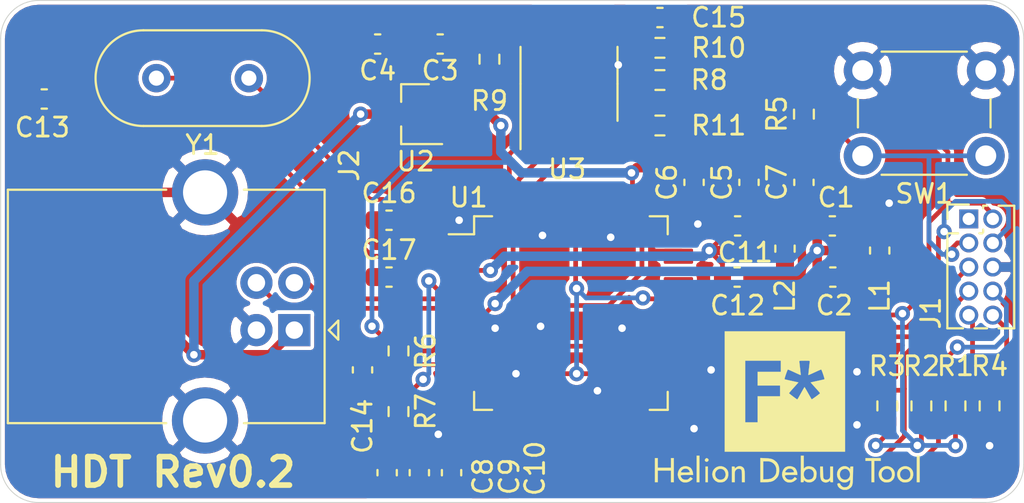
<source format=kicad_pcb>
(kicad_pcb (version 20171130) (host pcbnew 5.99.0+really5.1.10+dfsg1-1)

  (general
    (thickness 1.6)
    (drawings 9)
    (tracks 346)
    (zones 0)
    (modules 38)
    (nets 55)
  )

  (page A4)
  (layers
    (0 F.Cu signal)
    (31 B.Cu signal)
    (32 B.Adhes user)
    (33 F.Adhes user)
    (34 B.Paste user)
    (35 F.Paste user)
    (36 B.SilkS user)
    (37 F.SilkS user)
    (38 B.Mask user)
    (39 F.Mask user)
    (40 Dwgs.User user)
    (41 Cmts.User user)
    (42 Eco1.User user)
    (43 Eco2.User user)
    (44 Edge.Cuts user)
    (45 Margin user)
    (46 B.CrtYd user)
    (47 F.CrtYd user)
    (48 B.Fab user hide)
    (49 F.Fab user hide)
  )

  (setup
    (last_trace_width 0.25)
    (user_trace_width 0.5)
    (trace_clearance 0.09)
    (zone_clearance 0.2)
    (zone_45_only no)
    (trace_min 0.2)
    (via_size 0.8)
    (via_drill 0.4)
    (via_min_size 0.4)
    (via_min_drill 0.3)
    (uvia_size 0.3)
    (uvia_drill 0.1)
    (uvias_allowed no)
    (uvia_min_size 0.2)
    (uvia_min_drill 0.1)
    (edge_width 0.05)
    (segment_width 0.2)
    (pcb_text_width 0.3)
    (pcb_text_size 1.5 1.5)
    (mod_edge_width 0.12)
    (mod_text_size 1 1)
    (mod_text_width 0.15)
    (pad_size 1.524 1.524)
    (pad_drill 0.762)
    (pad_to_mask_clearance 0)
    (aux_axis_origin 0 0)
    (visible_elements FFFFFF7F)
    (pcbplotparams
      (layerselection 0x010fc_ffffffff)
      (usegerberextensions false)
      (usegerberattributes true)
      (usegerberadvancedattributes true)
      (creategerberjobfile true)
      (excludeedgelayer true)
      (linewidth 0.100000)
      (plotframeref false)
      (viasonmask false)
      (mode 1)
      (useauxorigin false)
      (hpglpennumber 1)
      (hpglpenspeed 20)
      (hpglpendiameter 15.000000)
      (psnegative false)
      (psa4output false)
      (plotreference true)
      (plotvalue true)
      (plotinvisibletext false)
      (padsonsilk false)
      (subtractmaskfromsilk false)
      (outputformat 1)
      (mirror false)
      (drillshape 0)
      (scaleselection 1)
      (outputdirectory "Gerbers/"))
  )

  (net 0 "")
  (net 1 "Net-(C1-Pad2)")
  (net 2 GND)
  (net 3 "Net-(C11-Pad2)")
  (net 4 "Net-(C13-Pad1)")
  (net 5 "Net-(C16-Pad2)")
  (net 6 "Net-(C17-Pad2)")
  (net 7 /TCK)
  (net 8 /TDI)
  (net 9 /TDO)
  (net 10 /TMS)
  (net 11 /DEBUG_TX)
  (net 12 /DEBUG_RX)
  (net 13 "Net-(J1-Pad3)")
  (net 14 +1V8)
  (net 15 +BATT)
  (net 16 "Net-(J2-Pad3)")
  (net 17 "Net-(J2-Pad2)")
  (net 18 "Net-(R6-Pad2)")
  (net 19 +3V3)
  (net 20 "Net-(R7-Pad1)")
  (net 21 "Net-(R11-Pad1)")
  (net 22 "Net-(R10-Pad2)")
  (net 23 "Net-(R11-Pad2)")
  (net 24 "Net-(U1-Pad60)")
  (net 25 "Net-(U1-Pad59)")
  (net 26 "Net-(U1-Pad58)")
  (net 27 "Net-(U1-Pad57)")
  (net 28 "Net-(U1-Pad55)")
  (net 29 "Net-(U1-Pad54)")
  (net 30 "Net-(U1-Pad53)")
  (net 31 "Net-(U1-Pad52)")
  (net 32 "Net-(U1-Pad48)")
  (net 33 "Net-(U1-Pad46)")
  (net 34 "Net-(U1-Pad45)")
  (net 35 "Net-(U1-Pad44)")
  (net 36 "Net-(U1-Pad43)")
  (net 37 "Net-(U1-Pad41)")
  (net 38 "Net-(U1-Pad40)")
  (net 39 "Net-(U1-Pad36)")
  (net 40 "Net-(U1-Pad34)")
  (net 41 "Net-(U1-Pad33)")
  (net 42 "Net-(U1-Pad32)")
  (net 43 "Net-(U1-Pad30)")
  (net 44 "Net-(U1-Pad29)")
  (net 45 "Net-(U1-Pad28)")
  (net 46 "Net-(U1-Pad27)")
  (net 47 "Net-(U1-Pad26)")
  (net 48 "Net-(U1-Pad24)")
  (net 49 "Net-(U1-Pad23)")
  (net 50 "Net-(U1-Pad22)")
  (net 51 "Net-(U1-Pad21)")
  (net 52 "Net-(U3-Pad7)")
  (net 53 "Net-(R9-Pad2)")
  (net 54 "Net-(C10-Pad2)")

  (net_class Default "This is the default net class."
    (clearance 0.09)
    (trace_width 0.25)
    (via_dia 0.8)
    (via_drill 0.4)
    (uvia_dia 0.3)
    (uvia_drill 0.1)
    (add_net +1V8)
    (add_net +3V3)
    (add_net +BATT)
    (add_net /DEBUG_RX)
    (add_net /DEBUG_TX)
    (add_net /TCK)
    (add_net /TDI)
    (add_net /TDO)
    (add_net /TMS)
    (add_net GND)
    (add_net "Net-(C1-Pad2)")
    (add_net "Net-(C10-Pad2)")
    (add_net "Net-(C11-Pad2)")
    (add_net "Net-(C13-Pad1)")
    (add_net "Net-(C16-Pad2)")
    (add_net "Net-(C17-Pad2)")
    (add_net "Net-(J1-Pad3)")
    (add_net "Net-(J2-Pad2)")
    (add_net "Net-(J2-Pad3)")
    (add_net "Net-(R10-Pad2)")
    (add_net "Net-(R11-Pad1)")
    (add_net "Net-(R11-Pad2)")
    (add_net "Net-(R6-Pad2)")
    (add_net "Net-(R7-Pad1)")
    (add_net "Net-(R9-Pad2)")
    (add_net "Net-(U1-Pad21)")
    (add_net "Net-(U1-Pad22)")
    (add_net "Net-(U1-Pad23)")
    (add_net "Net-(U1-Pad24)")
    (add_net "Net-(U1-Pad26)")
    (add_net "Net-(U1-Pad27)")
    (add_net "Net-(U1-Pad28)")
    (add_net "Net-(U1-Pad29)")
    (add_net "Net-(U1-Pad30)")
    (add_net "Net-(U1-Pad32)")
    (add_net "Net-(U1-Pad33)")
    (add_net "Net-(U1-Pad34)")
    (add_net "Net-(U1-Pad36)")
    (add_net "Net-(U1-Pad40)")
    (add_net "Net-(U1-Pad41)")
    (add_net "Net-(U1-Pad43)")
    (add_net "Net-(U1-Pad44)")
    (add_net "Net-(U1-Pad45)")
    (add_net "Net-(U1-Pad46)")
    (add_net "Net-(U1-Pad48)")
    (add_net "Net-(U1-Pad52)")
    (add_net "Net-(U1-Pad53)")
    (add_net "Net-(U1-Pad54)")
    (add_net "Net-(U1-Pad55)")
    (add_net "Net-(U1-Pad57)")
    (add_net "Net-(U1-Pad58)")
    (add_net "Net-(U1-Pad59)")
    (add_net "Net-(U1-Pad60)")
    (add_net "Net-(U3-Pad7)")
  )

  (module DebigDongle:HDTText_Jost (layer F.Cu) (tedit 0) (tstamp 615CDED4)
    (at 169.5 88.2)
    (fp_text reference G*** (at 0 0) (layer F.SilkS) hide
      (effects (font (size 1.524 1.524) (thickness 0.3)))
    )
    (fp_text value LOGO (at 0.75 0) (layer F.SilkS) hide
      (effects (font (size 1.524 1.524) (thickness 0.3)))
    )
    (fp_poly (pts (xy 3.069167 2.116667) (xy -3.280833 2.116667) (xy -3.280833 -2.688167) (xy -2.201333 -2.688167)
      (xy -2.201333 0.5715) (xy -1.545166 0.5715) (xy -1.545166 -0.804333) (xy -0.359833 -0.804333)
      (xy -0.359833 -1.375833) (xy -1.545166 -1.375833) (xy -1.545166 -1.71546) (xy -0.12486 -1.71546)
      (xy -0.123866 -1.705089) (xy -0.101761 -1.698651) (xy -0.045093 -1.684945) (xy 0.039301 -1.665546)
      (xy 0.144585 -1.642032) (xy 0.242924 -1.620521) (xy 0.360026 -1.594963) (xy 0.461615 -1.57246)
      (xy 0.540945 -1.554535) (xy 0.59127 -1.542707) (xy 0.606187 -1.538604) (xy 0.593923 -1.522516)
      (xy 0.557469 -1.480343) (xy 0.501312 -1.417141) (xy 0.429939 -1.337966) (xy 0.358403 -1.259417)
      (xy 0.277259 -1.169458) (xy 0.207607 -1.089838) (xy 0.153942 -1.025897) (xy 0.120761 -0.982973)
      (xy 0.112044 -0.966916) (xy 0.129789 -0.949387) (xy 0.173892 -0.913141) (xy 0.236355 -0.864198)
      (xy 0.309181 -0.808577) (xy 0.384373 -0.752298) (xy 0.453933 -0.701379) (xy 0.509864 -0.66184)
      (xy 0.544169 -0.639701) (xy 0.550334 -0.637024) (xy 0.563406 -0.654348) (xy 0.59316 -0.702992)
      (xy 0.636149 -0.777034) (xy 0.688928 -0.870552) (xy 0.740397 -0.963638) (xy 0.798954 -1.069412)
      (xy 0.850774 -1.160966) (xy 0.892401 -1.232355) (xy 0.920375 -1.277636) (xy 0.930928 -1.291167)
      (xy 0.944326 -1.273619) (xy 0.97457 -1.224975) (xy 1.018106 -1.151231) (xy 1.071381 -1.058386)
      (xy 1.119255 -0.973259) (xy 1.178075 -0.86864) (xy 1.230201 -0.777553) (xy 1.272014 -0.706194)
      (xy 1.299893 -0.66076) (xy 1.309724 -0.647247) (xy 1.330346 -0.65605) (xy 1.376503 -0.685025)
      (xy 1.440264 -0.728417) (xy 1.513699 -0.780471) (xy 1.588877 -0.835432) (xy 1.657868 -0.887546)
      (xy 1.712741 -0.931057) (xy 1.745566 -0.96021) (xy 1.751245 -0.967644) (xy 1.739423 -0.987874)
      (xy 1.703232 -1.033754) (xy 1.647164 -1.099961) (xy 1.575712 -1.181174) (xy 1.504965 -1.259417)
      (xy 1.423921 -1.34845) (xy 1.354156 -1.425965) (xy 1.30016 -1.4869) (xy 1.266422 -1.526195)
      (xy 1.25705 -1.538852) (xy 1.277942 -1.544458) (xy 1.333492 -1.557354) (xy 1.416947 -1.576025)
      (xy 1.521556 -1.598958) (xy 1.619991 -1.620227) (xy 1.737486 -1.645801) (xy 1.839825 -1.668732)
      (xy 1.920142 -1.687427) (xy 1.971571 -1.700296) (xy 1.987386 -1.7054) (xy 1.98611 -1.729116)
      (xy 1.972832 -1.782846) (xy 1.95071 -1.857304) (xy 1.922906 -1.943207) (xy 1.892579 -2.03127)
      (xy 1.86289 -2.112209) (xy 1.836998 -2.176738) (xy 1.818064 -2.215573) (xy 1.811324 -2.22268)
      (xy 1.785421 -2.214173) (xy 1.728085 -2.190506) (xy 1.646136 -2.154647) (xy 1.546396 -2.109567)
      (xy 1.464883 -2.071894) (xy 1.357819 -2.022583) (xy 1.264892 -1.980964) (xy 1.192501 -1.949808)
      (xy 1.147045 -1.931884) (xy 1.134428 -1.928839) (xy 1.134444 -1.951476) (xy 1.138899 -2.008784)
      (xy 1.147103 -2.093416) (xy 1.158366 -2.198022) (xy 1.166013 -2.264833) (xy 1.179379 -2.3816)
      (xy 1.190859 -2.486454) (xy 1.199557 -2.570829) (xy 1.204573 -2.62616) (xy 1.205427 -2.640542)
      (xy 1.204451 -2.659954) (xy 1.19599 -2.673212) (xy 1.173296 -2.681489) (xy 1.129617 -2.685959)
      (xy 1.058205 -2.687793) (xy 0.952309 -2.688165) (xy 0.931334 -2.688167) (xy 0.818452 -2.687671)
      (xy 0.741281 -2.685589) (xy 0.693203 -2.681026) (xy 0.667601 -2.673091) (xy 0.657857 -2.66089)
      (xy 0.656869 -2.651125) (xy 0.659464 -2.618183) (xy 0.666172 -2.55127) (xy 0.676135 -2.458458)
      (xy 0.688497 -2.347817) (xy 0.696802 -2.275417) (xy 0.709612 -2.16072) (xy 0.719768 -2.06166)
      (xy 0.726604 -1.98546) (xy 0.729452 -1.939347) (xy 0.728841 -1.928922) (xy 0.708308 -1.934846)
      (xy 0.655984 -1.956191) (xy 0.578295 -1.990164) (xy 0.481664 -2.033972) (xy 0.40021 -2.071797)
      (xy 0.291881 -2.121906) (xy 0.196036 -2.164963) (xy 0.119582 -2.197964) (xy 0.069424 -2.217909)
      (xy 0.053435 -2.2225) (xy 0.039945 -2.203755) (xy 0.017584 -2.153704) (xy -0.010469 -2.081624)
      (xy -0.041035 -1.996791) (xy -0.070936 -1.908482) (xy -0.096993 -1.825972) (xy -0.116027 -1.75854)
      (xy -0.12486 -1.71546) (xy -1.545166 -1.71546) (xy -1.545166 -2.0955) (xy -0.3175 -2.0955)
      (xy -0.3175 -2.688167) (xy -2.201333 -2.688167) (xy -3.280833 -2.688167) (xy -3.280833 -4.233333)
      (xy 3.069167 -4.233333) (xy 3.069167 2.116667)) (layer F.SilkS) (width 0.01))
    (fp_poly (pts (xy -4.159172 2.497752) (xy -4.133525 2.537823) (xy -4.139386 2.580219) (xy -4.144854 2.593002)
      (xy -4.182789 2.634029) (xy -4.236177 2.647915) (xy -4.288633 2.633805) (xy -4.318759 2.60208)
      (xy -4.330426 2.558383) (xy -4.311342 2.51135) (xy -4.308433 2.50683) (xy -4.26204 2.463593)
      (xy -4.209675 2.461561) (xy -4.159172 2.497752)) (layer F.SilkS) (width 0.01))
    (fp_poly (pts (xy 7.006167 3.725333) (xy 6.858 3.725333) (xy 6.858 2.328333) (xy 7.006167 2.328333)
      (xy 7.006167 3.725333)) (layer F.SilkS) (width 0.01))
    (fp_poly (pts (xy 4.953 2.6035) (xy 4.614334 2.6035) (xy 4.614334 3.725333) (xy 4.466167 3.725333)
      (xy 4.466167 2.6035) (xy 4.148667 2.6035) (xy 4.148667 2.455333) (xy 4.953 2.455333)
      (xy 4.953 2.6035)) (layer F.SilkS) (width 0.01))
    (fp_poly (pts (xy -1.137708 2.461531) (xy -0.998921 2.470298) (xy -0.892577 2.482809) (xy -0.808808 2.501514)
      (xy -0.737743 2.528862) (xy -0.669513 2.567303) (xy -0.64422 2.584004) (xy -0.534097 2.681469)
      (xy -0.458051 2.801788) (xy -0.415419 2.946515) (xy -0.405536 3.117204) (xy -0.40658 3.140606)
      (xy -0.422805 3.279403) (xy -0.457966 3.390191) (xy -0.517634 3.485129) (xy -0.605456 3.574687)
      (xy -0.685049 3.63513) (xy -0.770598 3.678004) (xy -0.870938 3.705721) (xy -0.994904 3.720692)
      (xy -1.151331 3.725328) (xy -1.157425 3.725333) (xy -1.397 3.725333) (xy -1.397 2.624667)
      (xy -1.248833 2.624667) (xy -1.248833 3.583038) (xy -1.063248 3.572457) (xy -0.935217 3.55991)
      (xy -0.839705 3.537847) (xy -0.790744 3.517532) (xy -0.685247 3.443645) (xy -0.607815 3.347326)
      (xy -0.572431 3.264301) (xy -0.549324 3.117375) (xy -0.561533 2.979416) (xy -0.606883 2.856478)
      (xy -0.683201 2.754616) (xy -0.781019 2.683602) (xy -0.845778 2.653002) (xy -0.905017 2.635128)
      (xy -0.97461 2.626757) (xy -1.070429 2.624667) (xy -1.248833 2.624667) (xy -1.397 2.624667)
      (xy -1.397 2.4489) (xy -1.137708 2.461531)) (layer F.SilkS) (width 0.01))
    (fp_poly (pts (xy -2.405872 2.895719) (xy -2.353518 2.921542) (xy -2.306967 2.955942) (xy -2.272598 2.99859)
      (xy -2.248694 3.055995) (xy -2.233535 3.134666) (xy -2.225403 3.241111) (xy -2.222579 3.381839)
      (xy -2.2225 3.417737) (xy -2.2225 3.725333) (xy -2.370666 3.725333) (xy -2.370666 3.420761)
      (xy -2.372065 3.28094) (xy -2.377818 3.177888) (xy -2.390264 3.106091) (xy -2.411739 3.060034)
      (xy -2.444582 3.0342) (xy -2.491129 3.023076) (xy -2.540067 3.02106) (xy -2.607545 3.02718)
      (xy -2.655914 3.052052) (xy -2.692052 3.087781) (xy -2.716002 3.115873) (xy -2.732487 3.142637)
      (xy -2.7429 3.176306) (xy -2.748637 3.225117) (xy -2.751091 3.297302) (xy -2.751657 3.401099)
      (xy -2.751666 3.439917) (xy -2.751666 3.725333) (xy -2.899833 3.725333) (xy -2.899833 2.899833)
      (xy -2.82575 2.899833) (xy -2.775802 2.903617) (xy -2.755331 2.921404) (xy -2.751666 2.956439)
      (xy -2.751666 3.013046) (xy -2.704041 2.969668) (xy -2.606646 2.903537) (xy -2.506454 2.878777)
      (xy -2.405872 2.895719)) (layer F.SilkS) (width 0.01))
    (fp_poly (pts (xy -4.169833 3.725333) (xy -4.296833 3.725333) (xy -4.296833 2.899833) (xy -4.169833 2.899833)
      (xy -4.169833 3.725333)) (layer F.SilkS) (width 0.01))
    (fp_poly (pts (xy -4.614333 3.725333) (xy -4.7625 3.725333) (xy -4.7625 2.328333) (xy -4.614333 2.328333)
      (xy -4.614333 3.725333)) (layer F.SilkS) (width 0.01))
    (fp_poly (pts (xy -6.815666 2.963333) (xy -6.117166 2.963333) (xy -6.117166 2.455333) (xy -5.969 2.455333)
      (xy -5.969 3.725333) (xy -6.117166 3.725333) (xy -6.117166 3.1115) (xy -6.815666 3.1115)
      (xy -6.815666 3.725333) (xy -6.963833 3.725333) (xy -6.963833 2.455333) (xy -6.815666 2.455333)
      (xy -6.815666 2.963333)) (layer F.SilkS) (width 0.01))
    (fp_poly (pts (xy 6.399237 2.909285) (xy 6.506678 2.968756) (xy 6.569708 3.026807) (xy 6.626673 3.106119)
      (xy 6.658001 3.194903) (xy 6.666709 3.304493) (xy 6.66299 3.377272) (xy 6.632521 3.49857)
      (xy 6.565008 3.603909) (xy 6.464661 3.686814) (xy 6.459753 3.689731) (xy 6.38242 3.719226)
      (xy 6.284513 3.735615) (xy 6.185685 3.73709) (xy 6.106584 3.722217) (xy 5.989135 3.657671)
      (xy 5.89953 3.564121) (xy 5.842022 3.447715) (xy 5.820864 3.3146) (xy 5.820834 3.30923)
      (xy 5.826658 3.268764) (xy 5.970894 3.268764) (xy 5.972434 3.362555) (xy 6.001546 3.450538)
      (xy 6.055398 3.524563) (xy 6.13116 3.576481) (xy 6.226 3.598145) (xy 6.236259 3.598333)
      (xy 6.310952 3.590916) (xy 6.379113 3.57248) (xy 6.393026 3.566225) (xy 6.462996 3.509591)
      (xy 6.506209 3.432244) (xy 6.52408 3.342979) (xy 6.518025 3.250595) (xy 6.489458 3.163886)
      (xy 6.439796 3.09165) (xy 6.370453 3.042684) (xy 6.306196 3.026506) (xy 6.212903 3.024409)
      (xy 6.143958 3.039921) (xy 6.08344 3.077594) (xy 6.061854 3.096352) (xy 5.999757 3.177314)
      (xy 5.970894 3.268764) (xy 5.826658 3.268764) (xy 5.839165 3.181871) (xy 5.889807 3.073817)
      (xy 5.966233 2.987531) (xy 6.061916 2.925473) (xy 6.170329 2.890105) (xy 6.284945 2.883888)
      (xy 6.399237 2.909285)) (layer F.SilkS) (width 0.01))
    (fp_poly (pts (xy 5.42557 2.909285) (xy 5.533011 2.968756) (xy 5.596042 3.026807) (xy 5.653006 3.106119)
      (xy 5.684334 3.194903) (xy 5.693043 3.304493) (xy 5.689323 3.377272) (xy 5.658854 3.49857)
      (xy 5.591341 3.603909) (xy 5.490995 3.686814) (xy 5.486086 3.689731) (xy 5.408753 3.719226)
      (xy 5.310847 3.735615) (xy 5.212018 3.73709) (xy 5.132917 3.722217) (xy 5.015468 3.657671)
      (xy 4.925863 3.564121) (xy 4.868355 3.447715) (xy 4.847197 3.3146) (xy 4.847167 3.30923)
      (xy 4.852991 3.268764) (xy 4.997227 3.268764) (xy 4.998767 3.362555) (xy 5.027879 3.450538)
      (xy 5.081732 3.524563) (xy 5.157493 3.576481) (xy 5.252333 3.598145) (xy 5.262592 3.598333)
      (xy 5.337286 3.590916) (xy 5.405447 3.57248) (xy 5.41936 3.566225) (xy 5.489329 3.509591)
      (xy 5.532542 3.432244) (xy 5.550413 3.342979) (xy 5.544358 3.250595) (xy 5.515792 3.163886)
      (xy 5.466129 3.09165) (xy 5.396786 3.042684) (xy 5.332529 3.026506) (xy 5.239236 3.024409)
      (xy 5.170291 3.039921) (xy 5.109773 3.077594) (xy 5.088187 3.096352) (xy 5.02609 3.177314)
      (xy 4.997227 3.268764) (xy 4.852991 3.268764) (xy 4.865498 3.181871) (xy 4.91614 3.073817)
      (xy 4.992566 2.987531) (xy 5.08825 2.925473) (xy 5.196663 2.890105) (xy 5.311279 2.883888)
      (xy 5.42557 2.909285)) (layer F.SilkS) (width 0.01))
    (fp_poly (pts (xy 1.90873 3.204595) (xy 1.912139 3.327354) (xy 1.91661 3.415122) (xy 1.923133 3.475241)
      (xy 1.932702 3.515055) (xy 1.946307 3.541904) (xy 1.955906 3.553845) (xy 2.014538 3.590074)
      (xy 2.090828 3.600741) (xy 2.169016 3.586268) (xy 2.233341 3.547079) (xy 2.234046 3.546379)
      (xy 2.254615 3.523957) (xy 2.268889 3.499745) (xy 2.278015 3.466025) (xy 2.283141 3.415079)
      (xy 2.285416 3.339187) (xy 2.285989 3.230631) (xy 2.286 3.197129) (xy 2.286 2.899833)
      (xy 2.434167 2.899833) (xy 2.434167 3.725333) (xy 2.360084 3.725333) (xy 2.310113 3.721557)
      (xy 2.28946 3.703577) (xy 2.285357 3.667125) (xy 2.283002 3.629105) (xy 2.27391 3.629285)
      (xy 2.262028 3.647941) (xy 2.221943 3.68632) (xy 2.157514 3.720408) (xy 2.086558 3.742049)
      (xy 2.048555 3.745671) (xy 1.994248 3.736452) (xy 1.93675 3.716813) (xy 1.875189 3.681846)
      (xy 1.828776 3.634728) (xy 1.795637 3.569754) (xy 1.773898 3.48122) (xy 1.761682 3.36342)
      (xy 1.757117 3.21065) (xy 1.756952 3.169708) (xy 1.756834 2.899833) (xy 1.901877 2.899833)
      (xy 1.90873 3.204595)) (layer F.SilkS) (width 0.01))
    (fp_poly (pts (xy 0.889 3.007821) (xy 0.966797 2.948535) (xy 1.020301 2.91344) (xy 1.073705 2.895591)
      (xy 1.145304 2.889762) (xy 1.173222 2.889576) (xy 1.301329 2.90555) (xy 1.404676 2.954537)
      (xy 1.488025 3.039214) (xy 1.515894 3.082067) (xy 1.545193 3.137763) (xy 1.560709 3.1886)
      (xy 1.565498 3.250683) (xy 1.563091 3.330842) (xy 1.554833 3.425593) (xy 1.53861 3.494353)
      (xy 1.510105 3.553303) (xy 1.49919 3.570476) (xy 1.418683 3.656451) (xy 1.315781 3.71346)
      (xy 1.200961 3.738498) (xy 1.084702 3.72856) (xy 1.023468 3.706877) (xy 0.964726 3.673385)
      (xy 0.921665 3.638096) (xy 0.912987 3.626801) (xy 0.897649 3.606) (xy 0.891086 3.618928)
      (xy 0.889644 3.656542) (xy 0.885504 3.702706) (xy 0.865584 3.721633) (xy 0.816841 3.725332)
      (xy 0.814917 3.725333) (xy 0.740834 3.725333) (xy 0.740834 3.289571) (xy 0.888446 3.289571)
      (xy 0.89686 3.385882) (xy 0.929617 3.475116) (xy 0.986536 3.546976) (xy 1.020017 3.570919)
      (xy 1.090868 3.592542) (xy 1.178766 3.593376) (xy 1.266083 3.575574) (xy 1.33519 3.541289)
      (xy 1.346966 3.530989) (xy 1.398887 3.451644) (xy 1.424734 3.350737) (xy 1.421183 3.242407)
      (xy 1.418232 3.227813) (xy 1.378066 3.133532) (xy 1.310502 3.066308) (xy 1.223014 3.0292)
      (xy 1.123079 3.025269) (xy 1.018173 3.057575) (xy 1.011067 3.061153) (xy 0.945368 3.116908)
      (xy 0.904555 3.19648) (xy 0.888446 3.289571) (xy 0.740834 3.289571) (xy 0.740834 2.328333)
      (xy 0.889 2.328333) (xy 0.889 3.007821)) (layer F.SilkS) (width 0.01))
    (fp_poly (pts (xy 0.287416 2.903953) (xy 0.397903 2.957685) (xy 0.423523 2.977324) (xy 0.470183 3.035524)
      (xy 0.511239 3.119597) (xy 0.54013 3.213094) (xy 0.550334 3.295258) (xy 0.550334 3.344333)
      (xy 0.22225 3.344333) (xy 0.091057 3.344712) (xy -0.002637 3.347225) (xy -0.063665 3.353941)
      (xy -0.09686 3.366925) (xy -0.107057 3.388246) (xy -0.099088 3.419968) (xy -0.077788 3.464161)
      (xy -0.074204 3.471099) (xy -0.022998 3.541937) (xy 0.046071 3.582637) (xy 0.141885 3.597914)
      (xy 0.165577 3.598333) (xy 0.237429 3.594986) (xy 0.286166 3.580093) (xy 0.330786 3.546379)
      (xy 0.350043 3.527691) (xy 0.420685 3.457048) (xy 0.477138 3.502062) (xy 0.533592 3.547076)
      (xy 0.448211 3.624213) (xy 0.334821 3.700579) (xy 0.208804 3.73967) (xy 0.077962 3.739628)
      (xy 0.019337 3.72627) (xy -0.082307 3.674418) (xy -0.164866 3.59046) (xy -0.223125 3.482282)
      (xy -0.251874 3.357775) (xy -0.254 3.312583) (xy -0.239285 3.202647) (xy -0.236914 3.196231)
      (xy -0.09343 3.196231) (xy -0.082694 3.206823) (xy -0.052014 3.213145) (xy 0.005265 3.216273)
      (xy 0.095799 3.217281) (xy 0.138248 3.217333) (xy 0.239201 3.215674) (xy 0.317949 3.211091)
      (xy 0.367365 3.204176) (xy 0.381 3.197162) (xy 0.364746 3.139176) (xy 0.324542 3.079256)
      (xy 0.273224 3.03642) (xy 0.272097 3.035829) (xy 0.174209 3.006414) (xy 0.078849 3.015492)
      (xy -0.005419 3.059656) (xy -0.070034 3.135498) (xy -0.090876 3.180292) (xy -0.09343 3.196231)
      (xy -0.236914 3.196231) (xy -0.199486 3.094978) (xy -0.141124 3.002999) (xy -0.07405 2.942146)
      (xy 0.039444 2.895335) (xy 0.163931 2.882887) (xy 0.287416 2.903953)) (layer F.SilkS) (width 0.01))
    (fp_poly (pts (xy -3.358596 2.909285) (xy -3.251156 2.968756) (xy -3.188125 3.026807) (xy -3.131161 3.106119)
      (xy -3.099833 3.194903) (xy -3.091124 3.304493) (xy -3.094844 3.377272) (xy -3.125312 3.49857)
      (xy -3.192826 3.603909) (xy -3.293172 3.686814) (xy -3.298081 3.689731) (xy -3.375414 3.719226)
      (xy -3.47332 3.735615) (xy -3.572148 3.73709) (xy -3.65125 3.722217) (xy -3.768698 3.657671)
      (xy -3.858303 3.564121) (xy -3.915812 3.447715) (xy -3.93697 3.3146) (xy -3.937 3.30923)
      (xy -3.931176 3.268764) (xy -3.786939 3.268764) (xy -3.785399 3.362555) (xy -3.756287 3.450538)
      (xy -3.702435 3.524563) (xy -3.626673 3.576481) (xy -3.531833 3.598145) (xy -3.521575 3.598333)
      (xy -3.446881 3.590916) (xy -3.37872 3.57248) (xy -3.364807 3.566225) (xy -3.294837 3.509591)
      (xy -3.251625 3.432244) (xy -3.233753 3.342979) (xy -3.239809 3.250595) (xy -3.268375 3.163886)
      (xy -3.318037 3.09165) (xy -3.387381 3.042684) (xy -3.451637 3.026506) (xy -3.544931 3.024409)
      (xy -3.613876 3.039921) (xy -3.674394 3.077594) (xy -3.69598 3.096352) (xy -3.758076 3.177314)
      (xy -3.786939 3.268764) (xy -3.931176 3.268764) (xy -3.918669 3.181871) (xy -3.868026 3.073817)
      (xy -3.7916 2.987531) (xy -3.695917 2.925473) (xy -3.587504 2.890105) (xy -3.472888 2.883888)
      (xy -3.358596 2.909285)) (layer F.SilkS) (width 0.01))
    (fp_poly (pts (xy -5.215917 2.903953) (xy -5.105431 2.957685) (xy -5.07981 2.977324) (xy -5.03315 3.035524)
      (xy -4.992094 3.119597) (xy -4.963203 3.213094) (xy -4.953 3.295258) (xy -4.953 3.344333)
      (xy -5.281083 3.344333) (xy -5.412277 3.344712) (xy -5.505971 3.347225) (xy -5.566998 3.353941)
      (xy -5.600194 3.366925) (xy -5.61039 3.388246) (xy -5.602422 3.419968) (xy -5.581121 3.464161)
      (xy -5.577537 3.471099) (xy -5.526331 3.541937) (xy -5.457263 3.582637) (xy -5.361448 3.597914)
      (xy -5.337757 3.598333) (xy -5.265904 3.594986) (xy -5.217168 3.580093) (xy -5.172548 3.546379)
      (xy -5.153291 3.527691) (xy -5.082648 3.457048) (xy -4.969742 3.547076) (xy -5.055123 3.624213)
      (xy -5.168512 3.700579) (xy -5.29453 3.73967) (xy -5.425371 3.739628) (xy -5.483996 3.72627)
      (xy -5.585641 3.674418) (xy -5.668199 3.59046) (xy -5.726458 3.482282) (xy -5.755207 3.357775)
      (xy -5.757333 3.312583) (xy -5.742618 3.202647) (xy -5.740247 3.196231) (xy -5.596763 3.196231)
      (xy -5.586027 3.206823) (xy -5.555347 3.213145) (xy -5.498068 3.216273) (xy -5.407535 3.217281)
      (xy -5.365086 3.217333) (xy -5.264132 3.215674) (xy -5.185385 3.211091) (xy -5.135969 3.204176)
      (xy -5.122333 3.197162) (xy -5.138587 3.139176) (xy -5.178791 3.079256) (xy -5.23011 3.03642)
      (xy -5.231236 3.035829) (xy -5.329125 3.006414) (xy -5.424484 3.015492) (xy -5.508752 3.059656)
      (xy -5.573367 3.135498) (xy -5.59421 3.180292) (xy -5.596763 3.196231) (xy -5.740247 3.196231)
      (xy -5.702819 3.094978) (xy -5.644457 3.002999) (xy -5.577383 2.942146) (xy -5.463889 2.895335)
      (xy -5.339402 2.882887) (xy -5.215917 2.903953)) (layer F.SilkS) (width 0.01))
    (fp_poly (pts (xy 3.178542 2.907226) (xy 3.276088 2.969966) (xy 3.286125 2.979223) (xy 3.344334 3.034753)
      (xy 3.344334 2.967293) (xy 3.347911 2.922503) (xy 3.367139 2.90377) (xy 3.414758 2.899844)
      (xy 3.420747 2.899833) (xy 3.49716 2.899833) (xy 3.487739 3.360208) (xy 3.483732 3.52699)
      (xy 3.478633 3.657447) (xy 3.471344 3.757586) (xy 3.460767 3.833415) (xy 3.445804 3.890941)
      (xy 3.425358 3.936173) (xy 3.398332 3.975118) (xy 3.369445 4.007681) (xy 3.266236 4.088032)
      (xy 3.146399 4.130123) (xy 3.012993 4.133175) (xy 2.936266 4.118283) (xy 2.836797 4.076175)
      (xy 2.753464 4.011327) (xy 2.694398 3.93238) (xy 2.667733 3.847973) (xy 2.667 3.832218)
      (xy 2.674901 3.802406) (xy 2.706233 3.790341) (xy 2.741084 3.788833) (xy 2.792536 3.793831)
      (xy 2.813116 3.812683) (xy 2.815167 3.828974) (xy 2.830243 3.866303) (xy 2.868325 3.914062)
      (xy 2.889987 3.934807) (xy 2.952807 3.980088) (xy 3.01591 3.998528) (xy 3.05619 4.0005)
      (xy 3.163342 3.982299) (xy 3.247996 3.929782) (xy 3.307407 3.846075) (xy 3.33883 3.734304)
      (xy 3.343139 3.673748) (xy 3.344334 3.590413) (xy 3.286125 3.645943) (xy 3.19 3.712565)
      (xy 3.086225 3.742367) (xy 2.980943 3.738554) (xy 2.880299 3.70433) (xy 2.790437 3.642898)
      (xy 2.717501 3.557461) (xy 2.667637 3.451223) (xy 2.646987 3.327388) (xy 2.646763 3.312583)
      (xy 2.649898 3.289287) (xy 2.793626 3.289287) (xy 2.802519 3.392479) (xy 2.82587 3.458013)
      (xy 2.882515 3.53213) (xy 2.963002 3.580384) (xy 3.055949 3.600396) (xy 3.149975 3.589786)
      (xy 3.233697 3.546173) (xy 3.236476 3.543871) (xy 3.300666 3.46427) (xy 3.332774 3.36753)
      (xy 3.332524 3.264448) (xy 3.29964 3.165821) (xy 3.247911 3.095625) (xy 3.192356 3.049497)
      (xy 3.134338 3.027509) (xy 3.057406 3.02453) (xy 3.026834 3.026692) (xy 2.935783 3.05357)
      (xy 2.864042 3.11171) (xy 2.815395 3.192989) (xy 2.793626 3.289287) (xy 2.649898 3.289287)
      (xy 2.663732 3.186513) (xy 2.710562 3.077848) (xy 2.781137 2.989778) (xy 2.869338 2.925491)
      (xy 2.969051 2.888178) (xy 3.074158 2.881026) (xy 3.178542 2.907226)) (layer F.SilkS) (width 0.01))
  )

  (module Connector_PinHeader_1.27mm:PinHeader_2x05_P1.27mm_Vertical (layer F.Cu) (tedit 59FED6E3) (tstamp 6141EA38)
    (at 179.1 78.03)
    (descr "Through hole straight pin header, 2x05, 1.27mm pitch, double rows")
    (tags "Through hole pin header THT 2x05 1.27mm double row")
    (path /618CFBA2)
    (fp_text reference J1 (at -2 4.97 90) (layer F.SilkS)
      (effects (font (size 1 1) (thickness 0.15)))
    )
    (fp_text value Conn_02x05_Counter_Clockwise (at 0.635 6.775) (layer F.Fab)
      (effects (font (size 1 1) (thickness 0.15)))
    )
    (fp_line (start 2.85 -1.15) (end -1.6 -1.15) (layer F.CrtYd) (width 0.05))
    (fp_line (start 2.85 6.25) (end 2.85 -1.15) (layer F.CrtYd) (width 0.05))
    (fp_line (start -1.6 6.25) (end 2.85 6.25) (layer F.CrtYd) (width 0.05))
    (fp_line (start -1.6 -1.15) (end -1.6 6.25) (layer F.CrtYd) (width 0.05))
    (fp_line (start -1.13 -0.76) (end 0 -0.76) (layer F.SilkS) (width 0.12))
    (fp_line (start -1.13 0) (end -1.13 -0.76) (layer F.SilkS) (width 0.12))
    (fp_line (start 1.57753 -0.695) (end 2.4 -0.695) (layer F.SilkS) (width 0.12))
    (fp_line (start 0.76 -0.695) (end 0.96247 -0.695) (layer F.SilkS) (width 0.12))
    (fp_line (start 0.76 -0.563471) (end 0.76 -0.695) (layer F.SilkS) (width 0.12))
    (fp_line (start 0.76 0.706529) (end 0.76 0.563471) (layer F.SilkS) (width 0.12))
    (fp_line (start 0.563471 0.76) (end 0.706529 0.76) (layer F.SilkS) (width 0.12))
    (fp_line (start -1.13 0.76) (end -0.563471 0.76) (layer F.SilkS) (width 0.12))
    (fp_line (start 2.4 -0.695) (end 2.4 5.775) (layer F.SilkS) (width 0.12))
    (fp_line (start -1.13 0.76) (end -1.13 5.775) (layer F.SilkS) (width 0.12))
    (fp_line (start 0.30753 5.775) (end 0.96247 5.775) (layer F.SilkS) (width 0.12))
    (fp_line (start 1.57753 5.775) (end 2.4 5.775) (layer F.SilkS) (width 0.12))
    (fp_line (start -1.13 5.775) (end -0.30753 5.775) (layer F.SilkS) (width 0.12))
    (fp_line (start -1.07 0.2175) (end -0.2175 -0.635) (layer F.Fab) (width 0.1))
    (fp_line (start -1.07 5.715) (end -1.07 0.2175) (layer F.Fab) (width 0.1))
    (fp_line (start 2.34 5.715) (end -1.07 5.715) (layer F.Fab) (width 0.1))
    (fp_line (start 2.34 -0.635) (end 2.34 5.715) (layer F.Fab) (width 0.1))
    (fp_line (start -0.2175 -0.635) (end 2.34 -0.635) (layer F.Fab) (width 0.1))
    (fp_text user %R (at 0.635 2.54 90) (layer F.Fab)
      (effects (font (size 1 1) (thickness 0.15)))
    )
    (pad 10 thru_hole oval (at 1.27 5.08) (size 1 1) (drill 0.65) (layers *.Cu *.Mask)
      (net 7 /TCK))
    (pad 9 thru_hole oval (at 0 5.08) (size 1 1) (drill 0.65) (layers *.Cu *.Mask)
      (net 8 /TDI))
    (pad 8 thru_hole oval (at 1.27 3.81) (size 1 1) (drill 0.65) (layers *.Cu *.Mask)
      (net 9 /TDO))
    (pad 7 thru_hole oval (at 0 3.81) (size 1 1) (drill 0.65) (layers *.Cu *.Mask)
      (net 10 /TMS))
    (pad 6 thru_hole oval (at 1.27 2.54) (size 1 1) (drill 0.65) (layers *.Cu *.Mask)
      (net 2 GND))
    (pad 5 thru_hole oval (at 0 2.54) (size 1 1) (drill 0.65) (layers *.Cu *.Mask)
      (net 11 /DEBUG_TX))
    (pad 4 thru_hole oval (at 1.27 1.27) (size 1 1) (drill 0.65) (layers *.Cu *.Mask)
      (net 12 /DEBUG_RX))
    (pad 3 thru_hole oval (at 0 1.27) (size 1 1) (drill 0.65) (layers *.Cu *.Mask)
      (net 13 "Net-(J1-Pad3)"))
    (pad 2 thru_hole oval (at 1.27 0) (size 1 1) (drill 0.65) (layers *.Cu *.Mask)
      (net 14 +1V8))
    (pad 1 thru_hole rect (at 0 0) (size 1 1) (drill 0.65) (layers *.Cu *.Mask)
      (net 15 +BATT))
    (model ${KISYS3DMOD}/Connector_PinHeader_1.27mm.3dshapes/PinHeader_2x05_P1.27mm_Vertical.wrl
      (at (xyz 0 0 0))
      (scale (xyz 1 1 1))
      (rotate (xyz 0 0 0))
    )
  )

  (module Crystal:Crystal_HC49-U_Vertical (layer F.Cu) (tedit 5A1AD3B8) (tstamp 6141EC02)
    (at 141.1 70.6 180)
    (descr "Crystal THT HC-49/U http://5hertz.com/pdfs/04404_D.pdf")
    (tags "THT crystalHC-49/U")
    (path /619D4E35)
    (fp_text reference Y1 (at 2.44 -3.525) (layer F.SilkS)
      (effects (font (size 1 1) (thickness 0.15)))
    )
    (fp_text value 12MHz (at 2.44 3.525) (layer F.Fab)
      (effects (font (size 1 1) (thickness 0.15)))
    )
    (fp_line (start 8.4 -2.8) (end -3.5 -2.8) (layer F.CrtYd) (width 0.05))
    (fp_line (start 8.4 2.8) (end 8.4 -2.8) (layer F.CrtYd) (width 0.05))
    (fp_line (start -3.5 2.8) (end 8.4 2.8) (layer F.CrtYd) (width 0.05))
    (fp_line (start -3.5 -2.8) (end -3.5 2.8) (layer F.CrtYd) (width 0.05))
    (fp_line (start -0.685 2.525) (end 5.565 2.525) (layer F.SilkS) (width 0.12))
    (fp_line (start -0.685 -2.525) (end 5.565 -2.525) (layer F.SilkS) (width 0.12))
    (fp_line (start -0.56 2) (end 5.44 2) (layer F.Fab) (width 0.1))
    (fp_line (start -0.56 -2) (end 5.44 -2) (layer F.Fab) (width 0.1))
    (fp_line (start -0.685 2.325) (end 5.565 2.325) (layer F.Fab) (width 0.1))
    (fp_line (start -0.685 -2.325) (end 5.565 -2.325) (layer F.Fab) (width 0.1))
    (fp_arc (start 5.565 0) (end 5.565 -2.525) (angle 180) (layer F.SilkS) (width 0.12))
    (fp_arc (start -0.685 0) (end -0.685 -2.525) (angle -180) (layer F.SilkS) (width 0.12))
    (fp_arc (start 5.44 0) (end 5.44 -2) (angle 180) (layer F.Fab) (width 0.1))
    (fp_arc (start -0.56 0) (end -0.56 -2) (angle -180) (layer F.Fab) (width 0.1))
    (fp_arc (start 5.565 0) (end 5.565 -2.325) (angle 180) (layer F.Fab) (width 0.1))
    (fp_arc (start -0.685 0) (end -0.685 -2.325) (angle -180) (layer F.Fab) (width 0.1))
    (fp_text user %R (at 2.44 0) (layer F.Fab)
      (effects (font (size 1 1) (thickness 0.15)))
    )
    (pad 2 thru_hole circle (at 4.88 0 180) (size 1.5 1.5) (drill 0.8) (layers *.Cu *.Mask)
      (net 6 "Net-(C17-Pad2)"))
    (pad 1 thru_hole circle (at 0 0 180) (size 1.5 1.5) (drill 0.8) (layers *.Cu *.Mask)
      (net 5 "Net-(C16-Pad2)"))
    (model ${KISYS3DMOD}/Crystal.3dshapes/Crystal_HC49-U_Vertical.wrl
      (at (xyz 0 0 0))
      (scale (xyz 1 1 1))
      (rotate (xyz 0 0 0))
    )
  )

  (module Package_SO:SOIC-8_3.9x4.9mm_P1.27mm (layer F.Cu) (tedit 5D9F72B1) (tstamp 6141EBEB)
    (at 158 70.9 90)
    (descr "SOIC, 8 Pin (JEDEC MS-012AA, https://www.analog.com/media/en/package-pcb-resources/package/pkg_pdf/soic_narrow-r/r_8.pdf), generated with kicad-footprint-generator ipc_gullwing_generator.py")
    (tags "SOIC SO")
    (path /6192F6D7)
    (attr smd)
    (fp_text reference U3 (at -4.5 -0.1) (layer F.SilkS)
      (effects (font (size 1 1) (thickness 0.15)))
    )
    (fp_text value 93LCxxC (at 0 3.4 90) (layer F.Fab)
      (effects (font (size 1 1) (thickness 0.15)))
    )
    (fp_line (start 3.7 -2.7) (end -3.7 -2.7) (layer F.CrtYd) (width 0.05))
    (fp_line (start 3.7 2.7) (end 3.7 -2.7) (layer F.CrtYd) (width 0.05))
    (fp_line (start -3.7 2.7) (end 3.7 2.7) (layer F.CrtYd) (width 0.05))
    (fp_line (start -3.7 -2.7) (end -3.7 2.7) (layer F.CrtYd) (width 0.05))
    (fp_line (start -1.95 -1.475) (end -0.975 -2.45) (layer F.Fab) (width 0.1))
    (fp_line (start -1.95 2.45) (end -1.95 -1.475) (layer F.Fab) (width 0.1))
    (fp_line (start 1.95 2.45) (end -1.95 2.45) (layer F.Fab) (width 0.1))
    (fp_line (start 1.95 -2.45) (end 1.95 2.45) (layer F.Fab) (width 0.1))
    (fp_line (start -0.975 -2.45) (end 1.95 -2.45) (layer F.Fab) (width 0.1))
    (fp_line (start 0 -2.56) (end -3.45 -2.56) (layer F.SilkS) (width 0.12))
    (fp_line (start 0 -2.56) (end 1.95 -2.56) (layer F.SilkS) (width 0.12))
    (fp_line (start 0 2.56) (end -1.95 2.56) (layer F.SilkS) (width 0.12))
    (fp_line (start 0 2.56) (end 1.95 2.56) (layer F.SilkS) (width 0.12))
    (fp_text user %R (at 0 0 90) (layer F.Fab)
      (effects (font (size 0.98 0.98) (thickness 0.15)))
    )
    (pad 8 smd roundrect (at 2.475 -1.905 90) (size 1.95 0.6) (layers F.Cu F.Paste F.Mask) (roundrect_rratio 0.25)
      (net 19 +3V3))
    (pad 7 smd roundrect (at 2.475 -0.635 90) (size 1.95 0.6) (layers F.Cu F.Paste F.Mask) (roundrect_rratio 0.25)
      (net 52 "Net-(U3-Pad7)"))
    (pad 6 smd roundrect (at 2.475 0.635 90) (size 1.95 0.6) (layers F.Cu F.Paste F.Mask) (roundrect_rratio 0.25)
      (net 19 +3V3))
    (pad 5 smd roundrect (at 2.475 1.905 90) (size 1.95 0.6) (layers F.Cu F.Paste F.Mask) (roundrect_rratio 0.25)
      (net 2 GND))
    (pad 4 smd roundrect (at -2.475 1.905 90) (size 1.95 0.6) (layers F.Cu F.Paste F.Mask) (roundrect_rratio 0.25)
      (net 21 "Net-(R11-Pad1)"))
    (pad 3 smd roundrect (at -2.475 0.635 90) (size 1.95 0.6) (layers F.Cu F.Paste F.Mask) (roundrect_rratio 0.25)
      (net 23 "Net-(R11-Pad2)"))
    (pad 2 smd roundrect (at -2.475 -0.635 90) (size 1.95 0.6) (layers F.Cu F.Paste F.Mask) (roundrect_rratio 0.25)
      (net 22 "Net-(R10-Pad2)"))
    (pad 1 smd roundrect (at -2.475 -1.905 90) (size 1.95 0.6) (layers F.Cu F.Paste F.Mask) (roundrect_rratio 0.25)
      (net 53 "Net-(R9-Pad2)"))
    (model ${KISYS3DMOD}/Package_SO.3dshapes/SOIC-8_3.9x4.9mm_P1.27mm.wrl
      (at (xyz 0 0 0))
      (scale (xyz 1 1 1))
      (rotate (xyz 0 0 0))
    )
  )

  (module Package_TO_SOT_SMD:SOT-23 (layer F.Cu) (tedit 5A02FF57) (tstamp 6141EBD1)
    (at 149.9 72.5 180)
    (descr "SOT-23, Standard")
    (tags SOT-23)
    (path /61AA4DAA)
    (attr smd)
    (fp_text reference U2 (at 0 -2.5) (layer F.SilkS)
      (effects (font (size 1 1) (thickness 0.15)))
    )
    (fp_text value MCP1700-3302E_SOT23 (at 0 2.5) (layer F.Fab) hide
      (effects (font (size 1 1) (thickness 0.15)))
    )
    (fp_line (start 0.76 1.58) (end -0.7 1.58) (layer F.SilkS) (width 0.12))
    (fp_line (start 0.76 -1.58) (end -1.4 -1.58) (layer F.SilkS) (width 0.12))
    (fp_line (start -1.7 1.75) (end -1.7 -1.75) (layer F.CrtYd) (width 0.05))
    (fp_line (start 1.7 1.75) (end -1.7 1.75) (layer F.CrtYd) (width 0.05))
    (fp_line (start 1.7 -1.75) (end 1.7 1.75) (layer F.CrtYd) (width 0.05))
    (fp_line (start -1.7 -1.75) (end 1.7 -1.75) (layer F.CrtYd) (width 0.05))
    (fp_line (start 0.76 -1.58) (end 0.76 -0.65) (layer F.SilkS) (width 0.12))
    (fp_line (start 0.76 1.58) (end 0.76 0.65) (layer F.SilkS) (width 0.12))
    (fp_line (start -0.7 1.52) (end 0.7 1.52) (layer F.Fab) (width 0.1))
    (fp_line (start 0.7 -1.52) (end 0.7 1.52) (layer F.Fab) (width 0.1))
    (fp_line (start -0.7 -0.95) (end -0.15 -1.52) (layer F.Fab) (width 0.1))
    (fp_line (start -0.15 -1.52) (end 0.7 -1.52) (layer F.Fab) (width 0.1))
    (fp_line (start -0.7 -0.95) (end -0.7 1.5) (layer F.Fab) (width 0.1))
    (fp_text user %R (at 0 0 90) (layer F.Fab)
      (effects (font (size 0.5 0.5) (thickness 0.075)))
    )
    (pad 3 smd rect (at 1 0 180) (size 0.9 0.8) (layers F.Cu F.Paste F.Mask)
      (net 4 "Net-(C13-Pad1)"))
    (pad 2 smd rect (at -1 0.95 180) (size 0.9 0.8) (layers F.Cu F.Paste F.Mask)
      (net 19 +3V3))
    (pad 1 smd rect (at -1 -0.95 180) (size 0.9 0.8) (layers F.Cu F.Paste F.Mask)
      (net 2 GND))
    (model ${KISYS3DMOD}/Package_TO_SOT_SMD.3dshapes/SOT-23.wrl
      (at (xyz 0 0 0))
      (scale (xyz 1 1 1))
      (rotate (xyz 0 0 0))
    )
  )

  (module Package_QFP:LQFP-64_10x10mm_P0.5mm (layer F.Cu) (tedit 5D9F72AF) (tstamp 6141EBBC)
    (at 158.1 83)
    (descr "LQFP, 64 Pin (https://www.analog.com/media/en/technical-documentation/data-sheets/ad7606_7606-6_7606-4.pdf), generated with kicad-footprint-generator ipc_gullwing_generator.py")
    (tags "LQFP QFP")
    (path /618CBDBD)
    (attr smd)
    (fp_text reference U1 (at -5.4 -6.1) (layer F.SilkS)
      (effects (font (size 1 1) (thickness 0.15)))
    )
    (fp_text value FT2232HL (at 0 7.4) (layer F.Fab)
      (effects (font (size 1 1) (thickness 0.15)))
    )
    (fp_line (start 6.7 4.15) (end 6.7 0) (layer F.CrtYd) (width 0.05))
    (fp_line (start 5.25 4.15) (end 6.7 4.15) (layer F.CrtYd) (width 0.05))
    (fp_line (start 5.25 5.25) (end 5.25 4.15) (layer F.CrtYd) (width 0.05))
    (fp_line (start 4.15 5.25) (end 5.25 5.25) (layer F.CrtYd) (width 0.05))
    (fp_line (start 4.15 6.7) (end 4.15 5.25) (layer F.CrtYd) (width 0.05))
    (fp_line (start 0 6.7) (end 4.15 6.7) (layer F.CrtYd) (width 0.05))
    (fp_line (start -6.7 4.15) (end -6.7 0) (layer F.CrtYd) (width 0.05))
    (fp_line (start -5.25 4.15) (end -6.7 4.15) (layer F.CrtYd) (width 0.05))
    (fp_line (start -5.25 5.25) (end -5.25 4.15) (layer F.CrtYd) (width 0.05))
    (fp_line (start -4.15 5.25) (end -5.25 5.25) (layer F.CrtYd) (width 0.05))
    (fp_line (start -4.15 6.7) (end -4.15 5.25) (layer F.CrtYd) (width 0.05))
    (fp_line (start 0 6.7) (end -4.15 6.7) (layer F.CrtYd) (width 0.05))
    (fp_line (start 6.7 -4.15) (end 6.7 0) (layer F.CrtYd) (width 0.05))
    (fp_line (start 5.25 -4.15) (end 6.7 -4.15) (layer F.CrtYd) (width 0.05))
    (fp_line (start 5.25 -5.25) (end 5.25 -4.15) (layer F.CrtYd) (width 0.05))
    (fp_line (start 4.15 -5.25) (end 5.25 -5.25) (layer F.CrtYd) (width 0.05))
    (fp_line (start 4.15 -6.7) (end 4.15 -5.25) (layer F.CrtYd) (width 0.05))
    (fp_line (start 0 -6.7) (end 4.15 -6.7) (layer F.CrtYd) (width 0.05))
    (fp_line (start -6.7 -4.15) (end -6.7 0) (layer F.CrtYd) (width 0.05))
    (fp_line (start -5.25 -4.15) (end -6.7 -4.15) (layer F.CrtYd) (width 0.05))
    (fp_line (start -5.25 -5.25) (end -5.25 -4.15) (layer F.CrtYd) (width 0.05))
    (fp_line (start -4.15 -5.25) (end -5.25 -5.25) (layer F.CrtYd) (width 0.05))
    (fp_line (start -4.15 -6.7) (end -4.15 -5.25) (layer F.CrtYd) (width 0.05))
    (fp_line (start 0 -6.7) (end -4.15 -6.7) (layer F.CrtYd) (width 0.05))
    (fp_line (start -5 -4) (end -4 -5) (layer F.Fab) (width 0.1))
    (fp_line (start -5 5) (end -5 -4) (layer F.Fab) (width 0.1))
    (fp_line (start 5 5) (end -5 5) (layer F.Fab) (width 0.1))
    (fp_line (start 5 -5) (end 5 5) (layer F.Fab) (width 0.1))
    (fp_line (start -4 -5) (end 5 -5) (layer F.Fab) (width 0.1))
    (fp_line (start -5.11 -4.16) (end -6.45 -4.16) (layer F.SilkS) (width 0.12))
    (fp_line (start -5.11 -5.11) (end -5.11 -4.16) (layer F.SilkS) (width 0.12))
    (fp_line (start -4.16 -5.11) (end -5.11 -5.11) (layer F.SilkS) (width 0.12))
    (fp_line (start 5.11 -5.11) (end 5.11 -4.16) (layer F.SilkS) (width 0.12))
    (fp_line (start 4.16 -5.11) (end 5.11 -5.11) (layer F.SilkS) (width 0.12))
    (fp_line (start -5.11 5.11) (end -5.11 4.16) (layer F.SilkS) (width 0.12))
    (fp_line (start -4.16 5.11) (end -5.11 5.11) (layer F.SilkS) (width 0.12))
    (fp_line (start 5.11 5.11) (end 5.11 4.16) (layer F.SilkS) (width 0.12))
    (fp_line (start 4.16 5.11) (end 5.11 5.11) (layer F.SilkS) (width 0.12))
    (fp_text user %R (at 0 0) (layer F.Fab)
      (effects (font (size 1 1) (thickness 0.15)))
    )
    (pad 64 smd roundrect (at -3.75 -5.675) (size 0.3 1.55) (layers F.Cu F.Paste F.Mask) (roundrect_rratio 0.25)
      (net 54 "Net-(C10-Pad2)"))
    (pad 63 smd roundrect (at -3.25 -5.675) (size 0.3 1.55) (layers F.Cu F.Paste F.Mask) (roundrect_rratio 0.25)
      (net 53 "Net-(R9-Pad2)"))
    (pad 62 smd roundrect (at -2.75 -5.675) (size 0.3 1.55) (layers F.Cu F.Paste F.Mask) (roundrect_rratio 0.25)
      (net 22 "Net-(R10-Pad2)"))
    (pad 61 smd roundrect (at -2.25 -5.675) (size 0.3 1.55) (layers F.Cu F.Paste F.Mask) (roundrect_rratio 0.25)
      (net 23 "Net-(R11-Pad2)"))
    (pad 60 smd roundrect (at -1.75 -5.675) (size 0.3 1.55) (layers F.Cu F.Paste F.Mask) (roundrect_rratio 0.25)
      (net 24 "Net-(U1-Pad60)"))
    (pad 59 smd roundrect (at -1.25 -5.675) (size 0.3 1.55) (layers F.Cu F.Paste F.Mask) (roundrect_rratio 0.25)
      (net 25 "Net-(U1-Pad59)"))
    (pad 58 smd roundrect (at -0.75 -5.675) (size 0.3 1.55) (layers F.Cu F.Paste F.Mask) (roundrect_rratio 0.25)
      (net 26 "Net-(U1-Pad58)"))
    (pad 57 smd roundrect (at -0.25 -5.675) (size 0.3 1.55) (layers F.Cu F.Paste F.Mask) (roundrect_rratio 0.25)
      (net 27 "Net-(U1-Pad57)"))
    (pad 56 smd roundrect (at 0.25 -5.675) (size 0.3 1.55) (layers F.Cu F.Paste F.Mask) (roundrect_rratio 0.25)
      (net 14 +1V8))
    (pad 55 smd roundrect (at 0.75 -5.675) (size 0.3 1.55) (layers F.Cu F.Paste F.Mask) (roundrect_rratio 0.25)
      (net 28 "Net-(U1-Pad55)"))
    (pad 54 smd roundrect (at 1.25 -5.675) (size 0.3 1.55) (layers F.Cu F.Paste F.Mask) (roundrect_rratio 0.25)
      (net 29 "Net-(U1-Pad54)"))
    (pad 53 smd roundrect (at 1.75 -5.675) (size 0.3 1.55) (layers F.Cu F.Paste F.Mask) (roundrect_rratio 0.25)
      (net 30 "Net-(U1-Pad53)"))
    (pad 52 smd roundrect (at 2.25 -5.675) (size 0.3 1.55) (layers F.Cu F.Paste F.Mask) (roundrect_rratio 0.25)
      (net 31 "Net-(U1-Pad52)"))
    (pad 51 smd roundrect (at 2.75 -5.675) (size 0.3 1.55) (layers F.Cu F.Paste F.Mask) (roundrect_rratio 0.25)
      (net 2 GND))
    (pad 50 smd roundrect (at 3.25 -5.675) (size 0.3 1.55) (layers F.Cu F.Paste F.Mask) (roundrect_rratio 0.25)
      (net 19 +3V3))
    (pad 49 smd roundrect (at 3.75 -5.675) (size 0.3 1.55) (layers F.Cu F.Paste F.Mask) (roundrect_rratio 0.25)
      (net 54 "Net-(C10-Pad2)"))
    (pad 48 smd roundrect (at 5.675 -3.75) (size 1.55 0.3) (layers F.Cu F.Paste F.Mask) (roundrect_rratio 0.25)
      (net 32 "Net-(U1-Pad48)"))
    (pad 47 smd roundrect (at 5.675 -3.25) (size 1.55 0.3) (layers F.Cu F.Paste F.Mask) (roundrect_rratio 0.25)
      (net 2 GND))
    (pad 46 smd roundrect (at 5.675 -2.75) (size 1.55 0.3) (layers F.Cu F.Paste F.Mask) (roundrect_rratio 0.25)
      (net 33 "Net-(U1-Pad46)"))
    (pad 45 smd roundrect (at 5.675 -2.25) (size 1.55 0.3) (layers F.Cu F.Paste F.Mask) (roundrect_rratio 0.25)
      (net 34 "Net-(U1-Pad45)"))
    (pad 44 smd roundrect (at 5.675 -1.75) (size 1.55 0.3) (layers F.Cu F.Paste F.Mask) (roundrect_rratio 0.25)
      (net 35 "Net-(U1-Pad44)"))
    (pad 43 smd roundrect (at 5.675 -1.25) (size 1.55 0.3) (layers F.Cu F.Paste F.Mask) (roundrect_rratio 0.25)
      (net 36 "Net-(U1-Pad43)"))
    (pad 42 smd roundrect (at 5.675 -0.75) (size 1.55 0.3) (layers F.Cu F.Paste F.Mask) (roundrect_rratio 0.25)
      (net 14 +1V8))
    (pad 41 smd roundrect (at 5.675 -0.25) (size 1.55 0.3) (layers F.Cu F.Paste F.Mask) (roundrect_rratio 0.25)
      (net 37 "Net-(U1-Pad41)"))
    (pad 40 smd roundrect (at 5.675 0.25) (size 1.55 0.3) (layers F.Cu F.Paste F.Mask) (roundrect_rratio 0.25)
      (net 38 "Net-(U1-Pad40)"))
    (pad 39 smd roundrect (at 5.675 0.75) (size 1.55 0.3) (layers F.Cu F.Paste F.Mask) (roundrect_rratio 0.25)
      (net 12 /DEBUG_RX))
    (pad 38 smd roundrect (at 5.675 1.25) (size 1.55 0.3) (layers F.Cu F.Paste F.Mask) (roundrect_rratio 0.25)
      (net 11 /DEBUG_TX))
    (pad 37 smd roundrect (at 5.675 1.75) (size 1.55 0.3) (layers F.Cu F.Paste F.Mask) (roundrect_rratio 0.25)
      (net 54 "Net-(C10-Pad2)"))
    (pad 36 smd roundrect (at 5.675 2.25) (size 1.55 0.3) (layers F.Cu F.Paste F.Mask) (roundrect_rratio 0.25)
      (net 39 "Net-(U1-Pad36)"))
    (pad 35 smd roundrect (at 5.675 2.75) (size 1.55 0.3) (layers F.Cu F.Paste F.Mask) (roundrect_rratio 0.25)
      (net 2 GND))
    (pad 34 smd roundrect (at 5.675 3.25) (size 1.55 0.3) (layers F.Cu F.Paste F.Mask) (roundrect_rratio 0.25)
      (net 40 "Net-(U1-Pad34)"))
    (pad 33 smd roundrect (at 5.675 3.75) (size 1.55 0.3) (layers F.Cu F.Paste F.Mask) (roundrect_rratio 0.25)
      (net 41 "Net-(U1-Pad33)"))
    (pad 32 smd roundrect (at 3.75 5.675) (size 0.3 1.55) (layers F.Cu F.Paste F.Mask) (roundrect_rratio 0.25)
      (net 42 "Net-(U1-Pad32)"))
    (pad 31 smd roundrect (at 3.25 5.675) (size 0.3 1.55) (layers F.Cu F.Paste F.Mask) (roundrect_rratio 0.25)
      (net 14 +1V8))
    (pad 30 smd roundrect (at 2.75 5.675) (size 0.3 1.55) (layers F.Cu F.Paste F.Mask) (roundrect_rratio 0.25)
      (net 43 "Net-(U1-Pad30)"))
    (pad 29 smd roundrect (at 2.25 5.675) (size 0.3 1.55) (layers F.Cu F.Paste F.Mask) (roundrect_rratio 0.25)
      (net 44 "Net-(U1-Pad29)"))
    (pad 28 smd roundrect (at 1.75 5.675) (size 0.3 1.55) (layers F.Cu F.Paste F.Mask) (roundrect_rratio 0.25)
      (net 45 "Net-(U1-Pad28)"))
    (pad 27 smd roundrect (at 1.25 5.675) (size 0.3 1.55) (layers F.Cu F.Paste F.Mask) (roundrect_rratio 0.25)
      (net 46 "Net-(U1-Pad27)"))
    (pad 26 smd roundrect (at 0.75 5.675) (size 0.3 1.55) (layers F.Cu F.Paste F.Mask) (roundrect_rratio 0.25)
      (net 47 "Net-(U1-Pad26)"))
    (pad 25 smd roundrect (at 0.25 5.675) (size 0.3 1.55) (layers F.Cu F.Paste F.Mask) (roundrect_rratio 0.25)
      (net 2 GND))
    (pad 24 smd roundrect (at -0.25 5.675) (size 0.3 1.55) (layers F.Cu F.Paste F.Mask) (roundrect_rratio 0.25)
      (net 48 "Net-(U1-Pad24)"))
    (pad 23 smd roundrect (at -0.75 5.675) (size 0.3 1.55) (layers F.Cu F.Paste F.Mask) (roundrect_rratio 0.25)
      (net 49 "Net-(U1-Pad23)"))
    (pad 22 smd roundrect (at -1.25 5.675) (size 0.3 1.55) (layers F.Cu F.Paste F.Mask) (roundrect_rratio 0.25)
      (net 50 "Net-(U1-Pad22)"))
    (pad 21 smd roundrect (at -1.75 5.675) (size 0.3 1.55) (layers F.Cu F.Paste F.Mask) (roundrect_rratio 0.25)
      (net 51 "Net-(U1-Pad21)"))
    (pad 20 smd roundrect (at -2.25 5.675) (size 0.3 1.55) (layers F.Cu F.Paste F.Mask) (roundrect_rratio 0.25)
      (net 14 +1V8))
    (pad 19 smd roundrect (at -2.75 5.675) (size 0.3 1.55) (layers F.Cu F.Paste F.Mask) (roundrect_rratio 0.25)
      (net 10 /TMS))
    (pad 18 smd roundrect (at -3.25 5.675) (size 0.3 1.55) (layers F.Cu F.Paste F.Mask) (roundrect_rratio 0.25)
      (net 9 /TDO))
    (pad 17 smd roundrect (at -3.75 5.675) (size 0.3 1.55) (layers F.Cu F.Paste F.Mask) (roundrect_rratio 0.25)
      (net 8 /TDI))
    (pad 16 smd roundrect (at -5.675 3.75) (size 1.55 0.3) (layers F.Cu F.Paste F.Mask) (roundrect_rratio 0.25)
      (net 7 /TCK))
    (pad 15 smd roundrect (at -5.675 3.25) (size 1.55 0.3) (layers F.Cu F.Paste F.Mask) (roundrect_rratio 0.25)
      (net 2 GND))
    (pad 14 smd roundrect (at -5.675 2.75) (size 1.55 0.3) (layers F.Cu F.Paste F.Mask) (roundrect_rratio 0.25)
      (net 18 "Net-(R6-Pad2)"))
    (pad 13 smd roundrect (at -5.675 2.25) (size 1.55 0.3) (layers F.Cu F.Paste F.Mask) (roundrect_rratio 0.25)
      (net 2 GND))
    (pad 12 smd roundrect (at -5.675 1.75) (size 1.55 0.3) (layers F.Cu F.Paste F.Mask) (roundrect_rratio 0.25)
      (net 54 "Net-(C10-Pad2)"))
    (pad 11 smd roundrect (at -5.675 1.25) (size 1.55 0.3) (layers F.Cu F.Paste F.Mask) (roundrect_rratio 0.25)
      (net 2 GND))
    (pad 10 smd roundrect (at -5.675 0.75) (size 1.55 0.3) (layers F.Cu F.Paste F.Mask) (roundrect_rratio 0.25)
      (net 2 GND))
    (pad 9 smd roundrect (at -5.675 0.25) (size 1.55 0.3) (layers F.Cu F.Paste F.Mask) (roundrect_rratio 0.25)
      (net 1 "Net-(C1-Pad2)"))
    (pad 8 smd roundrect (at -5.675 -0.25) (size 1.55 0.3) (layers F.Cu F.Paste F.Mask) (roundrect_rratio 0.25)
      (net 16 "Net-(J2-Pad3)"))
    (pad 7 smd roundrect (at -5.675 -0.75) (size 1.55 0.3) (layers F.Cu F.Paste F.Mask) (roundrect_rratio 0.25)
      (net 17 "Net-(J2-Pad2)"))
    (pad 6 smd roundrect (at -5.675 -1.25) (size 1.55 0.3) (layers F.Cu F.Paste F.Mask) (roundrect_rratio 0.25)
      (net 20 "Net-(R7-Pad1)"))
    (pad 5 smd roundrect (at -5.675 -1.75) (size 1.55 0.3) (layers F.Cu F.Paste F.Mask) (roundrect_rratio 0.25)
      (net 2 GND))
    (pad 4 smd roundrect (at -5.675 -2.25) (size 1.55 0.3) (layers F.Cu F.Paste F.Mask) (roundrect_rratio 0.25)
      (net 3 "Net-(C11-Pad2)"))
    (pad 3 smd roundrect (at -5.675 -2.75) (size 1.55 0.3) (layers F.Cu F.Paste F.Mask) (roundrect_rratio 0.25)
      (net 6 "Net-(C17-Pad2)"))
    (pad 2 smd roundrect (at -5.675 -3.25) (size 1.55 0.3) (layers F.Cu F.Paste F.Mask) (roundrect_rratio 0.25)
      (net 5 "Net-(C16-Pad2)"))
    (pad 1 smd roundrect (at -5.675 -3.75) (size 1.55 0.3) (layers F.Cu F.Paste F.Mask) (roundrect_rratio 0.25)
      (net 2 GND))
    (model ${KISYS3DMOD}/Package_QFP.3dshapes/LQFP-64_10x10mm_P0.5mm.wrl
      (at (xyz 0 0 0))
      (scale (xyz 1 1 1))
      (rotate (xyz 0 0 0))
    )
  )

  (module Button_Switch_THT:SW_PUSH_6mm (layer F.Cu) (tedit 5A02FE31) (tstamp 6141EB51)
    (at 180 74.7 180)
    (descr https://www.omron.com/ecb/products/pdf/en-b3f.pdf)
    (tags "tact sw push 6mm")
    (path /618F969B)
    (fp_text reference SW1 (at 3.25 -2) (layer F.SilkS)
      (effects (font (size 1 1) (thickness 0.15)))
    )
    (fp_text value SW_Push (at 3.75 6.7) (layer F.Fab)
      (effects (font (size 1 1) (thickness 0.15)))
    )
    (fp_circle (center 3.25 2.25) (end 1.25 2.5) (layer F.Fab) (width 0.1))
    (fp_line (start 6.75 3) (end 6.75 1.5) (layer F.SilkS) (width 0.12))
    (fp_line (start 5.5 -1) (end 1 -1) (layer F.SilkS) (width 0.12))
    (fp_line (start -0.25 1.5) (end -0.25 3) (layer F.SilkS) (width 0.12))
    (fp_line (start 1 5.5) (end 5.5 5.5) (layer F.SilkS) (width 0.12))
    (fp_line (start 8 -1.25) (end 8 5.75) (layer F.CrtYd) (width 0.05))
    (fp_line (start 7.75 6) (end -1.25 6) (layer F.CrtYd) (width 0.05))
    (fp_line (start -1.5 5.75) (end -1.5 -1.25) (layer F.CrtYd) (width 0.05))
    (fp_line (start -1.25 -1.5) (end 7.75 -1.5) (layer F.CrtYd) (width 0.05))
    (fp_line (start -1.5 6) (end -1.25 6) (layer F.CrtYd) (width 0.05))
    (fp_line (start -1.5 5.75) (end -1.5 6) (layer F.CrtYd) (width 0.05))
    (fp_line (start -1.5 -1.5) (end -1.25 -1.5) (layer F.CrtYd) (width 0.05))
    (fp_line (start -1.5 -1.25) (end -1.5 -1.5) (layer F.CrtYd) (width 0.05))
    (fp_line (start 8 -1.5) (end 8 -1.25) (layer F.CrtYd) (width 0.05))
    (fp_line (start 7.75 -1.5) (end 8 -1.5) (layer F.CrtYd) (width 0.05))
    (fp_line (start 8 6) (end 8 5.75) (layer F.CrtYd) (width 0.05))
    (fp_line (start 7.75 6) (end 8 6) (layer F.CrtYd) (width 0.05))
    (fp_line (start 0.25 -0.75) (end 3.25 -0.75) (layer F.Fab) (width 0.1))
    (fp_line (start 0.25 5.25) (end 0.25 -0.75) (layer F.Fab) (width 0.1))
    (fp_line (start 6.25 5.25) (end 0.25 5.25) (layer F.Fab) (width 0.1))
    (fp_line (start 6.25 -0.75) (end 6.25 5.25) (layer F.Fab) (width 0.1))
    (fp_line (start 3.25 -0.75) (end 6.25 -0.75) (layer F.Fab) (width 0.1))
    (fp_text user %R (at 3.25 2.25) (layer F.Fab)
      (effects (font (size 1 1) (thickness 0.15)))
    )
    (pad 1 thru_hole circle (at 6.5 0 270) (size 2 2) (drill 1.1) (layers *.Cu *.Mask)
      (net 13 "Net-(J1-Pad3)"))
    (pad 2 thru_hole circle (at 6.5 4.5 270) (size 2 2) (drill 1.1) (layers *.Cu *.Mask)
      (net 2 GND))
    (pad 1 thru_hole circle (at 0 0 270) (size 2 2) (drill 1.1) (layers *.Cu *.Mask)
      (net 13 "Net-(J1-Pad3)"))
    (pad 2 thru_hole circle (at 0 4.5 270) (size 2 2) (drill 1.1) (layers *.Cu *.Mask)
      (net 2 GND))
    (model ${KISYS3DMOD}/Button_Switch_THT.3dshapes/SW_PUSH_6mm.wrl
      (at (xyz 0 0 0))
      (scale (xyz 1 1 1))
      (rotate (xyz 0 0 0))
    )
  )

  (module Resistor_SMD:R_0603_1608Metric (layer F.Cu) (tedit 5F68FEEE) (tstamp 6141EB32)
    (at 162.8 73.1 180)
    (descr "Resistor SMD 0603 (1608 Metric), square (rectangular) end terminal, IPC_7351 nominal, (Body size source: IPC-SM-782 page 72, https://www.pcb-3d.com/wordpress/wp-content/uploads/ipc-sm-782a_amendment_1_and_2.pdf), generated with kicad-footprint-generator")
    (tags resistor)
    (path /619715F8)
    (attr smd)
    (fp_text reference R11 (at -3.1 0) (layer F.SilkS)
      (effects (font (size 1 1) (thickness 0.15)))
    )
    (fp_text value 2.2k (at 0 1.43) (layer F.Fab) hide
      (effects (font (size 1 1) (thickness 0.15)))
    )
    (fp_line (start 1.48 0.73) (end -1.48 0.73) (layer F.CrtYd) (width 0.05))
    (fp_line (start 1.48 -0.73) (end 1.48 0.73) (layer F.CrtYd) (width 0.05))
    (fp_line (start -1.48 -0.73) (end 1.48 -0.73) (layer F.CrtYd) (width 0.05))
    (fp_line (start -1.48 0.73) (end -1.48 -0.73) (layer F.CrtYd) (width 0.05))
    (fp_line (start -0.237258 0.5225) (end 0.237258 0.5225) (layer F.SilkS) (width 0.12))
    (fp_line (start -0.237258 -0.5225) (end 0.237258 -0.5225) (layer F.SilkS) (width 0.12))
    (fp_line (start 0.8 0.4125) (end -0.8 0.4125) (layer F.Fab) (width 0.1))
    (fp_line (start 0.8 -0.4125) (end 0.8 0.4125) (layer F.Fab) (width 0.1))
    (fp_line (start -0.8 -0.4125) (end 0.8 -0.4125) (layer F.Fab) (width 0.1))
    (fp_line (start -0.8 0.4125) (end -0.8 -0.4125) (layer F.Fab) (width 0.1))
    (fp_text user %R (at 0 0) (layer F.Fab)
      (effects (font (size 0.4 0.4) (thickness 0.06)))
    )
    (pad 2 smd roundrect (at 0.825 0 180) (size 0.8 0.95) (layers F.Cu F.Paste F.Mask) (roundrect_rratio 0.25)
      (net 23 "Net-(R11-Pad2)"))
    (pad 1 smd roundrect (at -0.825 0 180) (size 0.8 0.95) (layers F.Cu F.Paste F.Mask) (roundrect_rratio 0.25)
      (net 21 "Net-(R11-Pad1)"))
    (model ${KISYS3DMOD}/Resistor_SMD.3dshapes/R_0603_1608Metric.wrl
      (at (xyz 0 0 0))
      (scale (xyz 1 1 1))
      (rotate (xyz 0 0 0))
    )
  )

  (module Resistor_SMD:R_0603_1608Metric (layer F.Cu) (tedit 5F68FEEE) (tstamp 6141EB21)
    (at 162.8 69)
    (descr "Resistor SMD 0603 (1608 Metric), square (rectangular) end terminal, IPC_7351 nominal, (Body size source: IPC-SM-782 page 72, https://www.pcb-3d.com/wordpress/wp-content/uploads/ipc-sm-782a_amendment_1_and_2.pdf), generated with kicad-footprint-generator")
    (tags resistor)
    (path /61980548)
    (attr smd)
    (fp_text reference R10 (at 3.1 0) (layer F.SilkS)
      (effects (font (size 1 1) (thickness 0.15)))
    )
    (fp_text value 10k (at 0 1.43) (layer F.Fab)
      (effects (font (size 1 1) (thickness 0.15)))
    )
    (fp_line (start 1.48 0.73) (end -1.48 0.73) (layer F.CrtYd) (width 0.05))
    (fp_line (start 1.48 -0.73) (end 1.48 0.73) (layer F.CrtYd) (width 0.05))
    (fp_line (start -1.48 -0.73) (end 1.48 -0.73) (layer F.CrtYd) (width 0.05))
    (fp_line (start -1.48 0.73) (end -1.48 -0.73) (layer F.CrtYd) (width 0.05))
    (fp_line (start -0.237258 0.5225) (end 0.237258 0.5225) (layer F.SilkS) (width 0.12))
    (fp_line (start -0.237258 -0.5225) (end 0.237258 -0.5225) (layer F.SilkS) (width 0.12))
    (fp_line (start 0.8 0.4125) (end -0.8 0.4125) (layer F.Fab) (width 0.1))
    (fp_line (start 0.8 -0.4125) (end 0.8 0.4125) (layer F.Fab) (width 0.1))
    (fp_line (start -0.8 -0.4125) (end 0.8 -0.4125) (layer F.Fab) (width 0.1))
    (fp_line (start -0.8 0.4125) (end -0.8 -0.4125) (layer F.Fab) (width 0.1))
    (fp_text user %R (at 0 0) (layer F.Fab)
      (effects (font (size 0.4 0.4) (thickness 0.06)))
    )
    (pad 2 smd roundrect (at 0.825 0) (size 0.8 0.95) (layers F.Cu F.Paste F.Mask) (roundrect_rratio 0.25)
      (net 22 "Net-(R10-Pad2)"))
    (pad 1 smd roundrect (at -0.825 0) (size 0.8 0.95) (layers F.Cu F.Paste F.Mask) (roundrect_rratio 0.25)
      (net 19 +3V3))
    (model ${KISYS3DMOD}/Resistor_SMD.3dshapes/R_0603_1608Metric.wrl
      (at (xyz 0 0 0))
      (scale (xyz 1 1 1))
      (rotate (xyz 0 0 0))
    )
  )

  (module Resistor_SMD:R_0603_1608Metric (layer F.Cu) (tedit 5F68FEEE) (tstamp 6141EB10)
    (at 153.8 69.6 270)
    (descr "Resistor SMD 0603 (1608 Metric), square (rectangular) end terminal, IPC_7351 nominal, (Body size source: IPC-SM-782 page 72, https://www.pcb-3d.com/wordpress/wp-content/uploads/ipc-sm-782a_amendment_1_and_2.pdf), generated with kicad-footprint-generator")
    (tags resistor)
    (path /6198001E)
    (attr smd)
    (fp_text reference R9 (at 2.2 0 180) (layer F.SilkS)
      (effects (font (size 1 1) (thickness 0.15)))
    )
    (fp_text value 10k (at 0 1.43 90) (layer F.Fab)
      (effects (font (size 1 1) (thickness 0.15)))
    )
    (fp_line (start 1.48 0.73) (end -1.48 0.73) (layer F.CrtYd) (width 0.05))
    (fp_line (start 1.48 -0.73) (end 1.48 0.73) (layer F.CrtYd) (width 0.05))
    (fp_line (start -1.48 -0.73) (end 1.48 -0.73) (layer F.CrtYd) (width 0.05))
    (fp_line (start -1.48 0.73) (end -1.48 -0.73) (layer F.CrtYd) (width 0.05))
    (fp_line (start -0.237258 0.5225) (end 0.237258 0.5225) (layer F.SilkS) (width 0.12))
    (fp_line (start -0.237258 -0.5225) (end 0.237258 -0.5225) (layer F.SilkS) (width 0.12))
    (fp_line (start 0.8 0.4125) (end -0.8 0.4125) (layer F.Fab) (width 0.1))
    (fp_line (start 0.8 -0.4125) (end 0.8 0.4125) (layer F.Fab) (width 0.1))
    (fp_line (start -0.8 -0.4125) (end 0.8 -0.4125) (layer F.Fab) (width 0.1))
    (fp_line (start -0.8 0.4125) (end -0.8 -0.4125) (layer F.Fab) (width 0.1))
    (fp_text user %R (at 0 0 90) (layer F.Fab)
      (effects (font (size 0.4 0.4) (thickness 0.06)))
    )
    (pad 2 smd roundrect (at 0.825 0 270) (size 0.8 0.95) (layers F.Cu F.Paste F.Mask) (roundrect_rratio 0.25)
      (net 53 "Net-(R9-Pad2)"))
    (pad 1 smd roundrect (at -0.825 0 270) (size 0.8 0.95) (layers F.Cu F.Paste F.Mask) (roundrect_rratio 0.25)
      (net 19 +3V3))
    (model ${KISYS3DMOD}/Resistor_SMD.3dshapes/R_0603_1608Metric.wrl
      (at (xyz 0 0 0))
      (scale (xyz 1 1 1))
      (rotate (xyz 0 0 0))
    )
  )

  (module Resistor_SMD:R_0603_1608Metric (layer F.Cu) (tedit 5F68FEEE) (tstamp 6141EAFF)
    (at 162.8 70.7)
    (descr "Resistor SMD 0603 (1608 Metric), square (rectangular) end terminal, IPC_7351 nominal, (Body size source: IPC-SM-782 page 72, https://www.pcb-3d.com/wordpress/wp-content/uploads/ipc-sm-782a_amendment_1_and_2.pdf), generated with kicad-footprint-generator")
    (tags resistor)
    (path /619AB8AD)
    (attr smd)
    (fp_text reference R8 (at 2.6 0) (layer F.SilkS)
      (effects (font (size 1 1) (thickness 0.15)))
    )
    (fp_text value 10k (at 0 1.43) (layer F.Fab)
      (effects (font (size 1 1) (thickness 0.15)))
    )
    (fp_line (start 1.48 0.73) (end -1.48 0.73) (layer F.CrtYd) (width 0.05))
    (fp_line (start 1.48 -0.73) (end 1.48 0.73) (layer F.CrtYd) (width 0.05))
    (fp_line (start -1.48 -0.73) (end 1.48 -0.73) (layer F.CrtYd) (width 0.05))
    (fp_line (start -1.48 0.73) (end -1.48 -0.73) (layer F.CrtYd) (width 0.05))
    (fp_line (start -0.237258 0.5225) (end 0.237258 0.5225) (layer F.SilkS) (width 0.12))
    (fp_line (start -0.237258 -0.5225) (end 0.237258 -0.5225) (layer F.SilkS) (width 0.12))
    (fp_line (start 0.8 0.4125) (end -0.8 0.4125) (layer F.Fab) (width 0.1))
    (fp_line (start 0.8 -0.4125) (end 0.8 0.4125) (layer F.Fab) (width 0.1))
    (fp_line (start -0.8 -0.4125) (end 0.8 -0.4125) (layer F.Fab) (width 0.1))
    (fp_line (start -0.8 0.4125) (end -0.8 -0.4125) (layer F.Fab) (width 0.1))
    (fp_text user %R (at 0 0) (layer F.Fab)
      (effects (font (size 0.4 0.4) (thickness 0.06)))
    )
    (pad 2 smd roundrect (at 0.825 0) (size 0.8 0.95) (layers F.Cu F.Paste F.Mask) (roundrect_rratio 0.25)
      (net 21 "Net-(R11-Pad1)"))
    (pad 1 smd roundrect (at -0.825 0) (size 0.8 0.95) (layers F.Cu F.Paste F.Mask) (roundrect_rratio 0.25)
      (net 19 +3V3))
    (model ${KISYS3DMOD}/Resistor_SMD.3dshapes/R_0603_1608Metric.wrl
      (at (xyz 0 0 0))
      (scale (xyz 1 1 1))
      (rotate (xyz 0 0 0))
    )
  )

  (module Resistor_SMD:R_0603_1608Metric (layer F.Cu) (tedit 5F68FEEE) (tstamp 6141EAEE)
    (at 149 88.2 270)
    (descr "Resistor SMD 0603 (1608 Metric), square (rectangular) end terminal, IPC_7351 nominal, (Body size source: IPC-SM-782 page 72, https://www.pcb-3d.com/wordpress/wp-content/uploads/ipc-sm-782a_amendment_1_and_2.pdf), generated with kicad-footprint-generator")
    (tags resistor)
    (path /61A31906)
    (attr smd)
    (fp_text reference R7 (at 0 -1.43 90) (layer F.SilkS)
      (effects (font (size 1 1) (thickness 0.15)))
    )
    (fp_text value "12k 1%" (at 0 1.43 90) (layer F.Fab)
      (effects (font (size 1 1) (thickness 0.15)))
    )
    (fp_line (start 1.48 0.73) (end -1.48 0.73) (layer F.CrtYd) (width 0.05))
    (fp_line (start 1.48 -0.73) (end 1.48 0.73) (layer F.CrtYd) (width 0.05))
    (fp_line (start -1.48 -0.73) (end 1.48 -0.73) (layer F.CrtYd) (width 0.05))
    (fp_line (start -1.48 0.73) (end -1.48 -0.73) (layer F.CrtYd) (width 0.05))
    (fp_line (start -0.237258 0.5225) (end 0.237258 0.5225) (layer F.SilkS) (width 0.12))
    (fp_line (start -0.237258 -0.5225) (end 0.237258 -0.5225) (layer F.SilkS) (width 0.12))
    (fp_line (start 0.8 0.4125) (end -0.8 0.4125) (layer F.Fab) (width 0.1))
    (fp_line (start 0.8 -0.4125) (end 0.8 0.4125) (layer F.Fab) (width 0.1))
    (fp_line (start -0.8 -0.4125) (end 0.8 -0.4125) (layer F.Fab) (width 0.1))
    (fp_line (start -0.8 0.4125) (end -0.8 -0.4125) (layer F.Fab) (width 0.1))
    (fp_text user %R (at 0 0 90) (layer F.Fab)
      (effects (font (size 0.4 0.4) (thickness 0.06)))
    )
    (pad 2 smd roundrect (at 0.825 0 270) (size 0.8 0.95) (layers F.Cu F.Paste F.Mask) (roundrect_rratio 0.25)
      (net 2 GND))
    (pad 1 smd roundrect (at -0.825 0 270) (size 0.8 0.95) (layers F.Cu F.Paste F.Mask) (roundrect_rratio 0.25)
      (net 20 "Net-(R7-Pad1)"))
    (model ${KISYS3DMOD}/Resistor_SMD.3dshapes/R_0603_1608Metric.wrl
      (at (xyz 0 0 0))
      (scale (xyz 1 1 1))
      (rotate (xyz 0 0 0))
    )
  )

  (module Resistor_SMD:R_0603_1608Metric (layer F.Cu) (tedit 5F68FEEE) (tstamp 6141EADD)
    (at 149 85 270)
    (descr "Resistor SMD 0603 (1608 Metric), square (rectangular) end terminal, IPC_7351 nominal, (Body size source: IPC-SM-782 page 72, https://www.pcb-3d.com/wordpress/wp-content/uploads/ipc-sm-782a_amendment_1_and_2.pdf), generated with kicad-footprint-generator")
    (tags resistor)
    (path /61A1BAE5)
    (attr smd)
    (fp_text reference R6 (at 0 -1.43 90) (layer F.SilkS)
      (effects (font (size 1 1) (thickness 0.15)))
    )
    (fp_text value 2.2k (at 0 1.43 90) (layer F.Fab) hide
      (effects (font (size 1 1) (thickness 0.15)))
    )
    (fp_line (start 1.48 0.73) (end -1.48 0.73) (layer F.CrtYd) (width 0.05))
    (fp_line (start 1.48 -0.73) (end 1.48 0.73) (layer F.CrtYd) (width 0.05))
    (fp_line (start -1.48 -0.73) (end 1.48 -0.73) (layer F.CrtYd) (width 0.05))
    (fp_line (start -1.48 0.73) (end -1.48 -0.73) (layer F.CrtYd) (width 0.05))
    (fp_line (start -0.237258 0.5225) (end 0.237258 0.5225) (layer F.SilkS) (width 0.12))
    (fp_line (start -0.237258 -0.5225) (end 0.237258 -0.5225) (layer F.SilkS) (width 0.12))
    (fp_line (start 0.8 0.4125) (end -0.8 0.4125) (layer F.Fab) (width 0.1))
    (fp_line (start 0.8 -0.4125) (end 0.8 0.4125) (layer F.Fab) (width 0.1))
    (fp_line (start -0.8 -0.4125) (end 0.8 -0.4125) (layer F.Fab) (width 0.1))
    (fp_line (start -0.8 0.4125) (end -0.8 -0.4125) (layer F.Fab) (width 0.1))
    (fp_text user %R (at 0 0 90) (layer F.Fab)
      (effects (font (size 0.4 0.4) (thickness 0.06)))
    )
    (pad 2 smd roundrect (at 0.825 0 270) (size 0.8 0.95) (layers F.Cu F.Paste F.Mask) (roundrect_rratio 0.25)
      (net 18 "Net-(R6-Pad2)"))
    (pad 1 smd roundrect (at -0.825 0 270) (size 0.8 0.95) (layers F.Cu F.Paste F.Mask) (roundrect_rratio 0.25)
      (net 19 +3V3))
    (model ${KISYS3DMOD}/Resistor_SMD.3dshapes/R_0603_1608Metric.wrl
      (at (xyz 0 0 0))
      (scale (xyz 1 1 1))
      (rotate (xyz 0 0 0))
    )
  )

  (module Resistor_SMD:R_0603_1608Metric (layer F.Cu) (tedit 5F68FEEE) (tstamp 6141EACC)
    (at 170.4 72.5 90)
    (descr "Resistor SMD 0603 (1608 Metric), square (rectangular) end terminal, IPC_7351 nominal, (Body size source: IPC-SM-782 page 72, https://www.pcb-3d.com/wordpress/wp-content/uploads/ipc-sm-782a_amendment_1_and_2.pdf), generated with kicad-footprint-generator")
    (tags resistor)
    (path /6190DD20)
    (attr smd)
    (fp_text reference R5 (at 0 -1.43 90) (layer F.SilkS)
      (effects (font (size 1 1) (thickness 0.15)))
    )
    (fp_text value 4.7k (at 0 1.43 90) (layer F.Fab)
      (effects (font (size 1 1) (thickness 0.15)))
    )
    (fp_line (start 1.48 0.73) (end -1.48 0.73) (layer F.CrtYd) (width 0.05))
    (fp_line (start 1.48 -0.73) (end 1.48 0.73) (layer F.CrtYd) (width 0.05))
    (fp_line (start -1.48 -0.73) (end 1.48 -0.73) (layer F.CrtYd) (width 0.05))
    (fp_line (start -1.48 0.73) (end -1.48 -0.73) (layer F.CrtYd) (width 0.05))
    (fp_line (start -0.237258 0.5225) (end 0.237258 0.5225) (layer F.SilkS) (width 0.12))
    (fp_line (start -0.237258 -0.5225) (end 0.237258 -0.5225) (layer F.SilkS) (width 0.12))
    (fp_line (start 0.8 0.4125) (end -0.8 0.4125) (layer F.Fab) (width 0.1))
    (fp_line (start 0.8 -0.4125) (end 0.8 0.4125) (layer F.Fab) (width 0.1))
    (fp_line (start -0.8 -0.4125) (end 0.8 -0.4125) (layer F.Fab) (width 0.1))
    (fp_line (start -0.8 0.4125) (end -0.8 -0.4125) (layer F.Fab) (width 0.1))
    (fp_text user %R (at 0 0 90) (layer F.Fab)
      (effects (font (size 0.4 0.4) (thickness 0.06)))
    )
    (pad 2 smd roundrect (at 0.825 0 90) (size 0.8 0.95) (layers F.Cu F.Paste F.Mask) (roundrect_rratio 0.25)
      (net 14 +1V8))
    (pad 1 smd roundrect (at -0.825 0 90) (size 0.8 0.95) (layers F.Cu F.Paste F.Mask) (roundrect_rratio 0.25)
      (net 13 "Net-(J1-Pad3)"))
    (model ${KISYS3DMOD}/Resistor_SMD.3dshapes/R_0603_1608Metric.wrl
      (at (xyz 0 0 0))
      (scale (xyz 1 1 1))
      (rotate (xyz 0 0 0))
    )
  )

  (module Resistor_SMD:R_0603_1608Metric (layer F.Cu) (tedit 5F68FEEE) (tstamp 6141EABB)
    (at 180.2 87.9 270)
    (descr "Resistor SMD 0603 (1608 Metric), square (rectangular) end terminal, IPC_7351 nominal, (Body size source: IPC-SM-782 page 72, https://www.pcb-3d.com/wordpress/wp-content/uploads/ipc-sm-782a_amendment_1_and_2.pdf), generated with kicad-footprint-generator")
    (tags resistor)
    (path /618EA287)
    (attr smd)
    (fp_text reference R4 (at -2.1 0 180) (layer F.SilkS)
      (effects (font (size 1 1) (thickness 0.15)))
    )
    (fp_text value 2.2k (at 0 1.43 90) (layer F.Fab)
      (effects (font (size 1 1) (thickness 0.15)))
    )
    (fp_line (start 1.48 0.73) (end -1.48 0.73) (layer F.CrtYd) (width 0.05))
    (fp_line (start 1.48 -0.73) (end 1.48 0.73) (layer F.CrtYd) (width 0.05))
    (fp_line (start -1.48 -0.73) (end 1.48 -0.73) (layer F.CrtYd) (width 0.05))
    (fp_line (start -1.48 0.73) (end -1.48 -0.73) (layer F.CrtYd) (width 0.05))
    (fp_line (start -0.237258 0.5225) (end 0.237258 0.5225) (layer F.SilkS) (width 0.12))
    (fp_line (start -0.237258 -0.5225) (end 0.237258 -0.5225) (layer F.SilkS) (width 0.12))
    (fp_line (start 0.8 0.4125) (end -0.8 0.4125) (layer F.Fab) (width 0.1))
    (fp_line (start 0.8 -0.4125) (end 0.8 0.4125) (layer F.Fab) (width 0.1))
    (fp_line (start -0.8 -0.4125) (end 0.8 -0.4125) (layer F.Fab) (width 0.1))
    (fp_line (start -0.8 0.4125) (end -0.8 -0.4125) (layer F.Fab) (width 0.1))
    (fp_text user %R (at 0 0 90) (layer F.Fab)
      (effects (font (size 0.4 0.4) (thickness 0.06)))
    )
    (pad 2 smd roundrect (at 0.825 0 270) (size 0.8 0.95) (layers F.Cu F.Paste F.Mask) (roundrect_rratio 0.25)
      (net 2 GND))
    (pad 1 smd roundrect (at -0.825 0 270) (size 0.8 0.95) (layers F.Cu F.Paste F.Mask) (roundrect_rratio 0.25)
      (net 7 /TCK))
    (model ${KISYS3DMOD}/Resistor_SMD.3dshapes/R_0603_1608Metric.wrl
      (at (xyz 0 0 0))
      (scale (xyz 1 1 1))
      (rotate (xyz 0 0 0))
    )
  )

  (module Resistor_SMD:R_0603_1608Metric (layer F.Cu) (tedit 5F68FEEE) (tstamp 6141EAAA)
    (at 174.8 87.9 90)
    (descr "Resistor SMD 0603 (1608 Metric), square (rectangular) end terminal, IPC_7351 nominal, (Body size source: IPC-SM-782 page 72, https://www.pcb-3d.com/wordpress/wp-content/uploads/ipc-sm-782a_amendment_1_and_2.pdf), generated with kicad-footprint-generator")
    (tags resistor)
    (path /618EE4DB)
    (attr smd)
    (fp_text reference R3 (at 2.1 0 180) (layer F.SilkS)
      (effects (font (size 1 1) (thickness 0.15)))
    )
    (fp_text value 4.7k (at 0 1.43 90) (layer F.Fab)
      (effects (font (size 1 1) (thickness 0.15)))
    )
    (fp_line (start 1.48 0.73) (end -1.48 0.73) (layer F.CrtYd) (width 0.05))
    (fp_line (start 1.48 -0.73) (end 1.48 0.73) (layer F.CrtYd) (width 0.05))
    (fp_line (start -1.48 -0.73) (end 1.48 -0.73) (layer F.CrtYd) (width 0.05))
    (fp_line (start -1.48 0.73) (end -1.48 -0.73) (layer F.CrtYd) (width 0.05))
    (fp_line (start -0.237258 0.5225) (end 0.237258 0.5225) (layer F.SilkS) (width 0.12))
    (fp_line (start -0.237258 -0.5225) (end 0.237258 -0.5225) (layer F.SilkS) (width 0.12))
    (fp_line (start 0.8 0.4125) (end -0.8 0.4125) (layer F.Fab) (width 0.1))
    (fp_line (start 0.8 -0.4125) (end 0.8 0.4125) (layer F.Fab) (width 0.1))
    (fp_line (start -0.8 -0.4125) (end 0.8 -0.4125) (layer F.Fab) (width 0.1))
    (fp_line (start -0.8 0.4125) (end -0.8 -0.4125) (layer F.Fab) (width 0.1))
    (fp_text user %R (at 0 0 90) (layer F.Fab)
      (effects (font (size 0.4 0.4) (thickness 0.06)))
    )
    (pad 2 smd roundrect (at 0.825 0 90) (size 0.8 0.95) (layers F.Cu F.Paste F.Mask) (roundrect_rratio 0.25)
      (net 10 /TMS))
    (pad 1 smd roundrect (at -0.825 0 90) (size 0.8 0.95) (layers F.Cu F.Paste F.Mask) (roundrect_rratio 0.25)
      (net 14 +1V8))
    (model ${KISYS3DMOD}/Resistor_SMD.3dshapes/R_0603_1608Metric.wrl
      (at (xyz 0 0 0))
      (scale (xyz 1 1 1))
      (rotate (xyz 0 0 0))
    )
  )

  (module Resistor_SMD:R_0603_1608Metric (layer F.Cu) (tedit 5F68FEEE) (tstamp 6141EA99)
    (at 176.6 87.9 90)
    (descr "Resistor SMD 0603 (1608 Metric), square (rectangular) end terminal, IPC_7351 nominal, (Body size source: IPC-SM-782 page 72, https://www.pcb-3d.com/wordpress/wp-content/uploads/ipc-sm-782a_amendment_1_and_2.pdf), generated with kicad-footprint-generator")
    (tags resistor)
    (path /618EE10C)
    (attr smd)
    (fp_text reference R2 (at 2.1 0 180) (layer F.SilkS)
      (effects (font (size 1 1) (thickness 0.15)))
    )
    (fp_text value 4.7k (at 0 1.43 90) (layer F.Fab)
      (effects (font (size 1 1) (thickness 0.15)))
    )
    (fp_line (start 1.48 0.73) (end -1.48 0.73) (layer F.CrtYd) (width 0.05))
    (fp_line (start 1.48 -0.73) (end 1.48 0.73) (layer F.CrtYd) (width 0.05))
    (fp_line (start -1.48 -0.73) (end 1.48 -0.73) (layer F.CrtYd) (width 0.05))
    (fp_line (start -1.48 0.73) (end -1.48 -0.73) (layer F.CrtYd) (width 0.05))
    (fp_line (start -0.237258 0.5225) (end 0.237258 0.5225) (layer F.SilkS) (width 0.12))
    (fp_line (start -0.237258 -0.5225) (end 0.237258 -0.5225) (layer F.SilkS) (width 0.12))
    (fp_line (start 0.8 0.4125) (end -0.8 0.4125) (layer F.Fab) (width 0.1))
    (fp_line (start 0.8 -0.4125) (end 0.8 0.4125) (layer F.Fab) (width 0.1))
    (fp_line (start -0.8 -0.4125) (end 0.8 -0.4125) (layer F.Fab) (width 0.1))
    (fp_line (start -0.8 0.4125) (end -0.8 -0.4125) (layer F.Fab) (width 0.1))
    (fp_text user %R (at 0 0 90) (layer F.Fab)
      (effects (font (size 0.4 0.4) (thickness 0.06)))
    )
    (pad 2 smd roundrect (at 0.825 0 90) (size 0.8 0.95) (layers F.Cu F.Paste F.Mask) (roundrect_rratio 0.25)
      (net 9 /TDO))
    (pad 1 smd roundrect (at -0.825 0 90) (size 0.8 0.95) (layers F.Cu F.Paste F.Mask) (roundrect_rratio 0.25)
      (net 14 +1V8))
    (model ${KISYS3DMOD}/Resistor_SMD.3dshapes/R_0603_1608Metric.wrl
      (at (xyz 0 0 0))
      (scale (xyz 1 1 1))
      (rotate (xyz 0 0 0))
    )
  )

  (module Resistor_SMD:R_0603_1608Metric (layer F.Cu) (tedit 5F68FEEE) (tstamp 6141EA88)
    (at 178.4 87.9 90)
    (descr "Resistor SMD 0603 (1608 Metric), square (rectangular) end terminal, IPC_7351 nominal, (Body size source: IPC-SM-782 page 72, https://www.pcb-3d.com/wordpress/wp-content/uploads/ipc-sm-782a_amendment_1_and_2.pdf), generated with kicad-footprint-generator")
    (tags resistor)
    (path /618EE71D)
    (attr smd)
    (fp_text reference R1 (at 2.1 0 180) (layer F.SilkS)
      (effects (font (size 1 1) (thickness 0.15)))
    )
    (fp_text value 4.7k (at 0 1.43 90) (layer F.Fab)
      (effects (font (size 1 1) (thickness 0.15)))
    )
    (fp_line (start 1.48 0.73) (end -1.48 0.73) (layer F.CrtYd) (width 0.05))
    (fp_line (start 1.48 -0.73) (end 1.48 0.73) (layer F.CrtYd) (width 0.05))
    (fp_line (start -1.48 -0.73) (end 1.48 -0.73) (layer F.CrtYd) (width 0.05))
    (fp_line (start -1.48 0.73) (end -1.48 -0.73) (layer F.CrtYd) (width 0.05))
    (fp_line (start -0.237258 0.5225) (end 0.237258 0.5225) (layer F.SilkS) (width 0.12))
    (fp_line (start -0.237258 -0.5225) (end 0.237258 -0.5225) (layer F.SilkS) (width 0.12))
    (fp_line (start 0.8 0.4125) (end -0.8 0.4125) (layer F.Fab) (width 0.1))
    (fp_line (start 0.8 -0.4125) (end 0.8 0.4125) (layer F.Fab) (width 0.1))
    (fp_line (start -0.8 -0.4125) (end 0.8 -0.4125) (layer F.Fab) (width 0.1))
    (fp_line (start -0.8 0.4125) (end -0.8 -0.4125) (layer F.Fab) (width 0.1))
    (fp_text user %R (at 0 0 90) (layer F.Fab)
      (effects (font (size 0.4 0.4) (thickness 0.06)))
    )
    (pad 2 smd roundrect (at 0.825 0 90) (size 0.8 0.95) (layers F.Cu F.Paste F.Mask) (roundrect_rratio 0.25)
      (net 8 /TDI))
    (pad 1 smd roundrect (at -0.825 0 90) (size 0.8 0.95) (layers F.Cu F.Paste F.Mask) (roundrect_rratio 0.25)
      (net 14 +1V8))
    (model ${KISYS3DMOD}/Resistor_SMD.3dshapes/R_0603_1608Metric.wrl
      (at (xyz 0 0 0))
      (scale (xyz 1 1 1))
      (rotate (xyz 0 0 0))
    )
  )

  (module Inductor_SMD:L_0603_1608Metric (layer F.Cu) (tedit 5F68FEF0) (tstamp 6141EA77)
    (at 169.4 79.6 270)
    (descr "Inductor SMD 0603 (1608 Metric), square (rectangular) end terminal, IPC_7351 nominal, (Body size source: http://www.tortai-tech.com/upload/download/2011102023233369053.pdf), generated with kicad-footprint-generator")
    (tags inductor)
    (path /61B09473)
    (attr smd)
    (fp_text reference L2 (at 2.5 0 90) (layer F.SilkS)
      (effects (font (size 1 1) (thickness 0.15)))
    )
    (fp_text value "500ohm 500mA" (at 0 1.43 90) (layer F.Fab)
      (effects (font (size 1 1) (thickness 0.15)))
    )
    (fp_line (start 1.48 0.73) (end -1.48 0.73) (layer F.CrtYd) (width 0.05))
    (fp_line (start 1.48 -0.73) (end 1.48 0.73) (layer F.CrtYd) (width 0.05))
    (fp_line (start -1.48 -0.73) (end 1.48 -0.73) (layer F.CrtYd) (width 0.05))
    (fp_line (start -1.48 0.73) (end -1.48 -0.73) (layer F.CrtYd) (width 0.05))
    (fp_line (start -0.162779 0.51) (end 0.162779 0.51) (layer F.SilkS) (width 0.12))
    (fp_line (start -0.162779 -0.51) (end 0.162779 -0.51) (layer F.SilkS) (width 0.12))
    (fp_line (start 0.8 0.4) (end -0.8 0.4) (layer F.Fab) (width 0.1))
    (fp_line (start 0.8 -0.4) (end 0.8 0.4) (layer F.Fab) (width 0.1))
    (fp_line (start -0.8 -0.4) (end 0.8 -0.4) (layer F.Fab) (width 0.1))
    (fp_line (start -0.8 0.4) (end -0.8 -0.4) (layer F.Fab) (width 0.1))
    (fp_text user %R (at 0 0 90) (layer F.Fab)
      (effects (font (size 0.4 0.4) (thickness 0.06)))
    )
    (pad 2 smd roundrect (at 0.7875 0 270) (size 0.875 0.95) (layers F.Cu F.Paste F.Mask) (roundrect_rratio 0.25)
      (net 3 "Net-(C11-Pad2)"))
    (pad 1 smd roundrect (at -0.7875 0 270) (size 0.875 0.95) (layers F.Cu F.Paste F.Mask) (roundrect_rratio 0.25)
      (net 19 +3V3))
    (model ${KISYS3DMOD}/Inductor_SMD.3dshapes/L_0603_1608Metric.wrl
      (at (xyz 0 0 0))
      (scale (xyz 1 1 1))
      (rotate (xyz 0 0 0))
    )
  )

  (module Inductor_SMD:L_0603_1608Metric (layer F.Cu) (tedit 5F68FEF0) (tstamp 6141EA66)
    (at 174.4 79.7 270)
    (descr "Inductor SMD 0603 (1608 Metric), square (rectangular) end terminal, IPC_7351 nominal, (Body size source: http://www.tortai-tech.com/upload/download/2011102023233369053.pdf), generated with kicad-footprint-generator")
    (tags inductor)
    (path /61B08710)
    (attr smd)
    (fp_text reference L1 (at 2.4 0 90) (layer F.SilkS)
      (effects (font (size 1 1) (thickness 0.15)))
    )
    (fp_text value "500ohm 500mA" (at 0 1.43 90) (layer F.Fab)
      (effects (font (size 1 1) (thickness 0.15)))
    )
    (fp_line (start 1.48 0.73) (end -1.48 0.73) (layer F.CrtYd) (width 0.05))
    (fp_line (start 1.48 -0.73) (end 1.48 0.73) (layer F.CrtYd) (width 0.05))
    (fp_line (start -1.48 -0.73) (end 1.48 -0.73) (layer F.CrtYd) (width 0.05))
    (fp_line (start -1.48 0.73) (end -1.48 -0.73) (layer F.CrtYd) (width 0.05))
    (fp_line (start -0.162779 0.51) (end 0.162779 0.51) (layer F.SilkS) (width 0.12))
    (fp_line (start -0.162779 -0.51) (end 0.162779 -0.51) (layer F.SilkS) (width 0.12))
    (fp_line (start 0.8 0.4) (end -0.8 0.4) (layer F.Fab) (width 0.1))
    (fp_line (start 0.8 -0.4) (end 0.8 0.4) (layer F.Fab) (width 0.1))
    (fp_line (start -0.8 -0.4) (end 0.8 -0.4) (layer F.Fab) (width 0.1))
    (fp_line (start -0.8 0.4) (end -0.8 -0.4) (layer F.Fab) (width 0.1))
    (fp_text user %R (at 0 0 90) (layer F.Fab)
      (effects (font (size 0.4 0.4) (thickness 0.06)))
    )
    (pad 2 smd roundrect (at 0.7875 0 270) (size 0.875 0.95) (layers F.Cu F.Paste F.Mask) (roundrect_rratio 0.25)
      (net 1 "Net-(C1-Pad2)"))
    (pad 1 smd roundrect (at -0.7875 0 270) (size 0.875 0.95) (layers F.Cu F.Paste F.Mask) (roundrect_rratio 0.25)
      (net 19 +3V3))
    (model ${KISYS3DMOD}/Inductor_SMD.3dshapes/L_0603_1608Metric.wrl
      (at (xyz 0 0 0))
      (scale (xyz 1 1 1))
      (rotate (xyz 0 0 0))
    )
  )

  (module Connector_USB:USB_B_OST_USB-B1HSxx_Horizontal (layer F.Cu) (tedit 5AFE01FF) (tstamp 6141EA55)
    (at 143.5 83.9 180)
    (descr "USB B receptacle, Horizontal, through-hole, http://www.on-shore.com/wp-content/uploads/2015/09/usb-b1hsxx.pdf")
    (tags "USB-B receptacle horizontal through-hole")
    (path /618CEBE1)
    (fp_text reference J2 (at -2.9 8.7 90) (layer F.SilkS)
      (effects (font (size 1 1) (thickness 0.15)))
    )
    (fp_text value USB_B (at 6.76 10.27) (layer F.Fab)
      (effects (font (size 1 1) (thickness 0.15)))
    )
    (fp_line (start 15.51 -7.02) (end -1.99 -7.02) (layer F.CrtYd) (width 0.05))
    (fp_line (start 15.51 9.52) (end 15.51 -7.02) (layer F.CrtYd) (width 0.05))
    (fp_line (start -1.99 9.52) (end 15.51 9.52) (layer F.CrtYd) (width 0.05))
    (fp_line (start -1.99 -7.02) (end -1.99 9.52) (layer F.CrtYd) (width 0.05))
    (fp_line (start -2.32 0.5) (end -1.82 0) (layer F.SilkS) (width 0.12))
    (fp_line (start -2.32 -0.5) (end -2.32 0.5) (layer F.SilkS) (width 0.12))
    (fp_line (start -1.82 0) (end -2.32 -0.5) (layer F.SilkS) (width 0.12))
    (fp_line (start 15.12 7.41) (end 6.76 7.41) (layer F.SilkS) (width 0.12))
    (fp_line (start 15.12 -4.91) (end 15.12 7.41) (layer F.SilkS) (width 0.12))
    (fp_line (start 6.76 -4.91) (end 15.12 -4.91) (layer F.SilkS) (width 0.12))
    (fp_line (start -1.6 7.41) (end 2.66 7.41) (layer F.SilkS) (width 0.12))
    (fp_line (start -1.6 -4.91) (end -1.6 7.41) (layer F.SilkS) (width 0.12))
    (fp_line (start 2.66 -4.91) (end -1.6 -4.91) (layer F.SilkS) (width 0.12))
    (fp_line (start -1.49 -3.8) (end -0.49 -4.8) (layer F.Fab) (width 0.1))
    (fp_line (start -1.49 7.3) (end -1.49 -3.8) (layer F.Fab) (width 0.1))
    (fp_line (start 15.01 7.3) (end -1.49 7.3) (layer F.Fab) (width 0.1))
    (fp_line (start 15.01 -4.8) (end 15.01 7.3) (layer F.Fab) (width 0.1))
    (fp_line (start -0.49 -4.8) (end 15.01 -4.8) (layer F.Fab) (width 0.1))
    (fp_text user %R (at 6.76 1.25) (layer F.Fab)
      (effects (font (size 1 1) (thickness 0.15)))
    )
    (pad 5 thru_hole circle (at 4.71 7.27 180) (size 3.5 3.5) (drill 2.33) (layers *.Cu *.Mask)
      (net 2 GND))
    (pad 5 thru_hole circle (at 4.71 -4.77 180) (size 3.5 3.5) (drill 2.33) (layers *.Cu *.Mask)
      (net 2 GND))
    (pad 4 thru_hole circle (at 2 0 180) (size 1.7 1.7) (drill 0.92) (layers *.Cu *.Mask)
      (net 2 GND))
    (pad 3 thru_hole circle (at 2 2.5 180) (size 1.7 1.7) (drill 0.92) (layers *.Cu *.Mask)
      (net 16 "Net-(J2-Pad3)"))
    (pad 2 thru_hole circle (at 0 2.5 180) (size 1.7 1.7) (drill 0.92) (layers *.Cu *.Mask)
      (net 17 "Net-(J2-Pad2)"))
    (pad 1 thru_hole rect (at 0 0 180) (size 1.7 1.7) (drill 0.92) (layers *.Cu *.Mask)
      (net 4 "Net-(C13-Pad1)"))
    (model ${KISYS3DMOD}/Connector_USB.3dshapes/USB_B_OST_USB-B1HSxx_Horizontal.wrl
      (at (xyz 0 0 0))
      (scale (xyz 1 1 1))
      (rotate (xyz 0 0 0))
    )
  )

  (module Capacitor_SMD:C_0603_1608Metric (layer F.Cu) (tedit 5F68FEEE) (tstamp 6141EA17)
    (at 148.5 81.1)
    (descr "Capacitor SMD 0603 (1608 Metric), square (rectangular) end terminal, IPC_7351 nominal, (Body size source: IPC-SM-782 page 76, https://www.pcb-3d.com/wordpress/wp-content/uploads/ipc-sm-782a_amendment_1_and_2.pdf), generated with kicad-footprint-generator")
    (tags capacitor)
    (path /61A018F1)
    (attr smd)
    (fp_text reference C17 (at 0 -1.43) (layer F.SilkS)
      (effects (font (size 1 1) (thickness 0.15)))
    )
    (fp_text value 27pF (at 0 1.43) (layer F.Fab) hide
      (effects (font (size 1 1) (thickness 0.15)))
    )
    (fp_line (start 1.48 0.73) (end -1.48 0.73) (layer F.CrtYd) (width 0.05))
    (fp_line (start 1.48 -0.73) (end 1.48 0.73) (layer F.CrtYd) (width 0.05))
    (fp_line (start -1.48 -0.73) (end 1.48 -0.73) (layer F.CrtYd) (width 0.05))
    (fp_line (start -1.48 0.73) (end -1.48 -0.73) (layer F.CrtYd) (width 0.05))
    (fp_line (start -0.14058 0.51) (end 0.14058 0.51) (layer F.SilkS) (width 0.12))
    (fp_line (start -0.14058 -0.51) (end 0.14058 -0.51) (layer F.SilkS) (width 0.12))
    (fp_line (start 0.8 0.4) (end -0.8 0.4) (layer F.Fab) (width 0.1))
    (fp_line (start 0.8 -0.4) (end 0.8 0.4) (layer F.Fab) (width 0.1))
    (fp_line (start -0.8 -0.4) (end 0.8 -0.4) (layer F.Fab) (width 0.1))
    (fp_line (start -0.8 0.4) (end -0.8 -0.4) (layer F.Fab) (width 0.1))
    (fp_text user %R (at 0 0) (layer F.Fab)
      (effects (font (size 0.4 0.4) (thickness 0.06)))
    )
    (pad 2 smd roundrect (at 0.775 0) (size 0.9 0.95) (layers F.Cu F.Paste F.Mask) (roundrect_rratio 0.25)
      (net 6 "Net-(C17-Pad2)"))
    (pad 1 smd roundrect (at -0.775 0) (size 0.9 0.95) (layers F.Cu F.Paste F.Mask) (roundrect_rratio 0.25)
      (net 2 GND))
    (model ${KISYS3DMOD}/Capacitor_SMD.3dshapes/C_0603_1608Metric.wrl
      (at (xyz 0 0 0))
      (scale (xyz 1 1 1))
      (rotate (xyz 0 0 0))
    )
  )

  (module Capacitor_SMD:C_0603_1608Metric (layer F.Cu) (tedit 5F68FEEE) (tstamp 6141EA06)
    (at 148.5 78.1)
    (descr "Capacitor SMD 0603 (1608 Metric), square (rectangular) end terminal, IPC_7351 nominal, (Body size source: IPC-SM-782 page 76, https://www.pcb-3d.com/wordpress/wp-content/uploads/ipc-sm-782a_amendment_1_and_2.pdf), generated with kicad-footprint-generator")
    (tags capacitor)
    (path /61A014CC)
    (attr smd)
    (fp_text reference C16 (at 0 -1.43) (layer F.SilkS)
      (effects (font (size 1 1) (thickness 0.15)))
    )
    (fp_text value 27pF (at 0 1.43) (layer F.Fab) hide
      (effects (font (size 1 1) (thickness 0.15)))
    )
    (fp_line (start 1.48 0.73) (end -1.48 0.73) (layer F.CrtYd) (width 0.05))
    (fp_line (start 1.48 -0.73) (end 1.48 0.73) (layer F.CrtYd) (width 0.05))
    (fp_line (start -1.48 -0.73) (end 1.48 -0.73) (layer F.CrtYd) (width 0.05))
    (fp_line (start -1.48 0.73) (end -1.48 -0.73) (layer F.CrtYd) (width 0.05))
    (fp_line (start -0.14058 0.51) (end 0.14058 0.51) (layer F.SilkS) (width 0.12))
    (fp_line (start -0.14058 -0.51) (end 0.14058 -0.51) (layer F.SilkS) (width 0.12))
    (fp_line (start 0.8 0.4) (end -0.8 0.4) (layer F.Fab) (width 0.1))
    (fp_line (start 0.8 -0.4) (end 0.8 0.4) (layer F.Fab) (width 0.1))
    (fp_line (start -0.8 -0.4) (end 0.8 -0.4) (layer F.Fab) (width 0.1))
    (fp_line (start -0.8 0.4) (end -0.8 -0.4) (layer F.Fab) (width 0.1))
    (fp_text user %R (at 0 0) (layer F.Fab)
      (effects (font (size 0.4 0.4) (thickness 0.06)))
    )
    (pad 2 smd roundrect (at 0.775 0) (size 0.9 0.95) (layers F.Cu F.Paste F.Mask) (roundrect_rratio 0.25)
      (net 5 "Net-(C16-Pad2)"))
    (pad 1 smd roundrect (at -0.775 0) (size 0.9 0.95) (layers F.Cu F.Paste F.Mask) (roundrect_rratio 0.25)
      (net 2 GND))
    (model ${KISYS3DMOD}/Capacitor_SMD.3dshapes/C_0603_1608Metric.wrl
      (at (xyz 0 0 0))
      (scale (xyz 1 1 1))
      (rotate (xyz 0 0 0))
    )
  )

  (module Capacitor_SMD:C_0603_1608Metric (layer F.Cu) (tedit 5F68FEEE) (tstamp 6141E9F5)
    (at 162.8 67.4)
    (descr "Capacitor SMD 0603 (1608 Metric), square (rectangular) end terminal, IPC_7351 nominal, (Body size source: IPC-SM-782 page 76, https://www.pcb-3d.com/wordpress/wp-content/uploads/ipc-sm-782a_amendment_1_and_2.pdf), generated with kicad-footprint-generator")
    (tags capacitor)
    (path /61963B0F)
    (attr smd)
    (fp_text reference C15 (at 3.1 0) (layer F.SilkS)
      (effects (font (size 1 1) (thickness 0.15)))
    )
    (fp_text value 0.1uF (at 0 1.43) (layer F.Fab)
      (effects (font (size 1 1) (thickness 0.15)))
    )
    (fp_line (start 1.48 0.73) (end -1.48 0.73) (layer F.CrtYd) (width 0.05))
    (fp_line (start 1.48 -0.73) (end 1.48 0.73) (layer F.CrtYd) (width 0.05))
    (fp_line (start -1.48 -0.73) (end 1.48 -0.73) (layer F.CrtYd) (width 0.05))
    (fp_line (start -1.48 0.73) (end -1.48 -0.73) (layer F.CrtYd) (width 0.05))
    (fp_line (start -0.14058 0.51) (end 0.14058 0.51) (layer F.SilkS) (width 0.12))
    (fp_line (start -0.14058 -0.51) (end 0.14058 -0.51) (layer F.SilkS) (width 0.12))
    (fp_line (start 0.8 0.4) (end -0.8 0.4) (layer F.Fab) (width 0.1))
    (fp_line (start 0.8 -0.4) (end 0.8 0.4) (layer F.Fab) (width 0.1))
    (fp_line (start -0.8 -0.4) (end 0.8 -0.4) (layer F.Fab) (width 0.1))
    (fp_line (start -0.8 0.4) (end -0.8 -0.4) (layer F.Fab) (width 0.1))
    (fp_text user %R (at 0 0) (layer F.Fab)
      (effects (font (size 0.4 0.4) (thickness 0.06)))
    )
    (pad 2 smd roundrect (at 0.775 0) (size 0.9 0.95) (layers F.Cu F.Paste F.Mask) (roundrect_rratio 0.25)
      (net 19 +3V3))
    (pad 1 smd roundrect (at -0.775 0) (size 0.9 0.95) (layers F.Cu F.Paste F.Mask) (roundrect_rratio 0.25)
      (net 2 GND))
    (model ${KISYS3DMOD}/Capacitor_SMD.3dshapes/C_0603_1608Metric.wrl
      (at (xyz 0 0 0))
      (scale (xyz 1 1 1))
      (rotate (xyz 0 0 0))
    )
  )

  (module Capacitor_SMD:C_0603_1608Metric (layer F.Cu) (tedit 5F68FEEE) (tstamp 6141E9E4)
    (at 147.1 86 90)
    (descr "Capacitor SMD 0603 (1608 Metric), square (rectangular) end terminal, IPC_7351 nominal, (Body size source: IPC-SM-782 page 76, https://www.pcb-3d.com/wordpress/wp-content/uploads/ipc-sm-782a_amendment_1_and_2.pdf), generated with kicad-footprint-generator")
    (tags capacitor)
    (path /61A7DF49)
    (attr smd)
    (fp_text reference C14 (at -2.975 0 90) (layer F.SilkS)
      (effects (font (size 1 1) (thickness 0.15)))
    )
    (fp_text value 3.3uF (at 0 1.43 90) (layer F.Fab)
      (effects (font (size 1 1) (thickness 0.15)))
    )
    (fp_line (start 1.48 0.73) (end -1.48 0.73) (layer F.CrtYd) (width 0.05))
    (fp_line (start 1.48 -0.73) (end 1.48 0.73) (layer F.CrtYd) (width 0.05))
    (fp_line (start -1.48 -0.73) (end 1.48 -0.73) (layer F.CrtYd) (width 0.05))
    (fp_line (start -1.48 0.73) (end -1.48 -0.73) (layer F.CrtYd) (width 0.05))
    (fp_line (start -0.14058 0.51) (end 0.14058 0.51) (layer F.SilkS) (width 0.12))
    (fp_line (start -0.14058 -0.51) (end 0.14058 -0.51) (layer F.SilkS) (width 0.12))
    (fp_line (start 0.8 0.4) (end -0.8 0.4) (layer F.Fab) (width 0.1))
    (fp_line (start 0.8 -0.4) (end 0.8 0.4) (layer F.Fab) (width 0.1))
    (fp_line (start -0.8 -0.4) (end 0.8 -0.4) (layer F.Fab) (width 0.1))
    (fp_line (start -0.8 0.4) (end -0.8 -0.4) (layer F.Fab) (width 0.1))
    (fp_text user %R (at 0 0 90) (layer F.Fab)
      (effects (font (size 0.4 0.4) (thickness 0.06)))
    )
    (pad 2 smd roundrect (at 0.775 0 90) (size 0.9 0.95) (layers F.Cu F.Paste F.Mask) (roundrect_rratio 0.25)
      (net 54 "Net-(C10-Pad2)"))
    (pad 1 smd roundrect (at -0.775 0 90) (size 0.9 0.95) (layers F.Cu F.Paste F.Mask) (roundrect_rratio 0.25)
      (net 2 GND))
    (model ${KISYS3DMOD}/Capacitor_SMD.3dshapes/C_0603_1608Metric.wrl
      (at (xyz 0 0 0))
      (scale (xyz 1 1 1))
      (rotate (xyz 0 0 0))
    )
  )

  (module Capacitor_SMD:C_0603_1608Metric (layer F.Cu) (tedit 5F68FEEE) (tstamp 6141E9D3)
    (at 130.3 71.7)
    (descr "Capacitor SMD 0603 (1608 Metric), square (rectangular) end terminal, IPC_7351 nominal, (Body size source: IPC-SM-782 page 76, https://www.pcb-3d.com/wordpress/wp-content/uploads/ipc-sm-782a_amendment_1_and_2.pdf), generated with kicad-footprint-generator")
    (tags capacitor)
    (path /61C51684)
    (attr smd)
    (fp_text reference C13 (at -0.1 1.5) (layer F.SilkS)
      (effects (font (size 1 1) (thickness 0.15)))
    )
    (fp_text value 0.1uF (at 0 1.43) (layer F.Fab)
      (effects (font (size 1 1) (thickness 0.15)))
    )
    (fp_line (start 1.48 0.73) (end -1.48 0.73) (layer F.CrtYd) (width 0.05))
    (fp_line (start 1.48 -0.73) (end 1.48 0.73) (layer F.CrtYd) (width 0.05))
    (fp_line (start -1.48 -0.73) (end 1.48 -0.73) (layer F.CrtYd) (width 0.05))
    (fp_line (start -1.48 0.73) (end -1.48 -0.73) (layer F.CrtYd) (width 0.05))
    (fp_line (start -0.14058 0.51) (end 0.14058 0.51) (layer F.SilkS) (width 0.12))
    (fp_line (start -0.14058 -0.51) (end 0.14058 -0.51) (layer F.SilkS) (width 0.12))
    (fp_line (start 0.8 0.4) (end -0.8 0.4) (layer F.Fab) (width 0.1))
    (fp_line (start 0.8 -0.4) (end 0.8 0.4) (layer F.Fab) (width 0.1))
    (fp_line (start -0.8 -0.4) (end 0.8 -0.4) (layer F.Fab) (width 0.1))
    (fp_line (start -0.8 0.4) (end -0.8 -0.4) (layer F.Fab) (width 0.1))
    (fp_text user %R (at 0 0) (layer F.Fab)
      (effects (font (size 0.4 0.4) (thickness 0.06)))
    )
    (pad 2 smd roundrect (at 0.775 0) (size 0.9 0.95) (layers F.Cu F.Paste F.Mask) (roundrect_rratio 0.25)
      (net 2 GND))
    (pad 1 smd roundrect (at -0.775 0) (size 0.9 0.95) (layers F.Cu F.Paste F.Mask) (roundrect_rratio 0.25)
      (net 4 "Net-(C13-Pad1)"))
    (model ${KISYS3DMOD}/Capacitor_SMD.3dshapes/C_0603_1608Metric.wrl
      (at (xyz 0 0 0))
      (scale (xyz 1 1 1))
      (rotate (xyz 0 0 0))
    )
  )

  (module Capacitor_SMD:C_0603_1608Metric (layer F.Cu) (tedit 5F68FEEE) (tstamp 6141E9C2)
    (at 166.875 81.1)
    (descr "Capacitor SMD 0603 (1608 Metric), square (rectangular) end terminal, IPC_7351 nominal, (Body size source: IPC-SM-782 page 76, https://www.pcb-3d.com/wordpress/wp-content/uploads/ipc-sm-782a_amendment_1_and_2.pdf), generated with kicad-footprint-generator")
    (tags capacitor)
    (path /61B5F7AB)
    (attr smd)
    (fp_text reference C12 (at 0.025 1.5) (layer F.SilkS)
      (effects (font (size 1 1) (thickness 0.15)))
    )
    (fp_text value 0.1uF (at 0 1.43) (layer F.Fab)
      (effects (font (size 1 1) (thickness 0.15)))
    )
    (fp_line (start 1.48 0.73) (end -1.48 0.73) (layer F.CrtYd) (width 0.05))
    (fp_line (start 1.48 -0.73) (end 1.48 0.73) (layer F.CrtYd) (width 0.05))
    (fp_line (start -1.48 -0.73) (end 1.48 -0.73) (layer F.CrtYd) (width 0.05))
    (fp_line (start -1.48 0.73) (end -1.48 -0.73) (layer F.CrtYd) (width 0.05))
    (fp_line (start -0.14058 0.51) (end 0.14058 0.51) (layer F.SilkS) (width 0.12))
    (fp_line (start -0.14058 -0.51) (end 0.14058 -0.51) (layer F.SilkS) (width 0.12))
    (fp_line (start 0.8 0.4) (end -0.8 0.4) (layer F.Fab) (width 0.1))
    (fp_line (start 0.8 -0.4) (end 0.8 0.4) (layer F.Fab) (width 0.1))
    (fp_line (start -0.8 -0.4) (end 0.8 -0.4) (layer F.Fab) (width 0.1))
    (fp_line (start -0.8 0.4) (end -0.8 -0.4) (layer F.Fab) (width 0.1))
    (fp_text user %R (at 0 0) (layer F.Fab)
      (effects (font (size 0.4 0.4) (thickness 0.06)))
    )
    (pad 2 smd roundrect (at 0.775 0) (size 0.9 0.95) (layers F.Cu F.Paste F.Mask) (roundrect_rratio 0.25)
      (net 2 GND))
    (pad 1 smd roundrect (at -0.775 0) (size 0.9 0.95) (layers F.Cu F.Paste F.Mask) (roundrect_rratio 0.25)
      (net 3 "Net-(C11-Pad2)"))
    (model ${KISYS3DMOD}/Capacitor_SMD.3dshapes/C_0603_1608Metric.wrl
      (at (xyz 0 0 0))
      (scale (xyz 1 1 1))
      (rotate (xyz 0 0 0))
    )
  )

  (module Capacitor_SMD:C_0603_1608Metric (layer F.Cu) (tedit 5F68FEEE) (tstamp 6141E9B1)
    (at 166.9 78.4 180)
    (descr "Capacitor SMD 0603 (1608 Metric), square (rectangular) end terminal, IPC_7351 nominal, (Body size source: IPC-SM-782 page 76, https://www.pcb-3d.com/wordpress/wp-content/uploads/ipc-sm-782a_amendment_1_and_2.pdf), generated with kicad-footprint-generator")
    (tags capacitor)
    (path /61B5F20E)
    (attr smd)
    (fp_text reference C11 (at -0.4 -1.4 180) (layer F.SilkS)
      (effects (font (size 1 1) (thickness 0.15)))
    )
    (fp_text value 4.7uF (at 0 1.43) (layer F.Fab)
      (effects (font (size 1 1) (thickness 0.15)))
    )
    (fp_line (start 1.48 0.73) (end -1.48 0.73) (layer F.CrtYd) (width 0.05))
    (fp_line (start 1.48 -0.73) (end 1.48 0.73) (layer F.CrtYd) (width 0.05))
    (fp_line (start -1.48 -0.73) (end 1.48 -0.73) (layer F.CrtYd) (width 0.05))
    (fp_line (start -1.48 0.73) (end -1.48 -0.73) (layer F.CrtYd) (width 0.05))
    (fp_line (start -0.14058 0.51) (end 0.14058 0.51) (layer F.SilkS) (width 0.12))
    (fp_line (start -0.14058 -0.51) (end 0.14058 -0.51) (layer F.SilkS) (width 0.12))
    (fp_line (start 0.8 0.4) (end -0.8 0.4) (layer F.Fab) (width 0.1))
    (fp_line (start 0.8 -0.4) (end 0.8 0.4) (layer F.Fab) (width 0.1))
    (fp_line (start -0.8 -0.4) (end 0.8 -0.4) (layer F.Fab) (width 0.1))
    (fp_line (start -0.8 0.4) (end -0.8 -0.4) (layer F.Fab) (width 0.1))
    (fp_text user %R (at 0 0) (layer F.Fab)
      (effects (font (size 0.4 0.4) (thickness 0.06)))
    )
    (pad 2 smd roundrect (at 0.775 0 180) (size 0.9 0.95) (layers F.Cu F.Paste F.Mask) (roundrect_rratio 0.25)
      (net 3 "Net-(C11-Pad2)"))
    (pad 1 smd roundrect (at -0.775 0 180) (size 0.9 0.95) (layers F.Cu F.Paste F.Mask) (roundrect_rratio 0.25)
      (net 2 GND))
    (model ${KISYS3DMOD}/Capacitor_SMD.3dshapes/C_0603_1608Metric.wrl
      (at (xyz 0 0 0))
      (scale (xyz 1 1 1))
      (rotate (xyz 0 0 0))
    )
  )

  (module Capacitor_SMD:C_0603_1608Metric (layer F.Cu) (tedit 5F68FEEE) (tstamp 6141E9A0)
    (at 151.8 91.425 90)
    (descr "Capacitor SMD 0603 (1608 Metric), square (rectangular) end terminal, IPC_7351 nominal, (Body size source: IPC-SM-782 page 76, https://www.pcb-3d.com/wordpress/wp-content/uploads/ipc-sm-782a_amendment_1_and_2.pdf), generated with kicad-footprint-generator")
    (tags capacitor)
    (path /61C18713)
    (attr smd)
    (fp_text reference C10 (at 0.225 4.4 90) (layer F.SilkS)
      (effects (font (size 1 1) (thickness 0.15)))
    )
    (fp_text value 0.1uF (at 0 1.43 90) (layer F.Fab)
      (effects (font (size 1 1) (thickness 0.15)))
    )
    (fp_line (start 1.48 0.73) (end -1.48 0.73) (layer F.CrtYd) (width 0.05))
    (fp_line (start 1.48 -0.73) (end 1.48 0.73) (layer F.CrtYd) (width 0.05))
    (fp_line (start -1.48 -0.73) (end 1.48 -0.73) (layer F.CrtYd) (width 0.05))
    (fp_line (start -1.48 0.73) (end -1.48 -0.73) (layer F.CrtYd) (width 0.05))
    (fp_line (start -0.14058 0.51) (end 0.14058 0.51) (layer F.SilkS) (width 0.12))
    (fp_line (start -0.14058 -0.51) (end 0.14058 -0.51) (layer F.SilkS) (width 0.12))
    (fp_line (start 0.8 0.4) (end -0.8 0.4) (layer F.Fab) (width 0.1))
    (fp_line (start 0.8 -0.4) (end 0.8 0.4) (layer F.Fab) (width 0.1))
    (fp_line (start -0.8 -0.4) (end 0.8 -0.4) (layer F.Fab) (width 0.1))
    (fp_line (start -0.8 0.4) (end -0.8 -0.4) (layer F.Fab) (width 0.1))
    (fp_text user %R (at 0 0 90) (layer F.Fab)
      (effects (font (size 0.4 0.4) (thickness 0.06)))
    )
    (pad 2 smd roundrect (at 0.775 0 90) (size 0.9 0.95) (layers F.Cu F.Paste F.Mask) (roundrect_rratio 0.25)
      (net 54 "Net-(C10-Pad2)"))
    (pad 1 smd roundrect (at -0.775 0 90) (size 0.9 0.95) (layers F.Cu F.Paste F.Mask) (roundrect_rratio 0.25)
      (net 2 GND))
    (model ${KISYS3DMOD}/Capacitor_SMD.3dshapes/C_0603_1608Metric.wrl
      (at (xyz 0 0 0))
      (scale (xyz 1 1 1))
      (rotate (xyz 0 0 0))
    )
  )

  (module Capacitor_SMD:C_0603_1608Metric (layer F.Cu) (tedit 5F68FEEE) (tstamp 6141E98F)
    (at 150.1 91.425 90)
    (descr "Capacitor SMD 0603 (1608 Metric), square (rectangular) end terminal, IPC_7351 nominal, (Body size source: IPC-SM-782 page 76, https://www.pcb-3d.com/wordpress/wp-content/uploads/ipc-sm-782a_amendment_1_and_2.pdf), generated with kicad-footprint-generator")
    (tags capacitor)
    (path /61C18183)
    (attr smd)
    (fp_text reference C9 (at -0.2 4.75 90) (layer F.SilkS)
      (effects (font (size 1 1) (thickness 0.15)))
    )
    (fp_text value 0.1uF (at 0 1.43 90) (layer F.Fab)
      (effects (font (size 1 1) (thickness 0.15)))
    )
    (fp_line (start 1.48 0.73) (end -1.48 0.73) (layer F.CrtYd) (width 0.05))
    (fp_line (start 1.48 -0.73) (end 1.48 0.73) (layer F.CrtYd) (width 0.05))
    (fp_line (start -1.48 -0.73) (end 1.48 -0.73) (layer F.CrtYd) (width 0.05))
    (fp_line (start -1.48 0.73) (end -1.48 -0.73) (layer F.CrtYd) (width 0.05))
    (fp_line (start -0.14058 0.51) (end 0.14058 0.51) (layer F.SilkS) (width 0.12))
    (fp_line (start -0.14058 -0.51) (end 0.14058 -0.51) (layer F.SilkS) (width 0.12))
    (fp_line (start 0.8 0.4) (end -0.8 0.4) (layer F.Fab) (width 0.1))
    (fp_line (start 0.8 -0.4) (end 0.8 0.4) (layer F.Fab) (width 0.1))
    (fp_line (start -0.8 -0.4) (end 0.8 -0.4) (layer F.Fab) (width 0.1))
    (fp_line (start -0.8 0.4) (end -0.8 -0.4) (layer F.Fab) (width 0.1))
    (fp_text user %R (at 0 0 90) (layer F.Fab)
      (effects (font (size 0.4 0.4) (thickness 0.06)))
    )
    (pad 2 smd roundrect (at 0.775 0 90) (size 0.9 0.95) (layers F.Cu F.Paste F.Mask) (roundrect_rratio 0.25)
      (net 54 "Net-(C10-Pad2)"))
    (pad 1 smd roundrect (at -0.775 0 90) (size 0.9 0.95) (layers F.Cu F.Paste F.Mask) (roundrect_rratio 0.25)
      (net 2 GND))
    (model ${KISYS3DMOD}/Capacitor_SMD.3dshapes/C_0603_1608Metric.wrl
      (at (xyz 0 0 0))
      (scale (xyz 1 1 1))
      (rotate (xyz 0 0 0))
    )
  )

  (module Capacitor_SMD:C_0603_1608Metric (layer F.Cu) (tedit 5F68FEEE) (tstamp 6141E97E)
    (at 148.4 91.425 90)
    (descr "Capacitor SMD 0603 (1608 Metric), square (rectangular) end terminal, IPC_7351 nominal, (Body size source: IPC-SM-782 page 76, https://www.pcb-3d.com/wordpress/wp-content/uploads/ipc-sm-782a_amendment_1_and_2.pdf), generated with kicad-footprint-generator")
    (tags capacitor)
    (path /61C17875)
    (attr smd)
    (fp_text reference C8 (at -0.2 5.05 90) (layer F.SilkS)
      (effects (font (size 1 1) (thickness 0.15)))
    )
    (fp_text value 0.1uF (at 0 1.43 90) (layer F.Fab)
      (effects (font (size 1 1) (thickness 0.15)))
    )
    (fp_line (start 1.48 0.73) (end -1.48 0.73) (layer F.CrtYd) (width 0.05))
    (fp_line (start 1.48 -0.73) (end 1.48 0.73) (layer F.CrtYd) (width 0.05))
    (fp_line (start -1.48 -0.73) (end 1.48 -0.73) (layer F.CrtYd) (width 0.05))
    (fp_line (start -1.48 0.73) (end -1.48 -0.73) (layer F.CrtYd) (width 0.05))
    (fp_line (start -0.14058 0.51) (end 0.14058 0.51) (layer F.SilkS) (width 0.12))
    (fp_line (start -0.14058 -0.51) (end 0.14058 -0.51) (layer F.SilkS) (width 0.12))
    (fp_line (start 0.8 0.4) (end -0.8 0.4) (layer F.Fab) (width 0.1))
    (fp_line (start 0.8 -0.4) (end 0.8 0.4) (layer F.Fab) (width 0.1))
    (fp_line (start -0.8 -0.4) (end 0.8 -0.4) (layer F.Fab) (width 0.1))
    (fp_line (start -0.8 0.4) (end -0.8 -0.4) (layer F.Fab) (width 0.1))
    (fp_text user %R (at 0 0 90) (layer F.Fab)
      (effects (font (size 0.4 0.4) (thickness 0.06)))
    )
    (pad 2 smd roundrect (at 0.775 0 90) (size 0.9 0.95) (layers F.Cu F.Paste F.Mask) (roundrect_rratio 0.25)
      (net 54 "Net-(C10-Pad2)"))
    (pad 1 smd roundrect (at -0.775 0 90) (size 0.9 0.95) (layers F.Cu F.Paste F.Mask) (roundrect_rratio 0.25)
      (net 2 GND))
    (model ${KISYS3DMOD}/Capacitor_SMD.3dshapes/C_0603_1608Metric.wrl
      (at (xyz 0 0 0))
      (scale (xyz 1 1 1))
      (rotate (xyz 0 0 0))
    )
  )

  (module Capacitor_SMD:C_0603_1608Metric (layer F.Cu) (tedit 5F68FEEE) (tstamp 6141E96D)
    (at 170.4 76.1 90)
    (descr "Capacitor SMD 0603 (1608 Metric), square (rectangular) end terminal, IPC_7351 nominal, (Body size source: IPC-SM-782 page 76, https://www.pcb-3d.com/wordpress/wp-content/uploads/ipc-sm-782a_amendment_1_and_2.pdf), generated with kicad-footprint-generator")
    (tags capacitor)
    (path /61BE7096)
    (attr smd)
    (fp_text reference C7 (at 0 -1.43 90) (layer F.SilkS)
      (effects (font (size 1 1) (thickness 0.15)))
    )
    (fp_text value 0.1uF (at 0 1.43 90) (layer F.Fab)
      (effects (font (size 1 1) (thickness 0.15)))
    )
    (fp_line (start 1.48 0.73) (end -1.48 0.73) (layer F.CrtYd) (width 0.05))
    (fp_line (start 1.48 -0.73) (end 1.48 0.73) (layer F.CrtYd) (width 0.05))
    (fp_line (start -1.48 -0.73) (end 1.48 -0.73) (layer F.CrtYd) (width 0.05))
    (fp_line (start -1.48 0.73) (end -1.48 -0.73) (layer F.CrtYd) (width 0.05))
    (fp_line (start -0.14058 0.51) (end 0.14058 0.51) (layer F.SilkS) (width 0.12))
    (fp_line (start -0.14058 -0.51) (end 0.14058 -0.51) (layer F.SilkS) (width 0.12))
    (fp_line (start 0.8 0.4) (end -0.8 0.4) (layer F.Fab) (width 0.1))
    (fp_line (start 0.8 -0.4) (end 0.8 0.4) (layer F.Fab) (width 0.1))
    (fp_line (start -0.8 -0.4) (end 0.8 -0.4) (layer F.Fab) (width 0.1))
    (fp_line (start -0.8 0.4) (end -0.8 -0.4) (layer F.Fab) (width 0.1))
    (fp_text user %R (at 0 0 90) (layer F.Fab)
      (effects (font (size 0.4 0.4) (thickness 0.06)))
    )
    (pad 2 smd roundrect (at 0.775 0 90) (size 0.9 0.95) (layers F.Cu F.Paste F.Mask) (roundrect_rratio 0.25)
      (net 19 +3V3))
    (pad 1 smd roundrect (at -0.775 0 90) (size 0.9 0.95) (layers F.Cu F.Paste F.Mask) (roundrect_rratio 0.25)
      (net 2 GND))
    (model ${KISYS3DMOD}/Capacitor_SMD.3dshapes/C_0603_1608Metric.wrl
      (at (xyz 0 0 0))
      (scale (xyz 1 1 1))
      (rotate (xyz 0 0 0))
    )
  )

  (module Capacitor_SMD:C_0603_1608Metric (layer F.Cu) (tedit 5F68FEEE) (tstamp 6141E95C)
    (at 164.6 76.1 90)
    (descr "Capacitor SMD 0603 (1608 Metric), square (rectangular) end terminal, IPC_7351 nominal, (Body size source: IPC-SM-782 page 76, https://www.pcb-3d.com/wordpress/wp-content/uploads/ipc-sm-782a_amendment_1_and_2.pdf), generated with kicad-footprint-generator")
    (tags capacitor)
    (path /61BE6BE8)
    (attr smd)
    (fp_text reference C6 (at 0 -1.43 90) (layer F.SilkS)
      (effects (font (size 1 1) (thickness 0.15)))
    )
    (fp_text value 0.1uF (at 0 1.43 90) (layer F.Fab)
      (effects (font (size 1 1) (thickness 0.15)))
    )
    (fp_line (start 1.48 0.73) (end -1.48 0.73) (layer F.CrtYd) (width 0.05))
    (fp_line (start 1.48 -0.73) (end 1.48 0.73) (layer F.CrtYd) (width 0.05))
    (fp_line (start -1.48 -0.73) (end 1.48 -0.73) (layer F.CrtYd) (width 0.05))
    (fp_line (start -1.48 0.73) (end -1.48 -0.73) (layer F.CrtYd) (width 0.05))
    (fp_line (start -0.14058 0.51) (end 0.14058 0.51) (layer F.SilkS) (width 0.12))
    (fp_line (start -0.14058 -0.51) (end 0.14058 -0.51) (layer F.SilkS) (width 0.12))
    (fp_line (start 0.8 0.4) (end -0.8 0.4) (layer F.Fab) (width 0.1))
    (fp_line (start 0.8 -0.4) (end 0.8 0.4) (layer F.Fab) (width 0.1))
    (fp_line (start -0.8 -0.4) (end 0.8 -0.4) (layer F.Fab) (width 0.1))
    (fp_line (start -0.8 0.4) (end -0.8 -0.4) (layer F.Fab) (width 0.1))
    (fp_text user %R (at 0 0 90) (layer F.Fab)
      (effects (font (size 0.4 0.4) (thickness 0.06)))
    )
    (pad 2 smd roundrect (at 0.775 0 90) (size 0.9 0.95) (layers F.Cu F.Paste F.Mask) (roundrect_rratio 0.25)
      (net 19 +3V3))
    (pad 1 smd roundrect (at -0.775 0 90) (size 0.9 0.95) (layers F.Cu F.Paste F.Mask) (roundrect_rratio 0.25)
      (net 2 GND))
    (model ${KISYS3DMOD}/Capacitor_SMD.3dshapes/C_0603_1608Metric.wrl
      (at (xyz 0 0 0))
      (scale (xyz 1 1 1))
      (rotate (xyz 0 0 0))
    )
  )

  (module Capacitor_SMD:C_0603_1608Metric (layer F.Cu) (tedit 5F68FEEE) (tstamp 6141E94B)
    (at 167.5 76.1 90)
    (descr "Capacitor SMD 0603 (1608 Metric), square (rectangular) end terminal, IPC_7351 nominal, (Body size source: IPC-SM-782 page 76, https://www.pcb-3d.com/wordpress/wp-content/uploads/ipc-sm-782a_amendment_1_and_2.pdf), generated with kicad-footprint-generator")
    (tags capacitor)
    (path /61BE5CCB)
    (attr smd)
    (fp_text reference C5 (at 0 -1.43 90) (layer F.SilkS)
      (effects (font (size 1 1) (thickness 0.15)))
    )
    (fp_text value 0.1uF (at 0 1.43 90) (layer F.Fab)
      (effects (font (size 1 1) (thickness 0.15)))
    )
    (fp_line (start 1.48 0.73) (end -1.48 0.73) (layer F.CrtYd) (width 0.05))
    (fp_line (start 1.48 -0.73) (end 1.48 0.73) (layer F.CrtYd) (width 0.05))
    (fp_line (start -1.48 -0.73) (end 1.48 -0.73) (layer F.CrtYd) (width 0.05))
    (fp_line (start -1.48 0.73) (end -1.48 -0.73) (layer F.CrtYd) (width 0.05))
    (fp_line (start -0.14058 0.51) (end 0.14058 0.51) (layer F.SilkS) (width 0.12))
    (fp_line (start -0.14058 -0.51) (end 0.14058 -0.51) (layer F.SilkS) (width 0.12))
    (fp_line (start 0.8 0.4) (end -0.8 0.4) (layer F.Fab) (width 0.1))
    (fp_line (start 0.8 -0.4) (end 0.8 0.4) (layer F.Fab) (width 0.1))
    (fp_line (start -0.8 -0.4) (end 0.8 -0.4) (layer F.Fab) (width 0.1))
    (fp_line (start -0.8 0.4) (end -0.8 -0.4) (layer F.Fab) (width 0.1))
    (fp_text user %R (at 0 0 90) (layer F.Fab)
      (effects (font (size 0.4 0.4) (thickness 0.06)))
    )
    (pad 2 smd roundrect (at 0.775 0 90) (size 0.9 0.95) (layers F.Cu F.Paste F.Mask) (roundrect_rratio 0.25)
      (net 19 +3V3))
    (pad 1 smd roundrect (at -0.775 0 90) (size 0.9 0.95) (layers F.Cu F.Paste F.Mask) (roundrect_rratio 0.25)
      (net 2 GND))
    (model ${KISYS3DMOD}/Capacitor_SMD.3dshapes/C_0603_1608Metric.wrl
      (at (xyz 0 0 0))
      (scale (xyz 1 1 1))
      (rotate (xyz 0 0 0))
    )
  )

  (module Capacitor_SMD:C_0603_1608Metric (layer F.Cu) (tedit 5F68FEEE) (tstamp 6141E93A)
    (at 147.9 68.8)
    (descr "Capacitor SMD 0603 (1608 Metric), square (rectangular) end terminal, IPC_7351 nominal, (Body size source: IPC-SM-782 page 76, https://www.pcb-3d.com/wordpress/wp-content/uploads/ipc-sm-782a_amendment_1_and_2.pdf), generated with kicad-footprint-generator")
    (tags capacitor)
    (path /61BE7552)
    (attr smd)
    (fp_text reference C4 (at 0 1.4) (layer F.SilkS)
      (effects (font (size 1 1) (thickness 0.15)))
    )
    (fp_text value 0.1uF (at 0 1.43) (layer F.Fab)
      (effects (font (size 1 1) (thickness 0.15)))
    )
    (fp_line (start 1.48 0.73) (end -1.48 0.73) (layer F.CrtYd) (width 0.05))
    (fp_line (start 1.48 -0.73) (end 1.48 0.73) (layer F.CrtYd) (width 0.05))
    (fp_line (start -1.48 -0.73) (end 1.48 -0.73) (layer F.CrtYd) (width 0.05))
    (fp_line (start -1.48 0.73) (end -1.48 -0.73) (layer F.CrtYd) (width 0.05))
    (fp_line (start -0.14058 0.51) (end 0.14058 0.51) (layer F.SilkS) (width 0.12))
    (fp_line (start -0.14058 -0.51) (end 0.14058 -0.51) (layer F.SilkS) (width 0.12))
    (fp_line (start 0.8 0.4) (end -0.8 0.4) (layer F.Fab) (width 0.1))
    (fp_line (start 0.8 -0.4) (end 0.8 0.4) (layer F.Fab) (width 0.1))
    (fp_line (start -0.8 -0.4) (end 0.8 -0.4) (layer F.Fab) (width 0.1))
    (fp_line (start -0.8 0.4) (end -0.8 -0.4) (layer F.Fab) (width 0.1))
    (fp_text user %R (at 0 0) (layer F.Fab)
      (effects (font (size 0.4 0.4) (thickness 0.06)))
    )
    (pad 2 smd roundrect (at 0.775 0) (size 0.9 0.95) (layers F.Cu F.Paste F.Mask) (roundrect_rratio 0.25)
      (net 19 +3V3))
    (pad 1 smd roundrect (at -0.775 0) (size 0.9 0.95) (layers F.Cu F.Paste F.Mask) (roundrect_rratio 0.25)
      (net 2 GND))
    (model ${KISYS3DMOD}/Capacitor_SMD.3dshapes/C_0603_1608Metric.wrl
      (at (xyz 0 0 0))
      (scale (xyz 1 1 1))
      (rotate (xyz 0 0 0))
    )
  )

  (module Capacitor_SMD:C_0603_1608Metric (layer F.Cu) (tedit 5F68FEEE) (tstamp 6141E929)
    (at 151.2 68.8)
    (descr "Capacitor SMD 0603 (1608 Metric), square (rectangular) end terminal, IPC_7351 nominal, (Body size source: IPC-SM-782 page 76, https://www.pcb-3d.com/wordpress/wp-content/uploads/ipc-sm-782a_amendment_1_and_2.pdf), generated with kicad-footprint-generator")
    (tags capacitor)
    (path /61BE7A40)
    (attr smd)
    (fp_text reference C3 (at 0 1.4) (layer F.SilkS)
      (effects (font (size 1 1) (thickness 0.15)))
    )
    (fp_text value 0.1uF (at 0 1.43) (layer F.Fab)
      (effects (font (size 1 1) (thickness 0.15)))
    )
    (fp_line (start 1.48 0.73) (end -1.48 0.73) (layer F.CrtYd) (width 0.05))
    (fp_line (start 1.48 -0.73) (end 1.48 0.73) (layer F.CrtYd) (width 0.05))
    (fp_line (start -1.48 -0.73) (end 1.48 -0.73) (layer F.CrtYd) (width 0.05))
    (fp_line (start -1.48 0.73) (end -1.48 -0.73) (layer F.CrtYd) (width 0.05))
    (fp_line (start -0.14058 0.51) (end 0.14058 0.51) (layer F.SilkS) (width 0.12))
    (fp_line (start -0.14058 -0.51) (end 0.14058 -0.51) (layer F.SilkS) (width 0.12))
    (fp_line (start 0.8 0.4) (end -0.8 0.4) (layer F.Fab) (width 0.1))
    (fp_line (start 0.8 -0.4) (end 0.8 0.4) (layer F.Fab) (width 0.1))
    (fp_line (start -0.8 -0.4) (end 0.8 -0.4) (layer F.Fab) (width 0.1))
    (fp_line (start -0.8 0.4) (end -0.8 -0.4) (layer F.Fab) (width 0.1))
    (fp_text user %R (at 0 0) (layer F.Fab)
      (effects (font (size 0.4 0.4) (thickness 0.06)))
    )
    (pad 2 smd roundrect (at 0.775 0) (size 0.9 0.95) (layers F.Cu F.Paste F.Mask) (roundrect_rratio 0.25)
      (net 19 +3V3))
    (pad 1 smd roundrect (at -0.775 0) (size 0.9 0.95) (layers F.Cu F.Paste F.Mask) (roundrect_rratio 0.25)
      (net 2 GND))
    (model ${KISYS3DMOD}/Capacitor_SMD.3dshapes/C_0603_1608Metric.wrl
      (at (xyz 0 0 0))
      (scale (xyz 1 1 1))
      (rotate (xyz 0 0 0))
    )
  )

  (module Capacitor_SMD:C_0603_1608Metric (layer F.Cu) (tedit 5F68FEEE) (tstamp 6141E918)
    (at 171.925 81.1)
    (descr "Capacitor SMD 0603 (1608 Metric), square (rectangular) end terminal, IPC_7351 nominal, (Body size source: IPC-SM-782 page 76, https://www.pcb-3d.com/wordpress/wp-content/uploads/ipc-sm-782a_amendment_1_and_2.pdf), generated with kicad-footprint-generator")
    (tags capacitor)
    (path /61B30CB1)
    (attr smd)
    (fp_text reference C2 (at 0.075 1.5) (layer F.SilkS)
      (effects (font (size 1 1) (thickness 0.15)))
    )
    (fp_text value 0.1uF (at 0 1.43) (layer F.Fab)
      (effects (font (size 1 1) (thickness 0.15)))
    )
    (fp_line (start 1.48 0.73) (end -1.48 0.73) (layer F.CrtYd) (width 0.05))
    (fp_line (start 1.48 -0.73) (end 1.48 0.73) (layer F.CrtYd) (width 0.05))
    (fp_line (start -1.48 -0.73) (end 1.48 -0.73) (layer F.CrtYd) (width 0.05))
    (fp_line (start -1.48 0.73) (end -1.48 -0.73) (layer F.CrtYd) (width 0.05))
    (fp_line (start -0.14058 0.51) (end 0.14058 0.51) (layer F.SilkS) (width 0.12))
    (fp_line (start -0.14058 -0.51) (end 0.14058 -0.51) (layer F.SilkS) (width 0.12))
    (fp_line (start 0.8 0.4) (end -0.8 0.4) (layer F.Fab) (width 0.1))
    (fp_line (start 0.8 -0.4) (end 0.8 0.4) (layer F.Fab) (width 0.1))
    (fp_line (start -0.8 -0.4) (end 0.8 -0.4) (layer F.Fab) (width 0.1))
    (fp_line (start -0.8 0.4) (end -0.8 -0.4) (layer F.Fab) (width 0.1))
    (fp_text user %R (at 0 0) (layer F.Fab)
      (effects (font (size 0.4 0.4) (thickness 0.06)))
    )
    (pad 2 smd roundrect (at 0.775 0) (size 0.9 0.95) (layers F.Cu F.Paste F.Mask) (roundrect_rratio 0.25)
      (net 2 GND))
    (pad 1 smd roundrect (at -0.775 0) (size 0.9 0.95) (layers F.Cu F.Paste F.Mask) (roundrect_rratio 0.25)
      (net 1 "Net-(C1-Pad2)"))
    (model ${KISYS3DMOD}/Capacitor_SMD.3dshapes/C_0603_1608Metric.wrl
      (at (xyz 0 0 0))
      (scale (xyz 1 1 1))
      (rotate (xyz 0 0 0))
    )
  )

  (module Capacitor_SMD:C_0603_1608Metric (layer F.Cu) (tedit 5F68FEEE) (tstamp 6141E907)
    (at 171.9 78.4 180)
    (descr "Capacitor SMD 0603 (1608 Metric), square (rectangular) end terminal, IPC_7351 nominal, (Body size source: IPC-SM-782 page 76, https://www.pcb-3d.com/wordpress/wp-content/uploads/ipc-sm-782a_amendment_1_and_2.pdf), generated with kicad-footprint-generator")
    (tags capacitor)
    (path /61B30209)
    (attr smd)
    (fp_text reference C1 (at -0.2 1.5) (layer F.SilkS)
      (effects (font (size 1 1) (thickness 0.15)))
    )
    (fp_text value 4.7uF (at 0 1.43) (layer F.Fab)
      (effects (font (size 1 1) (thickness 0.15)))
    )
    (fp_line (start 1.48 0.73) (end -1.48 0.73) (layer F.CrtYd) (width 0.05))
    (fp_line (start 1.48 -0.73) (end 1.48 0.73) (layer F.CrtYd) (width 0.05))
    (fp_line (start -1.48 -0.73) (end 1.48 -0.73) (layer F.CrtYd) (width 0.05))
    (fp_line (start -1.48 0.73) (end -1.48 -0.73) (layer F.CrtYd) (width 0.05))
    (fp_line (start -0.14058 0.51) (end 0.14058 0.51) (layer F.SilkS) (width 0.12))
    (fp_line (start -0.14058 -0.51) (end 0.14058 -0.51) (layer F.SilkS) (width 0.12))
    (fp_line (start 0.8 0.4) (end -0.8 0.4) (layer F.Fab) (width 0.1))
    (fp_line (start 0.8 -0.4) (end 0.8 0.4) (layer F.Fab) (width 0.1))
    (fp_line (start -0.8 -0.4) (end 0.8 -0.4) (layer F.Fab) (width 0.1))
    (fp_line (start -0.8 0.4) (end -0.8 -0.4) (layer F.Fab) (width 0.1))
    (fp_text user %R (at 0 0) (layer F.Fab)
      (effects (font (size 0.4 0.4) (thickness 0.06)))
    )
    (pad 2 smd roundrect (at 0.775 0 180) (size 0.9 0.95) (layers F.Cu F.Paste F.Mask) (roundrect_rratio 0.25)
      (net 1 "Net-(C1-Pad2)"))
    (pad 1 smd roundrect (at -0.775 0 180) (size 0.9 0.95) (layers F.Cu F.Paste F.Mask) (roundrect_rratio 0.25)
      (net 2 GND))
    (model ${KISYS3DMOD}/Capacitor_SMD.3dshapes/C_0603_1608Metric.wrl
      (at (xyz 0 0 0))
      (scale (xyz 1 1 1))
      (rotate (xyz 0 0 0))
    )
  )

  (gr_arc (start 130 91) (end 128 91) (angle -90) (layer Edge.Cuts) (width 0.05) (tstamp 6142FB03))
  (gr_arc (start 130 68.5) (end 130 66.5) (angle -90) (layer Edge.Cuts) (width 0.05) (tstamp 6142FAF5))
  (gr_arc (start 180 91) (end 180 93) (angle -90) (layer Edge.Cuts) (width 0.05) (tstamp 6142F9D7))
  (gr_arc (start 180 68.5) (end 182 68.5) (angle -90) (layer Edge.Cuts) (width 0.05))
  (gr_text "HDT Rev0.2" (at 137.1 91.4) (layer F.SilkS) (tstamp 6142F997)
    (effects (font (size 1.5 1.5) (thickness 0.3)))
  )
  (gr_line (start 182 91) (end 182 68.5) (layer Edge.Cuts) (width 0.05) (tstamp 6142F9B7))
  (gr_line (start 130 93) (end 180 93) (layer Edge.Cuts) (width 0.05))
  (gr_line (start 128 68.5) (end 128 91) (layer Edge.Cuts) (width 0.05))
  (gr_line (start 180 66.5) (end 130 66.5) (layer Edge.Cuts) (width 0.05))

  (via (at 171.1 79.7) (size 0.8) (drill 0.4) (layers F.Cu B.Cu) (net 1))
  (segment (start 171.1 78.425) (end 171.125 78.4) (width 0.5) (layer F.Cu) (net 1))
  (segment (start 171.1 79.7) (end 171.1 78.425) (width 0.5) (layer F.Cu) (net 1))
  (segment (start 171.1 81.05) (end 171.15 81.1) (width 0.5) (layer F.Cu) (net 1))
  (segment (start 171.1 79.7) (end 171.1 81.05) (width 0.5) (layer F.Cu) (net 1))
  (segment (start 173.17499 80.17499) (end 172.7 79.7) (width 0.5) (layer F.Cu) (net 1))
  (segment (start 172.7 79.7) (end 171.1 79.7) (width 0.5) (layer F.Cu) (net 1))
  (segment (start 173.2046 80.17499) (end 173.17499 80.17499) (width 0.5) (layer F.Cu) (net 1))
  (segment (start 173.51711 80.4875) (end 173.2046 80.17499) (width 0.5) (layer F.Cu) (net 1))
  (segment (start 174.4 80.4875) (end 173.51711 80.4875) (width 0.5) (layer F.Cu) (net 1))
  (via (at 154.1 82.5) (size 0.8) (drill 0.4) (layers F.Cu B.Cu) (net 1))
  (segment (start 155.8 80.8) (end 154.1 82.5) (width 0.5) (layer B.Cu) (net 1))
  (segment (start 152.425 83.25) (end 153.35 83.25) (width 0.25) (layer F.Cu) (net 1))
  (segment (start 153.35 83.25) (end 154.1 82.5) (width 0.25) (layer F.Cu) (net 1))
  (segment (start 171.1 79.7) (end 170 80.8) (width 0.5) (layer B.Cu) (net 1))
  (segment (start 170 80.8) (end 155.8 80.8) (width 0.5) (layer B.Cu) (net 1))
  (segment (start 160.93 67.4) (end 159.905 68.425) (width 0.25) (layer F.Cu) (net 2))
  (segment (start 162.025 67.4) (end 160.93 67.4) (width 0.25) (layer F.Cu) (net 2))
  (segment (start 149.9 72.45) (end 150.9 73.45) (width 0.5) (layer F.Cu) (net 2))
  (segment (start 149.9 71.8) (end 149.9 72.45) (width 0.5) (layer F.Cu) (net 2))
  (segment (start 147.125 68.8) (end 147.125 69.025) (width 0.5) (layer F.Cu) (net 2))
  (segment (start 150.425 69.275) (end 148.9 70.8) (width 0.5) (layer F.Cu) (net 2))
  (segment (start 150.425 68.8) (end 150.425 69.275) (width 0.5) (layer F.Cu) (net 2))
  (segment (start 148.9 70.8) (end 149.9 71.8) (width 0.5) (layer F.Cu) (net 2))
  (segment (start 147.125 69.025) (end 148.9 70.8) (width 0.5) (layer F.Cu) (net 2))
  (via (at 180.2 90) (size 0.8) (drill 0.4) (layers F.Cu B.Cu) (net 2))
  (segment (start 180.2 90) (end 180.2 88.725) (width 0.25) (layer F.Cu) (net 2))
  (via (at 164.6 89.1) (size 0.8) (drill 0.4) (layers F.Cu B.Cu) (net 2))
  (via (at 165.5 86) (size 0.8) (drill 0.4) (layers F.Cu B.Cu) (net 2))
  (via (at 173.2 88.9) (size 0.8) (drill 0.4) (layers F.Cu B.Cu) (net 2))
  (via (at 173.2 86.1) (size 0.8) (drill 0.4) (layers F.Cu B.Cu) (net 2))
  (via (at 155.2 86.2) (size 0.8) (drill 0.4) (layers F.Cu B.Cu) (net 2))
  (via (at 160.8 83.8) (size 0.8) (drill 0.4) (layers F.Cu B.Cu) (net 2))
  (via (at 156.5 83.7) (size 0.8) (drill 0.4) (layers F.Cu B.Cu) (net 2))
  (via (at 159.5 87.1) (size 0.8) (drill 0.4) (layers F.Cu B.Cu) (net 2))
  (via (at 174.9 77.2) (size 0.8) (drill 0.4) (layers F.Cu B.Cu) (net 2))
  (via (at 160.2 79) (size 0.8) (drill 0.4) (layers F.Cu B.Cu) (net 2))
  (via (at 156.6 78.9) (size 0.8) (drill 0.4) (layers F.Cu B.Cu) (net 2))
  (segment (start 171.15 76.875) (end 172.675 78.4) (width 0.25) (layer F.Cu) (net 2))
  (segment (start 170.4 76.875) (end 171.15 76.875) (width 0.25) (layer F.Cu) (net 2))
  (segment (start 172.675 78.4) (end 172.675 78.575) (width 0.25) (layer F.Cu) (net 2))
  (segment (start 172.675 78.575) (end 173.5 79.4) (width 0.25) (layer F.Cu) (net 2))
  (segment (start 131.075 74.775) (end 131.075 71.7) (width 0.5) (layer F.Cu) (net 2))
  (segment (start 132.93 76.63) (end 131.075 74.775) (width 0.5) (layer F.Cu) (net 2))
  (segment (start 138.79 76.63) (end 132.93 76.63) (width 0.5) (layer F.Cu) (net 2))
  (segment (start 159.905 69.205) (end 160.6 69.9) (width 0.25) (layer F.Cu) (net 2))
  (via (at 160.6 69.9) (size 0.8) (drill 0.4) (layers F.Cu B.Cu) (net 2))
  (segment (start 159.905 68.425) (end 159.905 69.205) (width 0.25) (layer F.Cu) (net 2))
  (via (at 151.1 89.4) (size 0.8) (drill 0.4) (layers F.Cu B.Cu) (net 2))
  (segment (start 150.725 89.025) (end 151.1 89.4) (width 0.25) (layer F.Cu) (net 2))
  (segment (start 149 89.025) (end 150.725 89.025) (width 0.25) (layer F.Cu) (net 2))
  (segment (start 167.675 77.05) (end 167.5 76.875) (width 0.25) (layer F.Cu) (net 2))
  (segment (start 167.675 78.3) (end 167.675 77.05) (width 0.25) (layer F.Cu) (net 2))
  (via (at 164.8 78.3) (size 0.8) (drill 0.4) (layers F.Cu B.Cu) (net 2))
  (segment (start 166.225 76.875) (end 164.8 78.3) (width 0.25) (layer F.Cu) (net 2))
  (segment (start 167.5 76.875) (end 166.225 76.875) (width 0.25) (layer F.Cu) (net 2))
  (segment (start 164.6 78.1) (end 164.8 78.3) (width 0.25) (layer F.Cu) (net 2))
  (segment (start 164.6 76.875) (end 164.6 78.1) (width 0.25) (layer F.Cu) (net 2))
  (via (at 154.1 83.8) (size 0.8) (drill 0.4) (layers F.Cu B.Cu) (net 2))
  (segment (start 153.65 84.25) (end 154.1 83.8) (width 0.25) (layer F.Cu) (net 2))
  (segment (start 152.425 84.25) (end 153.65 84.25) (width 0.25) (layer F.Cu) (net 2))
  (segment (start 154.05 83.75) (end 154.1 83.8) (width 0.25) (layer F.Cu) (net 2))
  (segment (start 152.425 83.75) (end 154.05 83.75) (width 0.25) (layer F.Cu) (net 2))
  (via (at 152.2 78.1) (size 0.8) (drill 0.4) (layers F.Cu B.Cu) (net 2))
  (segment (start 152.765685 78.1) (end 152.2 78.1) (width 0.25) (layer F.Cu) (net 2))
  (segment (start 154.575001 79.909316) (end 152.765685 78.1) (width 0.25) (layer F.Cu) (net 2))
  (segment (start 154.575001 81.098001) (end 154.575001 79.909316) (width 0.25) (layer F.Cu) (net 2))
  (segment (start 154.198001 81.475001) (end 154.575001 81.098001) (width 0.25) (layer F.Cu) (net 2))
  (segment (start 153.501999 81.475001) (end 154.198001 81.475001) (width 0.25) (layer F.Cu) (net 2))
  (segment (start 153.276998 81.25) (end 153.501999 81.475001) (width 0.25) (layer F.Cu) (net 2))
  (segment (start 152.425 81.25) (end 153.276998 81.25) (width 0.25) (layer F.Cu) (net 2))
  (via (at 153.85 80.75) (size 0.8) (drill 0.4) (layers F.Cu B.Cu) (net 3))
  (segment (start 152.425 80.75) (end 153.85 80.75) (width 0.25) (layer F.Cu) (net 3))
  (via (at 165.4 79.7) (size 0.8) (drill 0.4) (layers F.Cu B.Cu) (net 3))
  (segment (start 169.4 80.3875) (end 169.4 79.95) (width 0.5) (layer F.Cu) (net 3))
  (segment (start 169.15 79.7) (end 165.4 79.7) (width 0.5) (layer F.Cu) (net 3))
  (segment (start 166.1 81.1) (end 166.1 80.4) (width 0.25) (layer F.Cu) (net 3))
  (segment (start 166.1 80.4) (end 165.4 79.7) (width 0.25) (layer F.Cu) (net 3))
  (segment (start 166.125 78.3) (end 166.125 78.975) (width 0.25) (layer F.Cu) (net 3))
  (segment (start 166.125 78.975) (end 165.4 79.7) (width 0.25) (layer F.Cu) (net 3))
  (segment (start 169.4 79.95) (end 169.15 79.7) (width 0.5) (layer F.Cu) (net 3))
  (segment (start 153.85 80.75) (end 154.600001 79.999999) (width 0.5) (layer B.Cu) (net 3))
  (segment (start 154.600001 79.999999) (end 165.100001 79.999999) (width 0.5) (layer B.Cu) (net 3))
  (segment (start 165.100001 79.999999) (end 165.4 79.7) (width 0.5) (layer B.Cu) (net 3))
  (segment (start 138.200001 85.200001) (end 137 84) (width 0.5) (layer F.Cu) (net 4))
  (segment (start 142.199999 85.200001) (end 138.200001 85.200001) (width 0.5) (layer F.Cu) (net 4))
  (segment (start 143.5 83.9) (end 142.199999 85.200001) (width 0.5) (layer F.Cu) (net 4))
  (segment (start 129.525 76.525) (end 129.525 71.7) (width 0.5) (layer F.Cu) (net 4))
  (segment (start 137 84) (end 129.525 76.525) (width 0.5) (layer F.Cu) (net 4))
  (segment (start 148.9 72.5) (end 147 72.5) (width 0.5) (layer F.Cu) (net 4))
  (via (at 147 72.5) (size 0.8) (drill 0.4) (layers F.Cu B.Cu) (net 4))
  (via (at 138.200001 85.200001) (size 0.8) (drill 0.4) (layers F.Cu B.Cu) (net 4))
  (segment (start 138.2 85.2) (end 138.200001 85.200001) (width 0.5) (layer B.Cu) (net 4))
  (segment (start 138.2 81.3) (end 138.2 85.2) (width 0.5) (layer B.Cu) (net 4))
  (segment (start 147 72.5) (end 138.2 81.3) (width 0.5) (layer B.Cu) (net 4))
  (segment (start 150.90001 79.72501) (end 149.275 78.1) (width 0.25) (layer F.Cu) (net 5))
  (segment (start 152.22501 79.72501) (end 150.90001 79.72501) (width 0.25) (layer F.Cu) (net 5))
  (segment (start 152.25 79.75) (end 152.22501 79.72501) (width 0.25) (layer F.Cu) (net 5))
  (segment (start 152.425 79.75) (end 152.25 79.75) (width 0.25) (layer F.Cu) (net 5))
  (segment (start 148.175 77) (end 149.275 78.1) (width 0.25) (layer F.Cu) (net 5))
  (segment (start 147.5 77) (end 148.175 77) (width 0.25) (layer F.Cu) (net 5))
  (segment (start 141.1 70.6) (end 147.5 77) (width 0.25) (layer F.Cu) (net 5))
  (segment (start 150.125 80.25) (end 152.425 80.25) (width 0.25) (layer F.Cu) (net 6))
  (segment (start 149.275 81.1) (end 150.125 80.25) (width 0.25) (layer F.Cu) (net 6))
  (segment (start 148.175 80) (end 149.275 81.1) (width 0.25) (layer F.Cu) (net 6))
  (segment (start 147.6 80) (end 148.175 80) (width 0.25) (layer F.Cu) (net 6))
  (segment (start 138.2 70.6) (end 147.6 80) (width 0.25) (layer F.Cu) (net 6))
  (segment (start 136.22 70.6) (end 138.2 70.6) (width 0.25) (layer F.Cu) (net 6))
  (segment (start 155.075022 92.300022) (end 177.83639 92.300022) (width 0.25) (layer F.Cu) (net 7))
  (segment (start 177.83639 92.300022) (end 177.836412 92.3) (width 0.25) (layer F.Cu) (net 7))
  (segment (start 150.6 87.825) (end 155.075022 92.300022) (width 0.25) (layer F.Cu) (net 7))
  (segment (start 179 92.3) (end 181.1 90.2) (width 0.25) (layer F.Cu) (net 7))
  (segment (start 177.836412 92.3) (end 179 92.3) (width 0.25) (layer F.Cu) (net 7))
  (segment (start 150.6 87.3) (end 150.6 87.825) (width 0.25) (layer F.Cu) (net 7))
  (segment (start 151.15 86.75) (end 150.6 87.3) (width 0.25) (layer F.Cu) (net 7))
  (segment (start 152.425 86.75) (end 151.15 86.75) (width 0.25) (layer F.Cu) (net 7))
  (segment (start 181.025 87.075) (end 181.1 87) (width 0.25) (layer F.Cu) (net 7))
  (segment (start 180.2 87.075) (end 181.025 87.075) (width 0.25) (layer F.Cu) (net 7))
  (segment (start 181.1 90.2) (end 181.1 87) (width 0.25) (layer F.Cu) (net 7))
  (segment (start 181.1 83.84) (end 180.37 83.11) (width 0.25) (layer F.Cu) (net 7))
  (segment (start 181.1 87) (end 181.1 83.84) (width 0.25) (layer F.Cu) (net 7))
  (segment (start 154.35 90.936401) (end 155.26361 91.850011) (width 0.25) (layer F.Cu) (net 8))
  (segment (start 154.35 88.675) (end 154.35 90.936401) (width 0.25) (layer F.Cu) (net 8))
  (segment (start 155.26361 91.850011) (end 177.64999 91.850011) (width 0.25) (layer F.Cu) (net 8))
  (segment (start 177.64999 91.850011) (end 179.3 90.200001) (width 0.25) (layer F.Cu) (net 8))
  (segment (start 178.4 87.075) (end 179.225 87.075) (width 0.25) (layer F.Cu) (net 8))
  (segment (start 179.225 87.075) (end 179.3 87) (width 0.25) (layer F.Cu) (net 8))
  (segment (start 179.3 90.200001) (end 179.3 87) (width 0.25) (layer F.Cu) (net 8))
  (segment (start 179.3 83.31) (end 179.3 87) (width 0.25) (layer F.Cu) (net 8))
  (segment (start 179.1 83.11) (end 179.3 83.31) (width 0.25) (layer F.Cu) (net 8))
  (segment (start 154.85 88.675) (end 154.85 90.79999) (width 0.25) (layer F.Cu) (net 9))
  (segment (start 154.85 90.79999) (end 155.45001 91.4) (width 0.25) (layer F.Cu) (net 9))
  (segment (start 155.45001 91.4) (end 176 91.4) (width 0.25) (layer F.Cu) (net 9))
  (segment (start 176 91.4) (end 177.5 89.9) (width 0.25) (layer F.Cu) (net 9))
  (segment (start 177.425 87.075) (end 177.5 87) (width 0.25) (layer F.Cu) (net 9))
  (segment (start 176.6 87.075) (end 177.425 87.075) (width 0.25) (layer F.Cu) (net 9))
  (segment (start 177.5 89.9) (end 177.5 87) (width 0.25) (layer F.Cu) (net 9))
  (segment (start 177.5 87) (end 177.5 85.8) (width 0.25) (layer F.Cu) (net 9))
  (segment (start 180.510002 84.8) (end 178.5 84.8) (width 0.25) (layer B.Cu) (net 9))
  (via (at 178.5 84.8) (size 0.8) (drill 0.4) (layers F.Cu B.Cu) (net 9))
  (segment (start 177.5 85.8) (end 178.5 84.8) (width 0.25) (layer F.Cu) (net 9))
  (segment (start 181.085001 82.555001) (end 180.37 81.84) (width 0.25) (layer B.Cu) (net 9))
  (segment (start 181.085001 84.225001) (end 181.085001 82.555001) (width 0.25) (layer B.Cu) (net 9))
  (segment (start 180.510002 84.8) (end 181.085001 84.225001) (width 0.25) (layer B.Cu) (net 9))
  (segment (start 174.35001 90.84999) (end 156 90.84999) (width 0.25) (layer F.Cu) (net 10))
  (segment (start 156 90.84999) (end 155.35 90.19999) (width 0.25) (layer F.Cu) (net 10))
  (segment (start 175.7 89.5) (end 174.35001 90.84999) (width 0.25) (layer F.Cu) (net 10))
  (segment (start 155.35 90.19999) (end 155.35 88.675) (width 0.25) (layer F.Cu) (net 10))
  (segment (start 175.625 87.075) (end 175.7 87) (width 0.25) (layer F.Cu) (net 10))
  (segment (start 174.8 87.075) (end 175.625 87.075) (width 0.25) (layer F.Cu) (net 10))
  (segment (start 175.7 87) (end 175.7 89.5) (width 0.25) (layer F.Cu) (net 10))
  (segment (start 175.7 85.6) (end 175.7 87) (width 0.25) (layer F.Cu) (net 10))
  (segment (start 175.7 85.24) (end 175.7 85.6) (width 0.25) (layer F.Cu) (net 10))
  (segment (start 179.1 81.84) (end 175.7 85.24) (width 0.25) (layer F.Cu) (net 10))
  (segment (start 176.05 84.25) (end 163.775 84.25) (width 0.25) (layer F.Cu) (net 11))
  (segment (start 178.2 82.1) (end 176.05 84.25) (width 0.25) (layer F.Cu) (net 11))
  (segment (start 178.2 81.47) (end 178.2 82.1) (width 0.25) (layer F.Cu) (net 11))
  (segment (start 179.1 80.57) (end 178.2 81.47) (width 0.25) (layer F.Cu) (net 11))
  (via (at 177.8 78.7) (size 0.8) (drill 0.4) (layers F.Cu B.Cu) (net 12))
  (segment (start 175.85 83.75) (end 163.775 83.75) (width 0.25) (layer F.Cu) (net 12))
  (segment (start 177.5 82.1) (end 175.85 83.75) (width 0.25) (layer F.Cu) (net 12))
  (segment (start 177.5 79) (end 177.5 82.1) (width 0.25) (layer F.Cu) (net 12))
  (segment (start 177.8 78.7) (end 177.5 79) (width 0.25) (layer F.Cu) (net 12))
  (segment (start 177.8 77.7) (end 177.8 78.7) (width 0.25) (layer B.Cu) (net 12))
  (segment (start 181.2 77.5) (end 180.8 77.1) (width 0.25) (layer B.Cu) (net 12))
  (segment (start 181.2 78.47) (end 181.2 77.5) (width 0.25) (layer B.Cu) (net 12))
  (segment (start 178.4 77.1) (end 177.8 77.7) (width 0.25) (layer B.Cu) (net 12))
  (segment (start 180.8 77.1) (end 178.4 77.1) (width 0.25) (layer B.Cu) (net 12))
  (segment (start 180.37 79.3) (end 181.2 78.47) (width 0.25) (layer B.Cu) (net 12))
  (segment (start 173.5 74.7) (end 180 74.7) (width 0.25) (layer B.Cu) (net 13))
  (segment (start 172.125 73.325) (end 173.5 74.7) (width 0.25) (layer F.Cu) (net 13))
  (segment (start 170.4 73.325) (end 172.125 73.325) (width 0.25) (layer F.Cu) (net 13))
  (segment (start 179.1 79.3) (end 178.5 79.3) (width 0.25) (layer F.Cu) (net 13))
  (via (at 178.2 79.9) (size 0.8) (drill 0.4) (layers F.Cu B.Cu) (net 13))
  (segment (start 178.2 79.6) (end 178.2 79.9) (width 0.25) (layer F.Cu) (net 13))
  (segment (start 178.5 79.3) (end 178.2 79.6) (width 0.25) (layer F.Cu) (net 13))
  (segment (start 177.69896 79.9) (end 178.2 79.9) (width 0.25) (layer B.Cu) (net 13))
  (segment (start 177 79.20104) (end 177.69896 79.9) (width 0.25) (layer B.Cu) (net 13))
  (segment (start 177 74.7) (end 177 79.20104) (width 0.25) (layer B.Cu) (net 13))
  (segment (start 176.4 74.7) (end 177 74.7) (width 0.25) (layer B.Cu) (net 13))
  (via (at 161.9 82.2) (size 0.8) (drill 0.4) (layers F.Cu B.Cu) (net 14))
  (segment (start 161.95 82.25) (end 161.9 82.2) (width 0.25) (layer F.Cu) (net 14))
  (segment (start 163.775 82.25) (end 161.95 82.25) (width 0.25) (layer F.Cu) (net 14))
  (via (at 158.4 81.7) (size 0.8) (drill 0.4) (layers F.Cu B.Cu) (net 14))
  (segment (start 158.9 82.2) (end 158.4 81.7) (width 0.25) (layer B.Cu) (net 14))
  (segment (start 161.9 82.2) (end 158.9 82.2) (width 0.25) (layer B.Cu) (net 14))
  (segment (start 158.35 81.65) (end 158.35 77.325) (width 0.25) (layer F.Cu) (net 14))
  (segment (start 158.4 81.7) (end 158.35 81.65) (width 0.25) (layer F.Cu) (net 14))
  (via (at 158.4 86.2) (size 0.8) (drill 0.4) (layers F.Cu B.Cu) (net 14))
  (segment (start 158.4 81.7) (end 158.4 86.2) (width 0.25) (layer B.Cu) (net 14))
  (segment (start 157.484298 86.2) (end 158.4 86.2) (width 0.25) (layer F.Cu) (net 14))
  (segment (start 155.85 87.834298) (end 157.484298 86.2) (width 0.25) (layer F.Cu) (net 14))
  (segment (start 155.85 88.675) (end 155.85 87.834298) (width 0.25) (layer F.Cu) (net 14))
  (segment (start 159.715702 86.2) (end 158.4 86.2) (width 0.25) (layer F.Cu) (net 14))
  (segment (start 161.35 87.834298) (end 159.715702 86.2) (width 0.25) (layer F.Cu) (net 14))
  (segment (start 161.35 88.675) (end 161.35 87.834298) (width 0.25) (layer F.Cu) (net 14))
  (via (at 178.4 90) (size 0.8) (drill 0.4) (layers F.Cu B.Cu) (net 14))
  (segment (start 178.4 88.725) (end 178.4 90) (width 0.25) (layer F.Cu) (net 14))
  (via (at 176.387343 89.987351) (size 0.8) (drill 0.4) (layers F.Cu B.Cu) (net 14))
  (segment (start 176.6 88.725) (end 176.6 89.774694) (width 0.25) (layer F.Cu) (net 14))
  (segment (start 176.6 89.774694) (end 176.387343 89.987351) (width 0.25) (layer F.Cu) (net 14))
  (segment (start 178.387351 89.987351) (end 178.4 90) (width 0.25) (layer B.Cu) (net 14))
  (segment (start 176.387343 89.987351) (end 178.387351 89.987351) (width 0.25) (layer B.Cu) (net 14))
  (via (at 174.187347 89.987347) (size 0.8) (drill 0.4) (layers F.Cu B.Cu) (net 14))
  (segment (start 174.187351 89.987351) (end 174.187347 89.987347) (width 0.25) (layer B.Cu) (net 14))
  (segment (start 176.387343 89.987351) (end 174.187351 89.987351) (width 0.25) (layer B.Cu) (net 14))
  (segment (start 174.187347 89.987347) (end 174.8 89.374694) (width 0.25) (layer F.Cu) (net 14))
  (segment (start 174.8 89.374694) (end 174.8 88.725) (width 0.25) (layer F.Cu) (net 14))
  (segment (start 165.465702 83.1) (end 175.6 83.1) (width 0.25) (layer F.Cu) (net 14))
  (segment (start 164.640692 82.27499) (end 165.465702 83.1) (width 0.25) (layer F.Cu) (net 14))
  (segment (start 163.79999 82.27499) (end 164.640692 82.27499) (width 0.25) (layer F.Cu) (net 14))
  (segment (start 163.775 82.25) (end 163.79999 82.27499) (width 0.25) (layer F.Cu) (net 14))
  (via (at 175.6 83.025) (size 0.8) (drill 0.4) (layers F.Cu B.Cu) (net 14))
  (segment (start 175.6 83.1) (end 175.6 83.025) (width 0.25) (layer F.Cu) (net 14))
  (segment (start 175.6 89.200008) (end 176.387343 89.987351) (width 0.25) (layer B.Cu) (net 14))
  (segment (start 175.6 83.025) (end 175.6 89.200008) (width 0.25) (layer B.Cu) (net 14))
  (segment (start 178 74.5) (end 178 77.2) (width 0.25) (layer F.Cu) (net 14))
  (segment (start 177 78.2) (end 177 81.7) (width 0.25) (layer F.Cu) (net 14))
  (segment (start 176.1 72.6) (end 178 74.5) (width 0.25) (layer F.Cu) (net 14))
  (segment (start 177 81.7) (end 175.6 83.1) (width 0.25) (layer F.Cu) (net 14))
  (segment (start 178 77.2) (end 177 78.2) (width 0.25) (layer F.Cu) (net 14))
  (segment (start 172.436002 71.675) (end 173.361002 72.6) (width 0.25) (layer F.Cu) (net 14))
  (segment (start 173.361002 72.6) (end 176.1 72.6) (width 0.25) (layer F.Cu) (net 14))
  (segment (start 170.4 71.675) (end 172.436002 71.675) (width 0.25) (layer F.Cu) (net 14))
  (segment (start 179.778501 77.2) (end 178 77.2) (width 0.25) (layer F.Cu) (net 14))
  (segment (start 180.37 77.791499) (end 179.778501 77.2) (width 0.25) (layer F.Cu) (net 14))
  (segment (start 180.37 78.03) (end 180.37 77.791499) (width 0.25) (layer F.Cu) (net 14))
  (segment (start 152.425 82.75) (end 144.75 82.75) (width 0.25) (layer F.Cu) (net 16))
  (segment (start 142.675001 82.575001) (end 141.5 81.4) (width 0.25) (layer F.Cu) (net 16))
  (segment (start 144.575001 82.575001) (end 142.675001 82.575001) (width 0.25) (layer F.Cu) (net 16))
  (segment (start 144.75 82.75) (end 144.575001 82.575001) (width 0.25) (layer F.Cu) (net 16))
  (segment (start 143.5 81.4) (end 144.2 81.4) (width 0.25) (layer F.Cu) (net 17))
  (segment (start 145.05 82.25) (end 152.425 82.25) (width 0.25) (layer F.Cu) (net 17))
  (segment (start 144.2 81.4) (end 145.05 82.25) (width 0.25) (layer F.Cu) (net 17))
  (segment (start 149.09999 85.72501) (end 149 85.825) (width 0.25) (layer F.Cu) (net 18))
  (segment (start 152.32501 85.72501) (end 149.09999 85.72501) (width 0.25) (layer F.Cu) (net 18))
  (segment (start 152.35 85.75) (end 152.32501 85.72501) (width 0.25) (layer F.Cu) (net 18))
  (segment (start 152.425 85.75) (end 152.35 85.75) (width 0.25) (layer F.Cu) (net 18))
  (via (at 154.4 73.1) (size 0.8) (drill 0.4) (layers F.Cu B.Cu) (net 19))
  (segment (start 152.85 71.55) (end 154.4 73.1) (width 0.5) (layer F.Cu) (net 19))
  (via (at 161.3 75.6) (size 0.8) (drill 0.4) (layers F.Cu B.Cu) (net 19))
  (segment (start 161.35 75.65) (end 161.3 75.6) (width 0.25) (layer F.Cu) (net 19))
  (segment (start 161.35 77.325) (end 161.35 75.65) (width 0.25) (layer F.Cu) (net 19))
  (segment (start 155.5 75.6) (end 161.3 75.6) (width 0.5) (layer B.Cu) (net 19))
  (segment (start 154.4 73.1) (end 154.4 74.5) (width 0.5) (layer B.Cu) (net 19))
  (segment (start 158.635 69.4) (end 158.635 68.425) (width 0.25) (layer F.Cu) (net 19))
  (segment (start 159.935 70.7) (end 158.635 69.4) (width 0.25) (layer F.Cu) (net 19))
  (segment (start 161.575 70.7) (end 159.935 70.7) (width 0.25) (layer F.Cu) (net 19))
  (segment (start 161.975 69) (end 161.975 70.7) (width 0.25) (layer F.Cu) (net 19))
  (segment (start 163.575 67.4) (end 161.975 69) (width 0.25) (layer F.Cu) (net 19))
  (segment (start 151.975 71.525) (end 151.95 71.55) (width 0.5) (layer F.Cu) (net 19))
  (segment (start 151.975 68.8) (end 151.975 71.525) (width 0.5) (layer F.Cu) (net 19))
  (segment (start 151.95 71.55) (end 152.85 71.55) (width 0.5) (layer F.Cu) (net 19))
  (segment (start 150.9 71.55) (end 151.95 71.55) (width 0.5) (layer F.Cu) (net 19))
  (segment (start 153.775 68.8) (end 153.8 68.775) (width 0.5) (layer F.Cu) (net 19))
  (segment (start 151.975 68.8) (end 153.775 68.8) (width 0.5) (layer F.Cu) (net 19))
  (segment (start 154.15 68.425) (end 153.8 68.775) (width 0.5) (layer F.Cu) (net 19))
  (segment (start 156.095 68.425) (end 154.15 68.425) (width 0.5) (layer F.Cu) (net 19))
  (segment (start 149.60001 67.87499) (end 148.675 68.8) (width 0.5) (layer F.Cu) (net 19))
  (segment (start 151.04999 67.87499) (end 149.60001 67.87499) (width 0.5) (layer F.Cu) (net 19))
  (segment (start 151.975 68.8) (end 151.04999 67.87499) (width 0.5) (layer F.Cu) (net 19))
  (segment (start 164.6 75.325) (end 167.5 75.325) (width 0.5) (layer F.Cu) (net 19))
  (segment (start 161.575 75.325) (end 161.3 75.6) (width 0.5) (layer F.Cu) (net 19))
  (segment (start 164.6 75.325) (end 161.575 75.325) (width 0.5) (layer F.Cu) (net 19))
  (segment (start 169.4 78.8125) (end 169.4 75.35) (width 0.5) (layer F.Cu) (net 19))
  (segment (start 169.425 75.325) (end 170.4 75.325) (width 0.5) (layer F.Cu) (net 19))
  (segment (start 169.4 75.35) (end 169.425 75.325) (width 0.5) (layer F.Cu) (net 19))
  (segment (start 167.5 75.325) (end 169.425 75.325) (width 0.5) (layer F.Cu) (net 19))
  (segment (start 174.4 78.475) (end 174.4 78.9125) (width 0.5) (layer F.Cu) (net 19))
  (segment (start 171.25 75.325) (end 174.4 78.475) (width 0.5) (layer F.Cu) (net 19))
  (segment (start 170.4 75.325) (end 171.25 75.325) (width 0.5) (layer F.Cu) (net 19))
  (segment (start 158.635 67.45) (end 158.635 68.425) (width 0.25) (layer F.Cu) (net 19))
  (segment (start 158.285 67.1) (end 158.635 67.45) (width 0.25) (layer F.Cu) (net 19))
  (segment (start 156.4 67.1) (end 158.285 67.1) (width 0.25) (layer F.Cu) (net 19))
  (segment (start 156.095 67.405) (end 156.4 67.1) (width 0.25) (layer F.Cu) (net 19))
  (segment (start 156.095 68.425) (end 156.095 67.405) (width 0.25) (layer F.Cu) (net 19))
  (via (at 147.6 83.7) (size 0.8) (drill 0.4) (layers F.Cu B.Cu) (net 19))
  (segment (start 148.075 84.175) (end 147.6 83.7) (width 0.25) (layer F.Cu) (net 19))
  (segment (start 149 84.175) (end 148.075 84.175) (width 0.25) (layer F.Cu) (net 19))
  (segment (start 154.95 75.05) (end 155.5 75.6) (width 0.5) (layer B.Cu) (net 19))
  (segment (start 154.4 74.5) (end 154.95 75.05) (width 0.5) (layer B.Cu) (net 19))
  (segment (start 149.65 75.05) (end 154.95 75.05) (width 0.25) (layer B.Cu) (net 19))
  (segment (start 147.6 77.1) (end 149.65 75.05) (width 0.25) (layer B.Cu) (net 19))
  (segment (start 147.6 83.7) (end 147.6 77.1) (width 0.25) (layer B.Cu) (net 19))
  (via (at 150.6 81.3) (size 0.8) (drill 0.4) (layers F.Cu B.Cu) (net 20))
  (segment (start 151.05 81.75) (end 150.6 81.3) (width 0.25) (layer F.Cu) (net 20))
  (segment (start 152.425 81.75) (end 151.05 81.75) (width 0.25) (layer F.Cu) (net 20))
  (via (at 150.3 86.5) (size 0.8) (drill 0.4) (layers F.Cu B.Cu) (net 20))
  (segment (start 150.6 86.2) (end 150.3 86.5) (width 0.25) (layer B.Cu) (net 20))
  (segment (start 150.6 81.3) (end 150.6 86.2) (width 0.25) (layer B.Cu) (net 20))
  (segment (start 149.3 87.5) (end 150.3 86.5) (width 0.25) (layer F.Cu) (net 20))
  (segment (start 149 87.5) (end 149.3 87.5) (width 0.25) (layer F.Cu) (net 20))
  (segment (start 159.905 72.395) (end 159.905 73.375) (width 0.25) (layer F.Cu) (net 21))
  (segment (start 160.3 72) (end 159.905 72.395) (width 0.25) (layer F.Cu) (net 21))
  (segment (start 163.15 72) (end 160.3 72) (width 0.25) (layer F.Cu) (net 21))
  (segment (start 163.625 71.525) (end 163.15 72) (width 0.25) (layer F.Cu) (net 21))
  (segment (start 163.625 70.7) (end 163.625 71.525) (width 0.25) (layer F.Cu) (net 21))
  (segment (start 163.625 72.475) (end 163.15 72) (width 0.25) (layer F.Cu) (net 21))
  (segment (start 163.625 73.1) (end 163.625 72.475) (width 0.25) (layer F.Cu) (net 21))
  (segment (start 157.365 73.935) (end 157.365 73.375) (width 0.25) (layer F.Cu) (net 22))
  (segment (start 155.35 75.95) (end 157.365 73.935) (width 0.25) (layer F.Cu) (net 22))
  (segment (start 155.35 77.325) (end 155.35 75.95) (width 0.25) (layer F.Cu) (net 22))
  (segment (start 157.365 72.235) (end 157.365 73.375) (width 0.25) (layer F.Cu) (net 22))
  (segment (start 158.09999 71.50001) (end 157.365 72.235) (width 0.25) (layer F.Cu) (net 22))
  (segment (start 162.392468 71.50001) (end 158.09999 71.50001) (width 0.25) (layer F.Cu) (net 22))
  (segment (start 162.8 71.092478) (end 162.392468 71.50001) (width 0.25) (layer F.Cu) (net 22))
  (segment (start 162.8 69.825) (end 162.8 71.092478) (width 0.25) (layer F.Cu) (net 22))
  (segment (start 163.625 69) (end 162.8 69.825) (width 0.25) (layer F.Cu) (net 22))
  (segment (start 157.1 75.4) (end 158.635 73.865) (width 0.25) (layer F.Cu) (net 23))
  (segment (start 158.635 73.865) (end 158.635 73.375) (width 0.25) (layer F.Cu) (net 23))
  (segment (start 155.85 77.325) (end 155.85 76.65) (width 0.25) (layer F.Cu) (net 23))
  (segment (start 155.85 76.65) (end 155.87499 76.62501) (width 0.25) (layer F.Cu) (net 23))
  (segment (start 155.87499 76.62501) (end 155.87499 76.459308) (width 0.25) (layer F.Cu) (net 23))
  (segment (start 156.109308 76.22499) (end 156.27501 76.22499) (width 0.25) (layer F.Cu) (net 23))
  (segment (start 155.87499 76.459308) (end 156.109308 76.22499) (width 0.25) (layer F.Cu) (net 23))
  (segment (start 156.27501 76.22499) (end 157.1 75.4) (width 0.25) (layer F.Cu) (net 23))
  (segment (start 157.7 74.8) (end 161.3 74.8) (width 0.25) (layer F.Cu) (net 23))
  (segment (start 157.1 75.4) (end 157.7 74.8) (width 0.25) (layer F.Cu) (net 23))
  (segment (start 161.975 74.125) (end 161.3 74.8) (width 0.25) (layer F.Cu) (net 23))
  (segment (start 161.975 73.1) (end 161.975 74.125) (width 0.25) (layer F.Cu) (net 23))
  (segment (start 154.85 74.62) (end 156.095 73.375) (width 0.25) (layer F.Cu) (net 53))
  (segment (start 154.85 77.325) (end 154.85 74.62) (width 0.25) (layer F.Cu) (net 53))
  (segment (start 154.1 70.425) (end 155.025 70.425) (width 0.25) (layer F.Cu) (net 53))
  (segment (start 156.095 71.495) (end 156.095 73.375) (width 0.25) (layer F.Cu) (net 53))
  (segment (start 155.025 70.425) (end 156.095 71.495) (width 0.25) (layer F.Cu) (net 53))
  (segment (start 147.1 85.225) (end 147.975 85.225) (width 0.25) (layer F.Cu) (net 54))
  (segment (start 147.975 85.225) (end 148.2 85) (width 0.25) (layer F.Cu) (net 54))
  (segment (start 148.2 85) (end 150.8 85) (width 0.25) (layer F.Cu) (net 54))
  (segment (start 151.05 84.75) (end 152.425 84.75) (width 0.25) (layer F.Cu) (net 54))
  (segment (start 150.8 85) (end 151.05 84.75) (width 0.25) (layer F.Cu) (net 54))
  (segment (start 155.05 78.865702) (end 155.05 84.75) (width 0.25) (layer F.Cu) (net 54))
  (segment (start 154.35 78.165702) (end 155.05 78.865702) (width 0.25) (layer F.Cu) (net 54))
  (segment (start 154.35 77.325) (end 154.35 78.165702) (width 0.25) (layer F.Cu) (net 54))
  (segment (start 155.05 84.75) (end 152.425 84.75) (width 0.25) (layer F.Cu) (net 54))
  (segment (start 163.775 84.75) (end 155.05 84.75) (width 0.25) (layer F.Cu) (net 54))
  (segment (start 155.1 82.6) (end 155.05 82.65) (width 0.25) (layer F.Cu) (net 54))
  (segment (start 160.1 82.6) (end 155.1 82.6) (width 0.25) (layer F.Cu) (net 54))
  (segment (start 161.85 80.85) (end 160.1 82.6) (width 0.25) (layer F.Cu) (net 54))
  (segment (start 161.85 77.325) (end 161.85 80.85) (width 0.25) (layer F.Cu) (net 54))
  (segment (start 147.1 85.225) (end 146.475 85.225) (width 0.5) (layer F.Cu) (net 54))
  (segment (start 146.475 85.225) (end 146 85.7) (width 0.5) (layer F.Cu) (net 54))
  (segment (start 146 85.7) (end 146 89.7) (width 0.5) (layer F.Cu) (net 54))
  (segment (start 146.95 90.65) (end 146 89.7) (width 0.5) (layer F.Cu) (net 54))
  (segment (start 148.4 90.65) (end 146.95 90.65) (width 0.5) (layer F.Cu) (net 54))
  (segment (start 150.1 90.65) (end 148.4 90.65) (width 0.5) (layer F.Cu) (net 54))
  (segment (start 151.8 90.65) (end 150.1 90.65) (width 0.5) (layer F.Cu) (net 54))

  (zone (net 2) (net_name GND) (layer F.Cu) (tstamp 6142FEFD) (hatch edge 0.508)
    (connect_pads (clearance 0.2))
    (min_thickness 0.254)
    (fill yes (arc_segments 32) (thermal_gap 0.508) (thermal_bridge_width 0.508))
    (polygon
      (pts
        (xy 182 93) (xy 128 93) (xy 128 66.5) (xy 182 66.5)
      )
    )
    (filled_polygon
      (pts
        (xy 180.319768 66.885042) (xy 180.627361 66.977908) (xy 180.911057 67.128753) (xy 181.160048 67.331826) (xy 181.364855 67.579393)
        (xy 181.517674 67.862028) (xy 181.612686 68.168961) (xy 181.648001 68.504963) (xy 181.648 90.982784) (xy 181.614958 91.319768)
        (xy 181.522091 91.627361) (xy 181.37125 91.911052) (xy 181.168176 92.160046) (xy 180.920607 92.364854) (xy 180.637974 92.517673)
        (xy 180.331039 92.612685) (xy 179.995046 92.648) (xy 179.288453 92.648) (xy 179.321159 92.621159) (xy 179.335323 92.6039)
        (xy 181.403912 90.535313) (xy 181.421159 90.521159) (xy 181.477643 90.452333) (xy 181.519614 90.37381) (xy 181.54546 90.288607)
        (xy 181.552 90.222205) (xy 181.552 90.222204) (xy 181.554187 90.200001) (xy 181.552 90.177798) (xy 181.552 87.022204)
        (xy 181.554187 87.000001) (xy 181.552 86.977795) (xy 181.552 83.862205) (xy 181.554187 83.84) (xy 181.54546 83.751392)
        (xy 181.519614 83.66619) (xy 181.506848 83.642307) (xy 181.477643 83.587667) (xy 181.421159 83.518841) (xy 181.403905 83.504681)
        (xy 181.179359 83.280136) (xy 181.197 83.191452) (xy 181.197 83.028548) (xy 181.165218 82.868773) (xy 181.102877 82.718269)
        (xy 181.012372 82.582819) (xy 180.904553 82.475) (xy 181.012372 82.367181) (xy 181.102877 82.231731) (xy 181.165218 82.081227)
        (xy 181.197 81.921452) (xy 181.197 81.758548) (xy 181.165218 81.598773) (xy 181.102877 81.448269) (xy 181.096141 81.438188)
        (xy 181.228865 81.31202) (xy 181.357123 81.130206) (xy 181.447446 80.926864) (xy 181.464119 80.871874) (xy 181.337954 80.697)
        (xy 180.497 80.697) (xy 180.497 80.717) (xy 180.243 80.717) (xy 180.243 80.697) (xy 180.223 80.697)
        (xy 180.223 80.443) (xy 180.243 80.443) (xy 180.243 80.423) (xy 180.497 80.423) (xy 180.497 80.443)
        (xy 181.337954 80.443) (xy 181.464119 80.268126) (xy 181.447446 80.213136) (xy 181.357123 80.009794) (xy 181.228865 79.82798)
        (xy 181.096141 79.701812) (xy 181.102877 79.691731) (xy 181.165218 79.541227) (xy 181.197 79.381452) (xy 181.197 79.218548)
        (xy 181.165218 79.058773) (xy 181.102877 78.908269) (xy 181.012372 78.772819) (xy 180.904553 78.665) (xy 181.012372 78.557181)
        (xy 181.102877 78.421731) (xy 181.165218 78.271227) (xy 181.197 78.111452) (xy 181.197 77.948548) (xy 181.165218 77.788773)
        (xy 181.102877 77.638269) (xy 181.012372 77.502819) (xy 180.897181 77.387628) (xy 180.761731 77.297123) (xy 180.611227 77.234782)
        (xy 180.451452 77.203) (xy 180.420725 77.203) (xy 180.113824 76.8961) (xy 180.09966 76.878841) (xy 180.030834 76.822357)
        (xy 179.952311 76.780386) (xy 179.867108 76.75454) (xy 179.800706 76.748) (xy 179.778501 76.745813) (xy 179.756296 76.748)
        (xy 178.452 76.748) (xy 178.452 74.569302) (xy 178.673 74.569302) (xy 178.673 74.830698) (xy 178.723996 75.087072)
        (xy 178.824028 75.32857) (xy 178.969252 75.545913) (xy 179.154087 75.730748) (xy 179.37143 75.875972) (xy 179.612928 75.976004)
        (xy 179.869302 76.027) (xy 180.130698 76.027) (xy 180.387072 75.976004) (xy 180.62857 75.875972) (xy 180.845913 75.730748)
        (xy 181.030748 75.545913) (xy 181.175972 75.32857) (xy 181.276004 75.087072) (xy 181.327 74.830698) (xy 181.327 74.569302)
        (xy 181.276004 74.312928) (xy 181.175972 74.07143) (xy 181.030748 73.854087) (xy 180.845913 73.669252) (xy 180.62857 73.524028)
        (xy 180.387072 73.423996) (xy 180.130698 73.373) (xy 179.869302 73.373) (xy 179.612928 73.423996) (xy 179.37143 73.524028)
        (xy 179.154087 73.669252) (xy 178.969252 73.854087) (xy 178.824028 74.07143) (xy 178.723996 74.312928) (xy 178.673 74.569302)
        (xy 178.452 74.569302) (xy 178.452 74.522205) (xy 178.454187 74.5) (xy 178.44546 74.411392) (xy 178.419614 74.32619)
        (xy 178.40207 74.293367) (xy 178.377643 74.247667) (xy 178.321159 74.178841) (xy 178.303906 74.164682) (xy 176.435323 72.2961)
        (xy 176.421159 72.278841) (xy 176.352333 72.222357) (xy 176.27381 72.180386) (xy 176.188607 72.15454) (xy 176.122205 72.148)
        (xy 176.1 72.145813) (xy 176.077795 72.148) (xy 173.548226 72.148) (xy 173.216036 71.815811) (xy 173.241108 71.822384)
        (xy 173.562595 71.841718) (xy 173.881675 71.797961) (xy 174.186088 71.692795) (xy 174.360044 71.599814) (xy 174.455808 71.335413)
        (xy 179.044192 71.335413) (xy 179.139956 71.599814) (xy 179.429571 71.740704) (xy 179.741108 71.822384) (xy 180.062595 71.841718)
        (xy 180.381675 71.797961) (xy 180.686088 71.692795) (xy 180.860044 71.599814) (xy 180.955808 71.335413) (xy 180 70.379605)
        (xy 179.044192 71.335413) (xy 174.455808 71.335413) (xy 173.5 70.379605) (xy 173.485858 70.393748) (xy 173.306253 70.214143)
        (xy 173.320395 70.2) (xy 173.679605 70.2) (xy 174.635413 71.155808) (xy 174.899814 71.060044) (xy 175.040704 70.770429)
        (xy 175.122384 70.458892) (xy 175.134189 70.262595) (xy 178.358282 70.262595) (xy 178.402039 70.581675) (xy 178.507205 70.886088)
        (xy 178.600186 71.060044) (xy 178.864587 71.155808) (xy 179.820395 70.2) (xy 180.179605 70.2) (xy 181.135413 71.155808)
        (xy 181.399814 71.060044) (xy 181.540704 70.770429) (xy 181.622384 70.458892) (xy 181.641718 70.137405) (xy 181.597961 69.818325)
        (xy 181.492795 69.513912) (xy 181.399814 69.339956) (xy 181.135413 69.244192) (xy 180.179605 70.2) (xy 179.820395 70.2)
        (xy 178.864587 69.244192) (xy 178.600186 69.339956) (xy 178.459296 69.629571) (xy 178.377616 69.941108) (xy 178.358282 70.262595)
        (xy 175.134189 70.262595) (xy 175.141718 70.137405) (xy 175.097961 69.818325) (xy 174.992795 69.513912) (xy 174.899814 69.339956)
        (xy 174.635413 69.244192) (xy 173.679605 70.2) (xy 173.320395 70.2) (xy 172.364587 69.244192) (xy 172.100186 69.339956)
        (xy 171.959296 69.629571) (xy 171.877616 69.941108) (xy 171.858282 70.262595) (xy 171.902039 70.581675) (xy 172.007205 70.886088)
        (xy 172.100186 71.060044) (xy 172.364585 71.155807) (xy 172.297392 71.223) (xy 171.13677 71.223) (xy 171.1145 71.181336)
        (xy 171.048764 71.101236) (xy 170.968664 71.0355) (xy 170.87728 70.986654) (xy 170.778121 70.956575) (xy 170.675 70.946418)
        (xy 170.125 70.946418) (xy 170.021879 70.956575) (xy 169.92272 70.986654) (xy 169.831336 71.0355) (xy 169.751236 71.101236)
        (xy 169.6855 71.181336) (xy 169.636654 71.27272) (xy 169.606575 71.371879) (xy 169.596418 71.475) (xy 169.596418 71.875)
        (xy 169.606575 71.978121) (xy 169.636654 72.07728) (xy 169.6855 72.168664) (xy 169.751236 72.248764) (xy 169.831336 72.3145)
        (xy 169.92272 72.363346) (xy 170.021879 72.393425) (xy 170.125 72.403582) (xy 170.675 72.403582) (xy 170.778121 72.393425)
        (xy 170.87728 72.363346) (xy 170.968664 72.3145) (xy 171.048764 72.248764) (xy 171.1145 72.168664) (xy 171.13677 72.127)
        (xy 172.248779 72.127) (xy 173.025683 72.903905) (xy 173.039843 72.921159) (xy 173.108669 72.977643) (xy 173.187192 73.019614)
        (xy 173.272394 73.04546) (xy 173.361002 73.054187) (xy 173.383207 73.052) (xy 175.912777 73.052) (xy 177.548 74.687224)
        (xy 177.548001 77.012775) (xy 176.6961 77.864677) (xy 176.678841 77.878841) (xy 176.622357 77.947668) (xy 176.598169 77.992921)
        (xy 176.580386 78.026191) (xy 176.55454 78.111393) (xy 176.545813 78.2) (xy 176.548 78.222205) (xy 176.548001 81.512775)
        (xy 175.74765 82.313127) (xy 175.671603 82.298) (xy 175.528397 82.298) (xy 175.387942 82.325938) (xy 175.255636 82.380741)
        (xy 175.136564 82.460302) (xy 175.035302 82.561564) (xy 174.977548 82.648) (xy 165.652927 82.648) (xy 164.976015 81.97109)
        (xy 164.961851 81.953831) (xy 164.893025 81.897347) (xy 164.872535 81.886395) (xy 164.878582 81.825) (xy 164.878582 81.675)
        (xy 164.870827 81.596265) (xy 164.847861 81.520556) (xy 164.836874 81.5) (xy 164.847861 81.479444) (xy 164.870827 81.403735)
        (xy 164.878582 81.325) (xy 164.878582 81.175) (xy 164.870827 81.096265) (xy 164.847861 81.020556) (xy 164.836874 81)
        (xy 164.847861 80.979444) (xy 164.870827 80.903735) (xy 164.878582 80.825) (xy 164.878582 80.675) (xy 164.870827 80.596265)
        (xy 164.847861 80.520556) (xy 164.836874 80.5) (xy 164.847861 80.479444) (xy 164.854546 80.457407) (xy 164.896748 80.435632)
        (xy 164.994582 80.357693) (xy 165.023876 80.323038) (xy 165.055636 80.344259) (xy 165.187942 80.399062) (xy 165.328397 80.427)
        (xy 165.471603 80.427) (xy 165.485093 80.424317) (xy 165.503208 80.442432) (xy 165.483558 80.458558) (xy 165.414713 80.542446)
        (xy 165.363557 80.638153) (xy 165.332055 80.742002) (xy 165.321418 80.85) (xy 165.321418 81.35) (xy 165.332055 81.457998)
        (xy 165.363557 81.561847) (xy 165.414713 81.657554) (xy 165.483558 81.741442) (xy 165.567446 81.810287) (xy 165.663153 81.861443)
        (xy 165.767002 81.892945) (xy 165.875 81.903582) (xy 166.325 81.903582) (xy 166.432998 81.892945) (xy 166.536847 81.861443)
        (xy 166.611702 81.821433) (xy 166.669463 81.929494) (xy 166.748815 82.026185) (xy 166.845506 82.105537) (xy 166.95582 82.164502)
        (xy 167.075518 82.200812) (xy 167.2 82.213072) (xy 167.36425 82.21) (xy 167.523 82.05125) (xy 167.523 81.227)
        (xy 167.777 81.227) (xy 167.777 82.05125) (xy 167.93575 82.21) (xy 168.1 82.213072) (xy 168.224482 82.200812)
        (xy 168.34418 82.164502) (xy 168.454494 82.105537) (xy 168.551185 82.026185) (xy 168.630537 81.929494) (xy 168.689502 81.81918)
        (xy 168.725812 81.699482) (xy 168.738072 81.575) (xy 168.735 81.38575) (xy 168.57625 81.227) (xy 167.777 81.227)
        (xy 167.523 81.227) (xy 167.503 81.227) (xy 167.503 80.973) (xy 167.523 80.973) (xy 167.523 80.953)
        (xy 167.777 80.953) (xy 167.777 80.973) (xy 168.57625 80.973) (xy 168.671334 80.877916) (xy 168.68866 80.910331)
        (xy 168.756728 80.993272) (xy 168.839669 81.06134) (xy 168.934295 81.111919) (xy 169.036971 81.143065) (xy 169.14375 81.153582)
        (xy 169.65625 81.153582) (xy 169.763029 81.143065) (xy 169.865705 81.111919) (xy 169.960331 81.06134) (xy 170.043272 80.993272)
        (xy 170.11134 80.910331) (xy 170.161919 80.815705) (xy 170.193065 80.713029) (xy 170.203582 80.60625) (xy 170.203582 80.16875)
        (xy 170.193065 80.061971) (xy 170.161919 79.959295) (xy 170.11134 79.864669) (xy 170.043272 79.781728) (xy 169.960331 79.71366)
        (xy 169.914965 79.689411) (xy 169.882079 79.627885) (xy 169.819041 79.551074) (xy 169.865705 79.536919) (xy 169.960331 79.48634)
        (xy 170.043272 79.418272) (xy 170.11134 79.335331) (xy 170.161919 79.240705) (xy 170.193065 79.138029) (xy 170.203582 79.03125)
        (xy 170.203582 78.59375) (xy 170.193065 78.486971) (xy 170.161919 78.384295) (xy 170.11134 78.289669) (xy 170.043272 78.206728)
        (xy 169.977 78.15234) (xy 169.977 77.962228) (xy 170.11425 77.96) (xy 170.272998 77.801252) (xy 170.272998 77.96)
        (xy 170.38193 77.96) (xy 170.357055 78.042002) (xy 170.346418 78.15) (xy 170.346418 78.65) (xy 170.357055 78.757998)
        (xy 170.388557 78.861847) (xy 170.439713 78.957554) (xy 170.508558 79.041442) (xy 170.523001 79.053295) (xy 170.523 79.254975)
        (xy 170.455741 79.355636) (xy 170.400938 79.487942) (xy 170.373 79.628397) (xy 170.373 79.771603) (xy 170.400938 79.912058)
        (xy 170.455741 80.044364) (xy 170.523 80.145025) (xy 170.523001 80.471422) (xy 170.464713 80.542446) (xy 170.413557 80.638153)
        (xy 170.382055 80.742002) (xy 170.371418 80.85) (xy 170.371418 81.35) (xy 170.382055 81.457998) (xy 170.413557 81.561847)
        (xy 170.464713 81.657554) (xy 170.533558 81.741442) (xy 170.617446 81.810287) (xy 170.713153 81.861443) (xy 170.817002 81.892945)
        (xy 170.925 81.903582) (xy 171.375 81.903582) (xy 171.482998 81.892945) (xy 171.586847 81.861443) (xy 171.661702 81.821433)
        (xy 171.719463 81.929494) (xy 171.798815 82.026185) (xy 171.895506 82.105537) (xy 172.00582 82.164502) (xy 172.125518 82.200812)
        (xy 172.25 82.213072) (xy 172.41425 82.21) (xy 172.573 82.05125) (xy 172.573 81.227) (xy 172.553 81.227)
        (xy 172.553 80.973) (xy 172.573 80.973) (xy 172.573 80.953) (xy 172.827 80.953) (xy 172.827 80.973)
        (xy 172.847 80.973) (xy 172.847 81.227) (xy 172.827 81.227) (xy 172.827 82.05125) (xy 172.98575 82.21)
        (xy 173.15 82.213072) (xy 173.274482 82.200812) (xy 173.39418 82.164502) (xy 173.504494 82.105537) (xy 173.601185 82.026185)
        (xy 173.680537 81.929494) (xy 173.739502 81.81918) (xy 173.775812 81.699482) (xy 173.788072 81.575) (xy 173.785 81.38575)
        (xy 173.626252 81.227002) (xy 173.785 81.227002) (xy 173.785 81.116474) (xy 173.839669 81.16134) (xy 173.934295 81.211919)
        (xy 174.036971 81.243065) (xy 174.14375 81.253582) (xy 174.65625 81.253582) (xy 174.763029 81.243065) (xy 174.865705 81.211919)
        (xy 174.960331 81.16134) (xy 175.043272 81.093272) (xy 175.11134 81.010331) (xy 175.161919 80.915705) (xy 175.193065 80.813029)
        (xy 175.203582 80.70625) (xy 175.203582 80.26875) (xy 175.193065 80.161971) (xy 175.161919 80.059295) (xy 175.11134 79.964669)
        (xy 175.043272 79.881728) (xy 174.960331 79.81366) (xy 174.865705 79.763081) (xy 174.763029 79.731935) (xy 174.65625 79.721418)
        (xy 174.14375 79.721418) (xy 174.036971 79.731935) (xy 173.934295 79.763081) (xy 173.839669 79.81366) (xy 173.756728 79.881728)
        (xy 173.743481 79.89787) (xy 173.63264 79.787029) (xy 173.614574 79.765016) (xy 173.526715 79.692911) (xy 173.48847 79.672469)
        (xy 173.301142 79.485141) (xy 173.36918 79.464502) (xy 173.479494 79.405537) (xy 173.576185 79.326185) (xy 173.618161 79.275037)
        (xy 173.638081 79.340705) (xy 173.68866 79.435331) (xy 173.756728 79.518272) (xy 173.839669 79.58634) (xy 173.934295 79.636919)
        (xy 174.036971 79.668065) (xy 174.14375 79.678582) (xy 174.65625 79.678582) (xy 174.763029 79.668065) (xy 174.865705 79.636919)
        (xy 174.960331 79.58634) (xy 175.043272 79.518272) (xy 175.11134 79.435331) (xy 175.161919 79.340705) (xy 175.193065 79.238029)
        (xy 175.203582 79.13125) (xy 175.203582 78.69375) (xy 175.193065 78.586971) (xy 175.161919 78.484295) (xy 175.11134 78.389669)
        (xy 175.043272 78.306728) (xy 174.960331 78.23866) (xy 174.914965 78.214411) (xy 174.882079 78.152885) (xy 174.809974 78.065026)
        (xy 174.787963 78.046962) (xy 171.678039 74.937038) (xy 171.659974 74.915026) (xy 171.572115 74.842921) (xy 171.471876 74.789343)
        (xy 171.40777 74.769897) (xy 171.363111 74.756349) (xy 171.308045 74.750926) (xy 171.278336 74.748) (xy 171.278331 74.748)
        (xy 171.25 74.74521) (xy 171.221669 74.748) (xy 171.073811 74.748) (xy 171.041442 74.708558) (xy 170.957554 74.639713)
        (xy 170.861847 74.588557) (xy 170.757998 74.557055) (xy 170.65 74.546418) (xy 170.15 74.546418) (xy 170.042002 74.557055)
        (xy 169.938153 74.588557) (xy 169.842446 74.639713) (xy 169.758558 74.708558) (xy 169.726189 74.748) (xy 169.453328 74.748)
        (xy 169.424999 74.74521) (xy 169.396671 74.748) (xy 168.173811 74.748) (xy 168.141442 74.708558) (xy 168.057554 74.639713)
        (xy 167.961847 74.588557) (xy 167.857998 74.557055) (xy 167.75 74.546418) (xy 167.25 74.546418) (xy 167.142002 74.557055)
        (xy 167.038153 74.588557) (xy 166.942446 74.639713) (xy 166.858558 74.708558) (xy 166.826189 74.748) (xy 165.273811 74.748)
        (xy 165.241442 74.708558) (xy 165.157554 74.639713) (xy 165.061847 74.588557) (xy 164.957998 74.557055) (xy 164.85 74.546418)
        (xy 164.35 74.546418) (xy 164.242002 74.557055) (xy 164.138153 74.588557) (xy 164.042446 74.639713) (xy 163.958558 74.708558)
        (xy 163.926189 74.748) (xy 161.991224 74.748) (xy 162.27891 74.460315) (xy 162.296159 74.446159) (xy 162.352643 74.377333)
        (xy 162.394614 74.29881) (xy 162.410128 74.247667) (xy 162.42046 74.213608) (xy 162.429187 74.125001) (xy 162.427 74.102796)
        (xy 162.427 73.83677) (xy 162.468664 73.8145) (xy 162.548764 73.748764) (xy 162.6145 73.668664) (xy 162.663346 73.57728)
        (xy 162.693425 73.478121) (xy 162.703582 73.375) (xy 162.703582 72.825) (xy 162.693425 72.721879) (xy 162.663346 72.62272)
        (xy 162.6145 72.531336) (xy 162.549391 72.452) (xy 162.962776 72.452) (xy 163.011018 72.500242) (xy 162.9855 72.531336)
        (xy 162.936654 72.62272) (xy 162.906575 72.721879) (xy 162.896418 72.825) (xy 162.896418 73.375) (xy 162.906575 73.478121)
        (xy 162.936654 73.57728) (xy 162.9855 73.668664) (xy 163.051236 73.748764) (xy 163.131336 73.8145) (xy 163.22272 73.863346)
        (xy 163.321879 73.893425) (xy 163.425 73.903582) (xy 163.825 73.903582) (xy 163.928121 73.893425) (xy 164.02728 73.863346)
        (xy 164.118664 73.8145) (xy 164.198764 73.748764) (xy 164.2645 73.668664) (xy 164.313346 73.57728) (xy 164.343425 73.478121)
        (xy 164.353582 73.375) (xy 164.353582 73.125) (xy 169.596418 73.125) (xy 169.596418 73.525) (xy 169.606575 73.628121)
        (xy 169.636654 73.72728) (xy 169.6855 73.818664) (xy 169.751236 73.898764) (xy 169.831336 73.9645) (xy 169.92272 74.013346)
        (xy 170.021879 74.043425) (xy 170.125 74.053582) (xy 170.675 74.053582) (xy 170.778121 74.043425) (xy 170.87728 74.013346)
        (xy 170.968664 73.9645) (xy 171.048764 73.898764) (xy 171.1145 73.818664) (xy 171.13677 73.777) (xy 171.937777 73.777)
        (xy 172.297134 74.136357) (xy 172.223996 74.312928) (xy 172.173 74.569302) (xy 172.173 74.830698) (xy 172.223996 75.087072)
        (xy 172.324028 75.32857) (xy 172.469252 75.545913) (xy 172.654087 75.730748) (xy 172.87143 75.875972) (xy 173.112928 75.976004)
        (xy 173.369302 76.027) (xy 173.630698 76.027) (xy 173.887072 75.976004) (xy 174.12857 75.875972) (xy 174.345913 75.730748)
        (xy 174.530748 75.545913) (xy 174.675972 75.32857) (xy 174.776004 75.087072) (xy 174.827 74.830698) (xy 174.827 74.569302)
        (xy 174.776004 74.312928) (xy 174.675972 74.07143) (xy 174.530748 73.854087) (xy 174.345913 73.669252) (xy 174.12857 73.524028)
        (xy 173.887072 73.423996) (xy 173.630698 73.373) (xy 173.369302 73.373) (xy 173.112928 73.423996) (xy 172.936357 73.497134)
        (xy 172.460323 73.0211) (xy 172.446159 73.003841) (xy 172.377333 72.947357) (xy 172.29881 72.905386) (xy 172.213607 72.87954)
        (xy 172.147205 72.873) (xy 172.125 72.870813) (xy 172.102795 72.873) (xy 171.13677 72.873) (xy 171.1145 72.831336)
        (xy 171.048764 72.751236) (xy 170.968664 72.6855) (xy 170.87728 72.636654) (xy 170.778121 72.606575) (xy 170.675 72.596418)
        (xy 170.125 72.596418) (xy 170.021879 72.606575) (xy 169.92272 72.636654) (xy 169.831336 72.6855) (xy 169.751236 72.751236)
        (xy 169.6855 72.831336) (xy 169.636654 72.92272) (xy 169.606575 73.021879) (xy 169.596418 73.125) (xy 164.353582 73.125)
        (xy 164.353582 72.825) (xy 164.343425 72.721879) (xy 164.313346 72.62272) (xy 164.2645 72.531336) (xy 164.198764 72.451236)
        (xy 164.118664 72.3855) (xy 164.060808 72.354575) (xy 164.044614 72.30119) (xy 164.002643 72.222667) (xy 163.946159 72.153841)
        (xy 163.92891 72.139685) (xy 163.789224 72) (xy 163.92891 71.860315) (xy 163.946159 71.846159) (xy 164.002643 71.777333)
        (xy 164.044614 71.69881) (xy 164.07046 71.613607) (xy 164.077 71.547205) (xy 164.077 71.547204) (xy 164.079187 71.525001)
        (xy 164.077 71.502798) (xy 164.077 71.43677) (xy 164.118664 71.4145) (xy 164.198764 71.348764) (xy 164.2645 71.268664)
        (xy 164.313346 71.17728) (xy 164.343425 71.078121) (xy 164.353582 70.975) (xy 164.353582 70.425) (xy 164.343425 70.321879)
        (xy 164.313346 70.22272) (xy 164.2645 70.131336) (xy 164.198764 70.051236) (xy 164.118664 69.9855) (xy 164.02728 69.936654)
        (xy 163.928121 69.906575) (xy 163.825 69.896418) (xy 163.425 69.896418) (xy 163.361557 69.902667) (xy 163.460642 69.803582)
        (xy 163.825 69.803582) (xy 163.928121 69.793425) (xy 164.02728 69.763346) (xy 164.118664 69.7145) (xy 164.198764 69.648764)
        (xy 164.2645 69.568664) (xy 164.313346 69.47728) (xy 164.343425 69.378121) (xy 164.353582 69.275) (xy 164.353582 69.064587)
        (xy 172.544192 69.064587) (xy 173.5 70.020395) (xy 174.455808 69.064587) (xy 179.044192 69.064587) (xy 180 70.020395)
        (xy 180.955808 69.064587) (xy 180.860044 68.800186) (xy 180.570429 68.659296) (xy 180.258892 68.577616) (xy 179.937405 68.558282)
        (xy 179.618325 68.602039) (xy 179.313912 68.707205) (xy 179.139956 68.800186) (xy 179.044192 69.064587) (xy 174.455808 69.064587)
        (xy 174.360044 68.800186) (xy 174.070429 68.659296) (xy 173.758892 68.577616) (xy 173.437405 68.558282) (xy 173.118325 68.602039)
        (xy 172.813912 68.707205) (xy 172.639956 68.800186) (xy 172.544192 69.064587) (xy 164.353582 69.064587) (xy 164.353582 68.725)
        (xy 164.343425 68.621879) (xy 164.313346 68.52272) (xy 164.2645 68.431336) (xy 164.198764 68.351236) (xy 164.118664 68.2855)
        (xy 164.02728 68.236654) (xy 163.928121 68.206575) (xy 163.848868 68.198769) (xy 163.907998 68.192945) (xy 164.011847 68.161443)
        (xy 164.107554 68.110287) (xy 164.191442 68.041442) (xy 164.260287 67.957554) (xy 164.311443 67.861847) (xy 164.342945 67.757998)
        (xy 164.353582 67.65) (xy 164.353582 67.15) (xy 164.342945 67.042002) (xy 164.311443 66.938153) (xy 164.265394 66.852)
        (xy 179.982785 66.852)
      )
    )
    (filled_polygon
      (pts
        (xy 155.791095 67.069682) (xy 155.773842 67.083841) (xy 155.721461 67.147667) (xy 155.717358 67.152667) (xy 155.695683 67.193218)
        (xy 155.679114 67.202074) (xy 155.606591 67.261591) (xy 155.547074 67.334114) (xy 155.502848 67.416855) (xy 155.475614 67.506633)
        (xy 155.466418 67.6) (xy 155.466418 67.848) (xy 154.178331 67.848) (xy 154.15 67.84521) (xy 154.121669 67.848)
        (xy 154.121664 67.848) (xy 154.096688 67.85046) (xy 154.036888 67.856349) (xy 153.980447 67.873471) (xy 153.928124 67.889343)
        (xy 153.827885 67.942921) (xy 153.740026 68.015026) (xy 153.721957 68.037043) (xy 153.712582 68.046418) (xy 153.525 68.046418)
        (xy 153.421879 68.056575) (xy 153.32272 68.086654) (xy 153.231336 68.1355) (xy 153.151236 68.201236) (xy 153.133375 68.223)
        (xy 152.644328 68.223) (xy 152.591442 68.158558) (xy 152.507554 68.089713) (xy 152.411847 68.038557) (xy 152.307998 68.007055)
        (xy 152.2 67.996418) (xy 151.987419 67.996418) (xy 151.478029 67.487028) (xy 151.459964 67.465016) (xy 151.372105 67.392911)
        (xy 151.271866 67.339333) (xy 151.20776 67.319887) (xy 151.163101 67.306339) (xy 151.108035 67.300916) (xy 151.078326 67.29799)
        (xy 151.078321 67.29799) (xy 151.04999 67.2952) (xy 151.021659 67.29799) (xy 149.628349 67.29799) (xy 149.60001 67.295199)
        (xy 149.486898 67.306339) (xy 149.423676 67.325518) (xy 149.378134 67.339333) (xy 149.277895 67.392911) (xy 149.190036 67.465016)
        (xy 149.171971 67.487028) (xy 148.662581 67.996418) (xy 148.45 67.996418) (xy 148.342002 68.007055) (xy 148.238153 68.038557)
        (xy 148.163298 68.078567) (xy 148.105537 67.970506) (xy 148.026185 67.873815) (xy 147.929494 67.794463) (xy 147.81918 67.735498)
        (xy 147.699482 67.699188) (xy 147.575 67.686928) (xy 147.41075 67.69) (xy 147.252 67.84875) (xy 147.252 68.673)
        (xy 147.272 68.673) (xy 147.272 68.927) (xy 147.252 68.927) (xy 147.252 69.75125) (xy 147.41075 69.91)
        (xy 147.575 69.913072) (xy 147.699482 69.900812) (xy 147.81918 69.864502) (xy 147.929494 69.805537) (xy 148.026185 69.726185)
        (xy 148.105537 69.629494) (xy 148.163298 69.521433) (xy 148.238153 69.561443) (xy 148.342002 69.592945) (xy 148.45 69.603582)
        (xy 148.9 69.603582) (xy 149.007998 69.592945) (xy 149.111847 69.561443) (xy 149.207554 69.510287) (xy 149.291442 69.441442)
        (xy 149.34669 69.374122) (xy 149.349188 69.399482) (xy 149.385498 69.51918) (xy 149.444463 69.629494) (xy 149.523815 69.726185)
        (xy 149.620506 69.805537) (xy 149.73082 69.864502) (xy 149.850518 69.900812) (xy 149.975 69.913072) (xy 150.13925 69.91)
        (xy 150.298 69.75125) (xy 150.298 68.927) (xy 150.278 68.927) (xy 150.278 68.673) (xy 150.298 68.673)
        (xy 150.298 68.653) (xy 150.552 68.653) (xy 150.552 68.673) (xy 150.572 68.673) (xy 150.572 68.927)
        (xy 150.552 68.927) (xy 150.552 69.75125) (xy 150.71075 69.91) (xy 150.875 69.913072) (xy 150.999482 69.900812)
        (xy 151.11918 69.864502) (xy 151.229494 69.805537) (xy 151.326185 69.726185) (xy 151.398 69.638678) (xy 151.398001 70.826146)
        (xy 151.35 70.821418) (xy 150.45 70.821418) (xy 150.385897 70.827732) (xy 150.324257 70.84643) (xy 150.26745 70.876794)
        (xy 150.217657 70.917657) (xy 150.176794 70.96745) (xy 150.14643 71.024257) (xy 150.127732 71.085897) (xy 150.121418 71.15)
        (xy 150.121418 71.95) (xy 150.127732 72.014103) (xy 150.14643 72.075743) (xy 150.176794 72.13255) (xy 150.217657 72.182343)
        (xy 150.26745 72.223206) (xy 150.324257 72.25357) (xy 150.385897 72.272268) (xy 150.45 72.278582) (xy 151.35 72.278582)
        (xy 151.414103 72.272268) (xy 151.475743 72.25357) (xy 151.53255 72.223206) (xy 151.582343 72.182343) (xy 151.623206 72.13255)
        (xy 151.626173 72.127) (xy 151.921669 72.127) (xy 151.95 72.12979) (xy 151.978331 72.127) (xy 152.610999 72.127)
        (xy 153.67732 73.193322) (xy 153.700938 73.312058) (xy 153.755741 73.444364) (xy 153.835302 73.563436) (xy 153.936564 73.664698)
        (xy 154.055636 73.744259) (xy 154.187942 73.799062) (xy 154.328397 73.827) (xy 154.471603 73.827) (xy 154.612058 73.799062)
        (xy 154.744364 73.744259) (xy 154.863436 73.664698) (xy 154.964698 73.563436) (xy 155.044259 73.444364) (xy 155.099062 73.312058)
        (xy 155.127 73.171603) (xy 155.127 73.028397) (xy 155.099062 72.887942) (xy 155.044259 72.755636) (xy 154.964698 72.636564)
        (xy 154.863436 72.535302) (xy 154.744364 72.455741) (xy 154.612058 72.400938) (xy 154.493322 72.37732) (xy 153.278037 71.162036)
        (xy 153.259974 71.140026) (xy 153.172115 71.067921) (xy 153.071876 71.014343) (xy 153.00777 70.994897) (xy 152.963111 70.981349)
        (xy 152.908045 70.975926) (xy 152.878336 70.973) (xy 152.878331 70.973) (xy 152.85 70.97021) (xy 152.821669 70.973)
        (xy 152.552 70.973) (xy 152.552 69.473811) (xy 152.591442 69.441442) (xy 152.644328 69.377) (xy 153.185642 69.377)
        (xy 153.231336 69.4145) (xy 153.32272 69.463346) (xy 153.421879 69.493425) (xy 153.525 69.503582) (xy 154.075 69.503582)
        (xy 154.178121 69.493425) (xy 154.27728 69.463346) (xy 154.368664 69.4145) (xy 154.448764 69.348764) (xy 154.5145 69.268664)
        (xy 154.563346 69.17728) (xy 154.593425 69.078121) (xy 154.600923 69.002) (xy 155.466418 69.002) (xy 155.466418 69.25)
        (xy 155.475614 69.343367) (xy 155.502848 69.433145) (xy 155.547074 69.515886) (xy 155.606591 69.588409) (xy 155.679114 69.647926)
        (xy 155.761855 69.692152) (xy 155.851633 69.719386) (xy 155.945 69.728582) (xy 156.245 69.728582) (xy 156.338367 69.719386)
        (xy 156.428145 69.692152) (xy 156.510886 69.647926) (xy 156.583409 69.588409) (xy 156.642926 69.515886) (xy 156.687152 69.433145)
        (xy 156.714386 69.343367) (xy 156.723582 69.25) (xy 156.723582 67.6) (xy 156.718854 67.552) (xy 156.741146 67.552)
        (xy 156.736418 67.6) (xy 156.736418 69.25) (xy 156.745614 69.343367) (xy 156.772848 69.433145) (xy 156.817074 69.515886)
        (xy 156.876591 69.588409) (xy 156.949114 69.647926) (xy 157.031855 69.692152) (xy 157.121633 69.719386) (xy 157.215 69.728582)
        (xy 157.515 69.728582) (xy 157.608367 69.719386) (xy 157.698145 69.692152) (xy 157.780886 69.647926) (xy 157.853409 69.588409)
        (xy 157.912926 69.515886) (xy 157.957152 69.433145) (xy 157.984386 69.343367) (xy 157.993582 69.25) (xy 157.993582 67.6)
        (xy 157.988854 67.552) (xy 158.011146 67.552) (xy 158.006418 67.6) (xy 158.006418 69.25) (xy 158.015614 69.343367)
        (xy 158.042848 69.433145) (xy 158.087074 69.515886) (xy 158.146591 69.588409) (xy 158.219114 69.647926) (xy 158.2808 69.680898)
        (xy 158.313841 69.721159) (xy 158.3311 69.735323) (xy 159.599681 71.003905) (xy 159.613841 71.021159) (xy 159.646559 71.04801)
        (xy 158.122195 71.04801) (xy 158.09999 71.045823) (xy 158.011382 71.05455) (xy 157.967301 71.067922) (xy 157.92618 71.080396)
        (xy 157.847657 71.122367) (xy 157.778831 71.178851) (xy 157.764671 71.196105) (xy 157.0611 71.899677) (xy 157.043841 71.913841)
        (xy 156.987357 71.982668) (xy 156.962304 72.02954) (xy 156.945386 72.061191) (xy 156.91954 72.146393) (xy 156.916331 72.178978)
        (xy 156.876591 72.211591) (xy 156.817074 72.284114) (xy 156.772848 72.366855) (xy 156.745614 72.456633) (xy 156.736418 72.55)
        (xy 156.736418 73.924357) (xy 156.723582 73.937193) (xy 156.723582 72.55) (xy 156.714386 72.456633) (xy 156.687152 72.366855)
        (xy 156.642926 72.284114) (xy 156.583409 72.211591) (xy 156.547 72.181711) (xy 156.547 71.517205) (xy 156.549187 71.495)
        (xy 156.54046 71.406392) (xy 156.514614 71.32119) (xy 156.472643 71.242667) (xy 156.416159 71.173841) (xy 156.398906 71.159682)
        (xy 155.360323 70.1211) (xy 155.346159 70.103841) (xy 155.277333 70.047357) (xy 155.19881 70.005386) (xy 155.113607 69.97954)
        (xy 155.047205 69.973) (xy 155.025 69.970813) (xy 155.002795 69.973) (xy 154.53677 69.973) (xy 154.5145 69.931336)
        (xy 154.448764 69.851236) (xy 154.368664 69.7855) (xy 154.27728 69.736654) (xy 154.178121 69.706575) (xy 154.075 69.696418)
        (xy 153.525 69.696418) (xy 153.421879 69.706575) (xy 153.32272 69.736654) (xy 153.231336 69.7855) (xy 153.151236 69.851236)
        (xy 153.0855 69.931336) (xy 153.036654 70.02272) (xy 153.006575 70.121879) (xy 152.996418 70.225) (xy 152.996418 70.625)
        (xy 153.006575 70.728121) (xy 153.036654 70.82728) (xy 153.0855 70.918664) (xy 153.151236 70.998764) (xy 153.231336 71.0645)
        (xy 153.32272 71.113346) (xy 153.421879 71.143425) (xy 153.525 71.153582) (xy 154.075 71.153582) (xy 154.178121 71.143425)
        (xy 154.27728 71.113346) (xy 154.368664 71.0645) (xy 154.448764 70.998764) (xy 154.5145 70.918664) (xy 154.53677 70.877)
        (xy 154.837777 70.877) (xy 155.643 71.682224) (xy 155.643 72.181711) (xy 155.606591 72.211591) (xy 155.547074 72.284114)
        (xy 155.502848 72.366855) (xy 155.475614 72.456633) (xy 155.466418 72.55) (xy 155.466418 73.364358) (xy 154.546096 74.284681)
        (xy 154.528842 74.298841) (xy 154.472358 74.367667) (xy 154.430386 74.446191) (xy 154.40454 74.531393) (xy 154.395813 74.62)
        (xy 154.398001 74.642215) (xy 154.398 76.221418) (xy 154.275 76.221418) (xy 154.196265 76.229173) (xy 154.120556 76.252139)
        (xy 154.050782 76.289434) (xy 153.989624 76.339624) (xy 153.939434 76.400782) (xy 153.902139 76.470556) (xy 153.879173 76.546265)
        (xy 153.871418 76.625) (xy 153.871418 78.025) (xy 153.879173 78.103735) (xy 153.896342 78.160333) (xy 153.895813 78.165702)
        (xy 153.90454 78.254309) (xy 153.930386 78.339511) (xy 153.943843 78.364687) (xy 153.972358 78.418035) (xy 154.028842 78.486861)
        (xy 154.046095 78.501021) (xy 154.598 79.052927) (xy 154.598001 81.969867) (xy 154.563436 81.935302) (xy 154.444364 81.855741)
        (xy 154.312058 81.800938) (xy 154.171603 81.773) (xy 154.028397 81.773) (xy 153.887942 81.800938) (xy 153.755636 81.855741)
        (xy 153.636564 81.935302) (xy 153.535302 82.036564) (xy 153.512891 82.070104) (xy 153.497861 82.020556) (xy 153.486874 82)
        (xy 153.497861 81.979444) (xy 153.504546 81.957407) (xy 153.546748 81.935632) (xy 153.644582 81.857693) (xy 153.725331 81.762165)
        (xy 153.785892 81.652719) (xy 153.823937 81.533561) (xy 153.830083 81.477) (xy 153.921603 81.477) (xy 154.062058 81.449062)
        (xy 154.194364 81.394259) (xy 154.313436 81.314698) (xy 154.414698 81.213436) (xy 154.494259 81.094364) (xy 154.549062 80.962058)
        (xy 154.577 80.821603) (xy 154.577 80.678397) (xy 154.549062 80.537942) (xy 154.494259 80.405636) (xy 154.414698 80.286564)
        (xy 154.313436 80.185302) (xy 154.194364 80.105741) (xy 154.062058 80.050938) (xy 153.921603 80.023) (xy 153.778397 80.023)
        (xy 153.637942 80.050938) (xy 153.521128 80.099324) (xy 153.520827 80.096265) (xy 153.497861 80.020556) (xy 153.486874 80)
        (xy 153.497861 79.979444) (xy 153.504546 79.957407) (xy 153.546748 79.935632) (xy 153.644582 79.857693) (xy 153.725331 79.762165)
        (xy 153.785892 79.652719) (xy 153.823937 79.533561) (xy 153.835 79.43175) (xy 153.67625 79.273) (xy 153.141062 79.273)
        (xy 153.125 79.271418) (xy 152.278 79.271418) (xy 152.278 79.227) (xy 152.298 79.227) (xy 152.298 78.62375)
        (xy 152.552 78.62375) (xy 152.552 79.227) (xy 153.67625 79.227) (xy 153.835 79.06825) (xy 153.823937 78.966439)
        (xy 153.785892 78.847281) (xy 153.725331 78.737835) (xy 153.644582 78.642307) (xy 153.546748 78.564368) (xy 153.435589 78.507013)
        (xy 153.315376 78.472446) (xy 153.190729 78.461995) (xy 152.71075 78.465) (xy 152.552 78.62375) (xy 152.298 78.62375)
        (xy 152.13925 78.465) (xy 151.659271 78.461995) (xy 151.534624 78.472446) (xy 151.414411 78.507013) (xy 151.303252 78.564368)
        (xy 151.205418 78.642307) (xy 151.124669 78.737835) (xy 151.064108 78.847281) (xy 151.026063 78.966439) (xy 151.015 79.06825)
        (xy 151.069748 79.122998) (xy 151.015 79.122998) (xy 151.015 79.200775) (xy 150.053582 78.239358) (xy 150.053582 77.85)
        (xy 150.042945 77.742002) (xy 150.011443 77.638153) (xy 149.960287 77.542446) (xy 149.891442 77.458558) (xy 149.807554 77.389713)
        (xy 149.711847 77.338557) (xy 149.607998 77.307055) (xy 149.5 77.296418) (xy 149.110642 77.296418) (xy 148.510323 76.6961)
        (xy 148.496159 76.678841) (xy 148.427333 76.622357) (xy 148.34881 76.580386) (xy 148.263607 76.55454) (xy 148.197205 76.548)
        (xy 148.175 76.545813) (xy 148.152795 76.548) (xy 147.687224 76.548) (xy 144.989224 73.85) (xy 149.811928 73.85)
        (xy 149.824188 73.974482) (xy 149.860498 74.09418) (xy 149.919463 74.204494) (xy 149.998815 74.301185) (xy 150.095506 74.380537)
        (xy 150.20582 74.439502) (xy 150.325518 74.475812) (xy 150.45 74.488072) (xy 150.61425 74.485) (xy 150.773 74.32625)
        (xy 150.773 73.577) (xy 151.027 73.577) (xy 151.027 74.32625) (xy 151.18575 74.485) (xy 151.35 74.488072)
        (xy 151.474482 74.475812) (xy 151.59418 74.439502) (xy 151.704494 74.380537) (xy 151.801185 74.301185) (xy 151.880537 74.204494)
        (xy 151.939502 74.09418) (xy 151.975812 73.974482) (xy 151.988072 73.85) (xy 151.985 73.73575) (xy 151.82625 73.577)
        (xy 151.027 73.577) (xy 150.773 73.577) (xy 149.97375 73.577) (xy 149.815 73.73575) (xy 149.811928 73.85)
        (xy 144.989224 73.85) (xy 143.567621 72.428397) (xy 146.273 72.428397) (xy 146.273 72.571603) (xy 146.300938 72.712058)
        (xy 146.355741 72.844364) (xy 146.435302 72.963436) (xy 146.536564 73.064698) (xy 146.655636 73.144259) (xy 146.787942 73.199062)
        (xy 146.928397 73.227) (xy 147.071603 73.227) (xy 147.212058 73.199062) (xy 147.344364 73.144259) (xy 147.445025 73.077)
        (xy 148.173827 73.077) (xy 148.176794 73.08255) (xy 148.217657 73.132343) (xy 148.26745 73.173206) (xy 148.324257 73.20357)
        (xy 148.385897 73.222268) (xy 148.45 73.228582) (xy 149.35 73.228582) (xy 149.414103 73.222268) (xy 149.475743 73.20357)
        (xy 149.53255 73.173206) (xy 149.582343 73.132343) (xy 149.623206 73.08255) (xy 149.640604 73.05) (xy 149.811928 73.05)
        (xy 149.815 73.16425) (xy 149.97375 73.323) (xy 150.773 73.323) (xy 150.773 72.57375) (xy 151.027 72.57375)
        (xy 151.027 73.323) (xy 151.82625 73.323) (xy 151.985 73.16425) (xy 151.988072 73.05) (xy 151.975812 72.925518)
        (xy 151.939502 72.80582) (xy 151.880537 72.695506) (xy 151.801185 72.598815) (xy 151.704494 72.519463) (xy 151.59418 72.460498)
        (xy 151.474482 72.424188) (xy 151.35 72.411928) (xy 151.18575 72.415) (xy 151.027 72.57375) (xy 150.773 72.57375)
        (xy 150.61425 72.415) (xy 150.45 72.411928) (xy 150.325518 72.424188) (xy 150.20582 72.460498) (xy 150.095506 72.519463)
        (xy 149.998815 72.598815) (xy 149.919463 72.695506) (xy 149.860498 72.80582) (xy 149.824188 72.925518) (xy 149.811928 73.05)
        (xy 149.640604 73.05) (xy 149.65357 73.025743) (xy 149.672268 72.964103) (xy 149.678582 72.9) (xy 149.678582 72.1)
        (xy 149.672268 72.035897) (xy 149.65357 71.974257) (xy 149.623206 71.91745) (xy 149.582343 71.867657) (xy 149.53255 71.826794)
        (xy 149.475743 71.79643) (xy 149.414103 71.777732) (xy 149.35 71.771418) (xy 148.45 71.771418) (xy 148.385897 71.777732)
        (xy 148.324257 71.79643) (xy 148.26745 71.826794) (xy 148.217657 71.867657) (xy 148.176794 71.91745) (xy 148.173827 71.923)
        (xy 147.445025 71.923) (xy 147.344364 71.855741) (xy 147.212058 71.800938) (xy 147.071603 71.773) (xy 146.928397 71.773)
        (xy 146.787942 71.800938) (xy 146.655636 71.855741) (xy 146.536564 71.935302) (xy 146.435302 72.036564) (xy 146.355741 72.155636)
        (xy 146.300938 72.287942) (xy 146.273 72.428397) (xy 143.567621 72.428397) (xy 142.111524 70.972301) (xy 142.135611 70.914149)
        (xy 142.177 70.706075) (xy 142.177 70.493925) (xy 142.135611 70.285851) (xy 142.054425 70.089849) (xy 141.93656 69.913453)
        (xy 141.786547 69.76344) (xy 141.610151 69.645575) (xy 141.414149 69.564389) (xy 141.206075 69.523) (xy 140.993925 69.523)
        (xy 140.785851 69.564389) (xy 140.589849 69.645575) (xy 140.413453 69.76344) (xy 140.26344 69.913453) (xy 140.145575 70.089849)
        (xy 140.064389 70.285851) (xy 140.023 70.493925) (xy 140.023 70.706075) (xy 140.064389 70.914149) (xy 140.145575 71.110151)
        (xy 140.26344 71.286547) (xy 140.413453 71.43656) (xy 140.589849 71.554425) (xy 140.785851 71.635611) (xy 140.993925 71.677)
        (xy 141.206075 71.677) (xy 141.414149 71.635611) (xy 141.472301 71.611524) (xy 146.94314 77.082364) (xy 146.920506 77.094463)
        (xy 146.823815 77.173815) (xy 146.744463 77.270506) (xy 146.685498 77.38082) (xy 146.649188 77.500518) (xy 146.636928 77.625)
        (xy 146.64 77.81425) (xy 146.79875 77.973) (xy 147.598 77.973) (xy 147.598 77.953) (xy 147.852 77.953)
        (xy 147.852 77.973) (xy 147.872 77.973) (xy 147.872 78.227) (xy 147.852 78.227) (xy 147.852 79.05125)
        (xy 148.01075 79.21) (xy 148.175 79.213072) (xy 148.299482 79.200812) (xy 148.41918 79.164502) (xy 148.529494 79.105537)
        (xy 148.626185 79.026185) (xy 148.705537 78.929494) (xy 148.763298 78.821433) (xy 148.838153 78.861443) (xy 148.942002 78.892945)
        (xy 149.05 78.903582) (xy 149.439358 78.903582) (xy 150.333775 79.798) (xy 150.147205 79.798) (xy 150.125 79.795813)
        (xy 150.036392 79.80454) (xy 149.957747 79.828397) (xy 149.95119 79.830386) (xy 149.872667 79.872357) (xy 149.803841 79.928841)
        (xy 149.789681 79.946095) (xy 149.439358 80.296418) (xy 149.110642 80.296418) (xy 148.510323 79.6961) (xy 148.496159 79.678841)
        (xy 148.427333 79.622357) (xy 148.34881 79.580386) (xy 148.263607 79.55454) (xy 148.197205 79.548) (xy 148.175 79.545813)
        (xy 148.152795 79.548) (xy 147.787225 79.548) (xy 147.444237 79.205013) (xy 147.598 79.05125) (xy 147.598 78.227)
        (xy 146.79875 78.227) (xy 146.64 78.38575) (xy 146.63976 78.400535) (xy 138.535323 70.2961) (xy 138.521159 70.278841)
        (xy 138.452333 70.222357) (xy 138.37381 70.180386) (xy 138.288607 70.15454) (xy 138.222205 70.148) (xy 138.2 70.145813)
        (xy 138.177795 70.148) (xy 137.198512 70.148) (xy 137.174425 70.089849) (xy 137.05656 69.913453) (xy 136.906547 69.76344)
        (xy 136.730151 69.645575) (xy 136.534149 69.564389) (xy 136.326075 69.523) (xy 136.113925 69.523) (xy 135.905851 69.564389)
        (xy 135.709849 69.645575) (xy 135.533453 69.76344) (xy 135.38344 69.913453) (xy 135.265575 70.089849) (xy 135.184389 70.285851)
        (xy 135.143 70.493925) (xy 135.143 70.706075) (xy 135.184389 70.914149) (xy 135.265575 71.110151) (xy 135.38344 71.286547)
        (xy 135.533453 71.43656) (xy 135.709849 71.554425) (xy 135.905851 71.635611) (xy 136.113925 71.677) (xy 136.326075 71.677)
        (xy 136.534149 71.635611) (xy 136.730151 71.554425) (xy 136.906547 71.43656) (xy 137.05656 71.286547) (xy 137.174425 71.110151)
        (xy 137.198512 71.052) (xy 138.012777 71.052) (xy 147.008307 80.047532) (xy 146.920506 80.094463) (xy 146.823815 80.173815)
        (xy 146.744463 80.270506) (xy 146.685498 80.38082) (xy 146.649188 80.500518) (xy 146.636928 80.625) (xy 146.64 80.81425)
        (xy 146.79875 80.973) (xy 147.598 80.973) (xy 147.598 80.953) (xy 147.852 80.953) (xy 147.852 80.973)
        (xy 147.872 80.973) (xy 147.872 81.227) (xy 147.852 81.227) (xy 147.852 81.247) (xy 147.598 81.247)
        (xy 147.598 81.227) (xy 146.79875 81.227) (xy 146.64 81.38575) (xy 146.636928 81.575) (xy 146.649188 81.699482)
        (xy 146.679073 81.798) (xy 145.237224 81.798) (xy 144.665504 81.226281) (xy 144.631769 81.056682) (xy 144.543044 80.842481)
        (xy 144.414236 80.649706) (xy 144.250294 80.485764) (xy 144.057519 80.356956) (xy 143.843318 80.268231) (xy 143.615924 80.223)
        (xy 143.384076 80.223) (xy 143.156682 80.268231) (xy 142.942481 80.356956) (xy 142.749706 80.485764) (xy 142.585764 80.649706)
        (xy 142.5 80.778061) (xy 142.414236 80.649706) (xy 142.250294 80.485764) (xy 142.057519 80.356956) (xy 141.843318 80.268231)
        (xy 141.615924 80.223) (xy 141.384076 80.223) (xy 141.156682 80.268231) (xy 140.942481 80.356956) (xy 140.749706 80.485764)
        (xy 140.585764 80.649706) (xy 140.456956 80.842481) (xy 140.368231 81.056682) (xy 140.323 81.284076) (xy 140.323 81.515924)
        (xy 140.368231 81.743318) (xy 140.456956 81.957519) (xy 140.585764 82.150294) (xy 140.749706 82.314236) (xy 140.942481 82.443044)
        (xy 141.045324 82.485643) (xy 140.866253 82.549081) (xy 140.728843 82.622528) (xy 140.651208 82.871603) (xy 141.5 83.720395)
        (xy 141.514143 83.706253) (xy 141.693748 83.885858) (xy 141.679605 83.9) (xy 141.693748 83.914143) (xy 141.514143 84.093748)
        (xy 141.5 84.079605) (xy 141.485858 84.093748) (xy 141.306253 83.914143) (xy 141.320395 83.9) (xy 140.471603 83.051208)
        (xy 140.222528 83.128843) (xy 140.096629 83.392883) (xy 140.024661 83.676411) (xy 140.009389 83.968531) (xy 140.051401 84.258019)
        (xy 140.149081 84.533747) (xy 140.196788 84.623001) (xy 138.645026 84.623001) (xy 138.544365 84.555742) (xy 138.412059 84.500939)
        (xy 138.293322 84.477321) (xy 132.11561 78.299609) (xy 137.299997 78.299609) (xy 137.486073 78.640766) (xy 137.903409 78.856513)
        (xy 138.354815 78.986696) (xy 138.822946 79.026313) (xy 139.289811 78.973842) (xy 139.737468 78.831297) (xy 140.093927 78.640766)
        (xy 140.280003 78.299609) (xy 138.79 76.809605) (xy 137.299997 78.299609) (xy 132.11561 78.299609) (xy 130.478947 76.662946)
        (xy 136.393687 76.662946) (xy 136.446158 77.129811) (xy 136.588703 77.577468) (xy 136.779234 77.933927) (xy 137.120391 78.120003)
        (xy 138.610395 76.63) (xy 138.969605 76.63) (xy 140.459609 78.120003) (xy 140.800766 77.933927) (xy 141.016513 77.516591)
        (xy 141.146696 77.065185) (xy 141.186313 76.597054) (xy 141.133842 76.130189) (xy 140.991297 75.682532) (xy 140.800766 75.326073)
        (xy 140.459609 75.139997) (xy 138.969605 76.63) (xy 138.610395 76.63) (xy 137.120391 75.139997) (xy 136.779234 75.326073)
        (xy 136.563487 75.743409) (xy 136.433304 76.194815) (xy 136.393687 76.662946) (xy 130.478947 76.662946) (xy 130.102 76.285999)
        (xy 130.102 74.960391) (xy 137.299997 74.960391) (xy 138.79 76.450395) (xy 140.280003 74.960391) (xy 140.093927 74.619234)
        (xy 139.676591 74.403487) (xy 139.225185 74.273304) (xy 138.757054 74.233687) (xy 138.290189 74.286158) (xy 137.842532 74.428703)
        (xy 137.486073 74.619234) (xy 137.299997 74.960391) (xy 130.102 74.960391) (xy 130.102 72.538678) (xy 130.173815 72.626185)
        (xy 130.270506 72.705537) (xy 130.38082 72.764502) (xy 130.500518 72.800812) (xy 130.625 72.813072) (xy 130.78925 72.81)
        (xy 130.948 72.65125) (xy 130.948 71.827) (xy 131.202 71.827) (xy 131.202 72.65125) (xy 131.36075 72.81)
        (xy 131.525 72.813072) (xy 131.649482 72.800812) (xy 131.76918 72.764502) (xy 131.879494 72.705537) (xy 131.976185 72.626185)
        (xy 132.055537 72.529494) (xy 132.114502 72.41918) (xy 132.150812 72.299482) (xy 132.163072 72.175) (xy 132.16 71.98575)
        (xy 132.00125 71.827) (xy 131.202 71.827) (xy 130.948 71.827) (xy 130.928 71.827) (xy 130.928 71.573)
        (xy 130.948 71.573) (xy 130.948 70.74875) (xy 131.202 70.74875) (xy 131.202 71.573) (xy 132.00125 71.573)
        (xy 132.16 71.41425) (xy 132.163072 71.225) (xy 132.150812 71.100518) (xy 132.114502 70.98082) (xy 132.055537 70.870506)
        (xy 131.976185 70.773815) (xy 131.879494 70.694463) (xy 131.76918 70.635498) (xy 131.649482 70.599188) (xy 131.525 70.586928)
        (xy 131.36075 70.59) (xy 131.202 70.74875) (xy 130.948 70.74875) (xy 130.78925 70.59) (xy 130.625 70.586928)
        (xy 130.500518 70.599188) (xy 130.38082 70.635498) (xy 130.270506 70.694463) (xy 130.173815 70.773815) (xy 130.094463 70.870506)
        (xy 130.036702 70.978567) (xy 129.961847 70.938557) (xy 129.857998 70.907055) (xy 129.75 70.896418) (xy 129.3 70.896418)
        (xy 129.192002 70.907055) (xy 129.088153 70.938557) (xy 128.992446 70.989713) (xy 128.908558 71.058558) (xy 128.839713 71.142446)
        (xy 128.788557 71.238153) (xy 128.757055 71.342002) (xy 128.746418 71.45) (xy 128.746418 71.95) (xy 128.757055 72.057998)
        (xy 128.788557 72.161847) (xy 128.839713 72.257554) (xy 128.908558 72.341442) (xy 128.948001 72.373812) (xy 128.948 76.496669)
        (xy 128.94521 76.525) (xy 128.948 76.553331) (xy 128.948 76.553335) (xy 128.948794 76.561393) (xy 128.956349 76.638111)
        (xy 128.968807 76.679177) (xy 128.989343 76.746875) (xy 129.042921 76.847114) (xy 129.115026 76.934974) (xy 129.137038 76.953039)
        (xy 137.477321 85.293322) (xy 137.500939 85.412059) (xy 137.555742 85.544365) (xy 137.635303 85.663437) (xy 137.736565 85.764699)
        (xy 137.855637 85.84426) (xy 137.987943 85.899063) (xy 138.128398 85.927001) (xy 138.271604 85.927001) (xy 138.412059 85.899063)
        (xy 138.544365 85.84426) (xy 138.645026 85.777001) (xy 142.171668 85.777001) (xy 142.199999 85.779791) (xy 142.22833 85.777001)
        (xy 142.228335 85.777001) (xy 142.260733 85.77381) (xy 142.31311 85.768652) (xy 142.374595 85.75) (xy 142.421875 85.735658)
        (xy 142.522114 85.68208) (xy 142.609973 85.609975) (xy 142.628038 85.587963) (xy 143.137419 85.078582) (xy 144.35 85.078582)
        (xy 144.414103 85.072268) (xy 144.475743 85.05357) (xy 144.53255 85.023206) (xy 144.582343 84.982343) (xy 144.623206 84.93255)
        (xy 144.65357 84.875743) (xy 144.672268 84.814103) (xy 144.678582 84.75) (xy 144.678582 83.197153) (xy 144.75 83.204187)
        (xy 144.772205 83.202) (xy 147.069866 83.202) (xy 147.035302 83.236564) (xy 146.955741 83.355636) (xy 146.900938 83.487942)
        (xy 146.873 83.628397) (xy 146.873 83.771603) (xy 146.900938 83.912058) (xy 146.955741 84.044364) (xy 147.035302 84.163436)
        (xy 147.136564 84.264698) (xy 147.255636 84.344259) (xy 147.387942 84.399062) (xy 147.528397 84.427) (xy 147.671603 84.427)
        (xy 147.685092 84.424317) (xy 147.739685 84.47891) (xy 147.753841 84.496159) (xy 147.822667 84.552643) (xy 147.90119 84.594614)
        (xy 147.963952 84.613653) (xy 147.947667 84.622357) (xy 147.878841 84.678841) (xy 147.864677 84.6961) (xy 147.830505 84.730272)
        (xy 147.810287 84.692446) (xy 147.741442 84.608558) (xy 147.657554 84.539713) (xy 147.561847 84.488557) (xy 147.457998 84.457055)
        (xy 147.35 84.446418) (xy 146.85 84.446418) (xy 146.742002 84.457055) (xy 146.638153 84.488557) (xy 146.542446 84.539713)
        (xy 146.458558 84.608558) (xy 146.424388 84.650194) (xy 146.361888 84.65635) (xy 146.253124 84.689343) (xy 146.152885 84.742921)
        (xy 146.065026 84.815026) (xy 146.046961 84.837038) (xy 145.612038 85.271961) (xy 145.590026 85.290026) (xy 145.517921 85.377886)
        (xy 145.464343 85.478125) (xy 145.454251 85.511394) (xy 145.431349 85.586889) (xy 145.426473 85.636403) (xy 145.423811 85.663437)
        (xy 145.42021 85.7) (xy 145.423 85.728331) (xy 145.423001 89.671659) (xy 145.42021 89.7) (xy 145.431349 89.813111)
        (xy 145.457327 89.898744) (xy 145.464344 89.921876) (xy 145.517922 90.022115) (xy 145.548152 90.05895) (xy 145.571963 90.087964)
        (xy 145.571966 90.087967) (xy 145.590027 90.109974) (xy 145.612034 90.128035) (xy 146.521961 91.037962) (xy 146.540026 91.059974)
        (xy 146.627885 91.132079) (xy 146.728124 91.185657) (xy 146.763889 91.196506) (xy 146.836888 91.218651) (xy 146.894886 91.224363)
        (xy 146.921664 91.227) (xy 146.921669 91.227) (xy 146.95 91.22979) (xy 146.978331 91.227) (xy 147.561322 91.227)
        (xy 147.473815 91.298815) (xy 147.394463 91.395506) (xy 147.335498 91.50582) (xy 147.299188 91.625518) (xy 147.286928 91.75)
        (xy 147.29 91.91425) (xy 147.44875 92.073) (xy 148.273 92.073) (xy 148.273 92.053) (xy 148.527 92.053)
        (xy 148.527 92.073) (xy 149.973 92.073) (xy 149.973 92.053) (xy 150.227 92.053) (xy 150.227 92.073)
        (xy 151.673 92.073) (xy 151.673 92.053) (xy 151.927 92.053) (xy 151.927 92.073) (xy 152.75125 92.073)
        (xy 152.91 91.91425) (xy 152.913072 91.75) (xy 152.900812 91.625518) (xy 152.864502 91.50582) (xy 152.805537 91.395506)
        (xy 152.726185 91.298815) (xy 152.629494 91.219463) (xy 152.521433 91.161702) (xy 152.561443 91.086847) (xy 152.592945 90.982998)
        (xy 152.603582 90.875) (xy 152.603582 90.467806) (xy 154.739703 92.603927) (xy 154.753863 92.621181) (xy 154.786542 92.648)
        (xy 152.913035 92.648) (xy 152.91 92.48575) (xy 152.75125 92.327) (xy 151.927 92.327) (xy 151.927 92.347)
        (xy 151.673 92.347) (xy 151.673 92.327) (xy 150.227 92.327) (xy 150.227 92.347) (xy 149.973 92.347)
        (xy 149.973 92.327) (xy 148.527 92.327) (xy 148.527 92.347) (xy 148.273 92.347) (xy 148.273 92.327)
        (xy 147.44875 92.327) (xy 147.29 92.48575) (xy 147.286965 92.648) (xy 130.017216 92.648) (xy 129.680232 92.614958)
        (xy 129.372639 92.522091) (xy 129.088948 92.37125) (xy 128.839954 92.168176) (xy 128.635146 91.920607) (xy 128.482327 91.637974)
        (xy 128.387315 91.331039) (xy 128.352 90.995046) (xy 128.352 90.339609) (xy 137.299997 90.339609) (xy 137.486073 90.680766)
        (xy 137.903409 90.896513) (xy 138.354815 91.026696) (xy 138.822946 91.066313) (xy 139.289811 91.013842) (xy 139.737468 90.871297)
        (xy 140.093927 90.680766) (xy 140.280003 90.339609) (xy 138.79 88.849605) (xy 137.299997 90.339609) (xy 128.352 90.339609)
        (xy 128.352 88.702946) (xy 136.393687 88.702946) (xy 136.446158 89.169811) (xy 136.588703 89.617468) (xy 136.779234 89.973927)
        (xy 137.120391 90.160003) (xy 138.610395 88.67) (xy 138.969605 88.67) (xy 140.459609 90.160003) (xy 140.800766 89.973927)
        (xy 141.016513 89.556591) (xy 141.146696 89.105185) (xy 141.186313 88.637054) (xy 141.133842 88.170189) (xy 140.991297 87.722532)
        (xy 140.800766 87.366073) (xy 140.459609 87.179997) (xy 138.969605 88.67) (xy 138.610395 88.67) (xy 137.120391 87.179997)
        (xy 136.779234 87.366073) (xy 136.563487 87.783409) (xy 136.433304 88.234815) (xy 136.393687 88.702946) (xy 128.352 88.702946)
        (xy 128.352 87.000391) (xy 137.299997 87.000391) (xy 138.79 88.490395) (xy 140.280003 87.000391) (xy 140.093927 86.659234)
        (xy 139.676591 86.443487) (xy 139.225185 86.313304) (xy 138.757054 86.273687) (xy 138.290189 86.326158) (xy 137.842532 86.468703)
        (xy 137.486073 86.659234) (xy 137.299997 87.000391) (xy 128.352 87.000391) (xy 128.352 69.275) (xy 146.036928 69.275)
        (xy 146.049188 69.399482) (xy 146.085498 69.51918) (xy 146.144463 69.629494) (xy 146.223815 69.726185) (xy 146.320506 69.805537)
        (xy 146.43082 69.864502) (xy 146.550518 69.900812) (xy 146.675 69.913072) (xy 146.83925 69.91) (xy 146.998 69.75125)
        (xy 146.998 68.927) (xy 146.19875 68.927) (xy 146.04 69.08575) (xy 146.036928 69.275) (xy 128.352 69.275)
        (xy 128.352 68.517215) (xy 128.370847 68.325) (xy 146.036928 68.325) (xy 146.04 68.51425) (xy 146.19875 68.673)
        (xy 146.998 68.673) (xy 146.998 67.84875) (xy 146.83925 67.69) (xy 146.675 67.686928) (xy 146.550518 67.699188)
        (xy 146.43082 67.735498) (xy 146.320506 67.794463) (xy 146.223815 67.873815) (xy 146.144463 67.970506) (xy 146.085498 68.08082)
        (xy 146.049188 68.200518) (xy 146.036928 68.325) (xy 128.370847 68.325) (xy 128.385042 68.180232) (xy 128.477908 67.872639)
        (xy 128.628753 67.588943) (xy 128.831826 67.339952) (xy 129.079393 67.135145) (xy 129.362028 66.982326) (xy 129.668961 66.887314)
        (xy 130.004954 66.852) (xy 156.008776 66.852)
      )
    )
    (filled_polygon
      (pts
        (xy 180.327 88.598) (xy 180.347 88.598) (xy 180.347 88.852) (xy 180.327 88.852) (xy 180.327 89.60125)
        (xy 180.48575 89.76) (xy 180.648 89.762634) (xy 180.648 90.012775) (xy 178.812777 91.848) (xy 178.291224 91.848)
        (xy 179.603906 90.535319) (xy 179.621159 90.52116) (xy 179.677643 90.452334) (xy 179.719614 90.373811) (xy 179.733545 90.327886)
        (xy 179.74546 90.288609) (xy 179.754187 90.200001) (xy 179.752 90.177796) (xy 179.752 89.762634) (xy 179.91425 89.76)
        (xy 180.073 89.60125) (xy 180.073 88.852) (xy 180.053 88.852) (xy 180.053 88.598) (xy 180.073 88.598)
        (xy 180.073 88.578) (xy 180.327 88.578)
      )
    )
    (filled_polygon
      (pts
        (xy 175.3961 84.904677) (xy 175.378841 84.918841) (xy 175.322357 84.987668) (xy 175.304778 85.020556) (xy 175.280386 85.066191)
        (xy 175.25454 85.151393) (xy 175.245813 85.24) (xy 175.248 85.262205) (xy 175.248 85.577796) (xy 175.248001 86.377772)
        (xy 175.178121 86.356575) (xy 175.075 86.346418) (xy 174.525 86.346418) (xy 174.421879 86.356575) (xy 174.32272 86.386654)
        (xy 174.231336 86.4355) (xy 174.151236 86.501236) (xy 174.0855 86.581336) (xy 174.036654 86.67272) (xy 174.006575 86.771879)
        (xy 173.996418 
... [61031 chars truncated]
</source>
